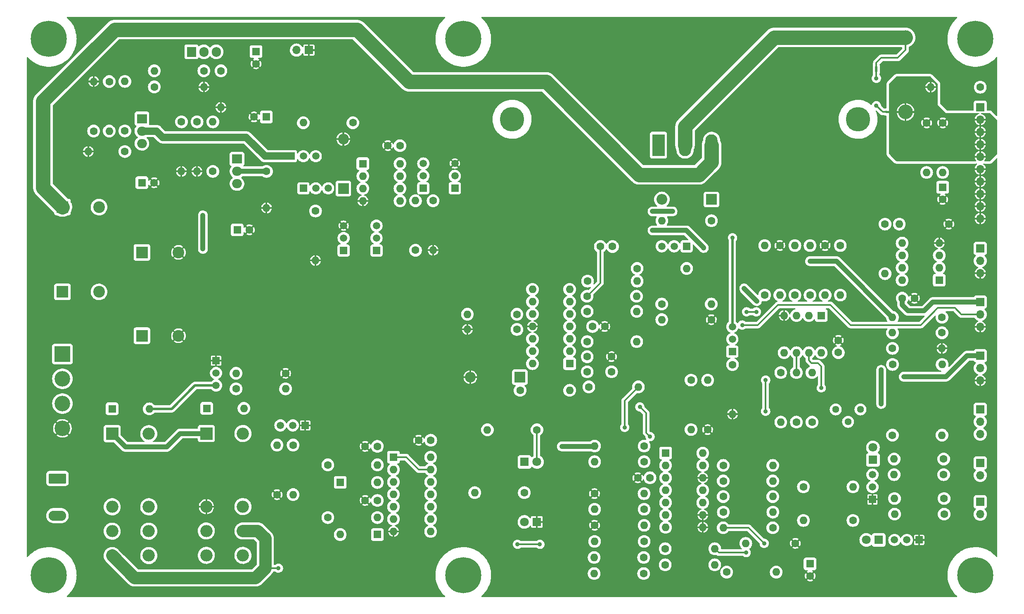
<source format=gtl>
%TF.GenerationSoftware,KiCad,Pcbnew,6.0.2-378541a8eb~116~ubuntu20.04.1*%
%TF.CreationDate,2022-03-08T15:28:55-05:00*%
%TF.ProjectId,Linear_Lab_Bench_PSU,4c696e65-6172-45f4-9c61-625f42656e63,rev?*%
%TF.SameCoordinates,Original*%
%TF.FileFunction,Copper,L1,Top*%
%TF.FilePolarity,Positive*%
%FSLAX46Y46*%
G04 Gerber Fmt 4.6, Leading zero omitted, Abs format (unit mm)*
G04 Created by KiCad (PCBNEW 6.0.2-378541a8eb~116~ubuntu20.04.1) date 2022-03-08 15:28:55*
%MOMM*%
%LPD*%
G01*
G04 APERTURE LIST*
G04 Aperture macros list*
%AMRoundRect*
0 Rectangle with rounded corners*
0 $1 Rounding radius*
0 $2 $3 $4 $5 $6 $7 $8 $9 X,Y pos of 4 corners*
0 Add a 4 corners polygon primitive as box body*
4,1,4,$2,$3,$4,$5,$6,$7,$8,$9,$2,$3,0*
0 Add four circle primitives for the rounded corners*
1,1,$1+$1,$2,$3*
1,1,$1+$1,$4,$5*
1,1,$1+$1,$6,$7*
1,1,$1+$1,$8,$9*
0 Add four rect primitives between the rounded corners*
20,1,$1+$1,$2,$3,$4,$5,0*
20,1,$1+$1,$4,$5,$6,$7,0*
20,1,$1+$1,$6,$7,$8,$9,0*
20,1,$1+$1,$8,$9,$2,$3,0*%
G04 Aperture macros list end*
%TA.AperFunction,ComponentPad*%
%ADD10R,1.800000X1.800000*%
%TD*%
%TA.AperFunction,ComponentPad*%
%ADD11C,1.800000*%
%TD*%
%TA.AperFunction,ComponentPad*%
%ADD12C,1.600000*%
%TD*%
%TA.AperFunction,ComponentPad*%
%ADD13O,1.600000X1.600000*%
%TD*%
%TA.AperFunction,ComponentPad*%
%ADD14R,1.700000X1.700000*%
%TD*%
%TA.AperFunction,ComponentPad*%
%ADD15O,1.700000X1.700000*%
%TD*%
%TA.AperFunction,ComponentPad*%
%ADD16R,1.600000X1.600000*%
%TD*%
%TA.AperFunction,ComponentPad*%
%ADD17R,1.500000X1.500000*%
%TD*%
%TA.AperFunction,ComponentPad*%
%ADD18C,1.500000*%
%TD*%
%TA.AperFunction,ComponentPad*%
%ADD19R,2.400000X2.400000*%
%TD*%
%TA.AperFunction,ComponentPad*%
%ADD20C,2.400000*%
%TD*%
%TA.AperFunction,ComponentPad*%
%ADD21C,7.400000*%
%TD*%
%TA.AperFunction,ComponentPad*%
%ADD22R,2.500000X4.500000*%
%TD*%
%TA.AperFunction,ComponentPad*%
%ADD23O,2.500000X4.500000*%
%TD*%
%TA.AperFunction,ComponentPad*%
%ADD24R,3.200000X3.200000*%
%TD*%
%TA.AperFunction,ComponentPad*%
%ADD25C,3.200000*%
%TD*%
%TA.AperFunction,ComponentPad*%
%ADD26C,3.000000*%
%TD*%
%TA.AperFunction,ComponentPad*%
%ADD27O,3.000000X3.000000*%
%TD*%
%TA.AperFunction,ComponentPad*%
%ADD28R,2.000000X1.905000*%
%TD*%
%TA.AperFunction,ComponentPad*%
%ADD29O,2.000000X1.905000*%
%TD*%
%TA.AperFunction,ComponentPad*%
%ADD30R,2.200000X2.200000*%
%TD*%
%TA.AperFunction,ComponentPad*%
%ADD31O,2.200000X2.200000*%
%TD*%
%TA.AperFunction,ComponentPad*%
%ADD32RoundRect,0.250001X-1.549999X0.799999X-1.549999X-0.799999X1.549999X-0.799999X1.549999X0.799999X0*%
%TD*%
%TA.AperFunction,ComponentPad*%
%ADD33O,3.600000X2.100000*%
%TD*%
%TA.AperFunction,ComponentPad*%
%ADD34R,2.500000X2.500000*%
%TD*%
%TA.AperFunction,ComponentPad*%
%ADD35O,2.500000X2.500000*%
%TD*%
%TA.AperFunction,ComponentPad*%
%ADD36C,1.440000*%
%TD*%
%TA.AperFunction,SMDPad,CuDef*%
%ADD37C,0.500000*%
%TD*%
%TA.AperFunction,ComponentPad*%
%ADD38R,1.905000X2.000000*%
%TD*%
%TA.AperFunction,ComponentPad*%
%ADD39O,1.905000X2.000000*%
%TD*%
%TA.AperFunction,ComponentPad*%
%ADD40C,5.000000*%
%TD*%
%TA.AperFunction,ViaPad*%
%ADD41C,0.900000*%
%TD*%
%TA.AperFunction,ViaPad*%
%ADD42C,2.000000*%
%TD*%
%TA.AperFunction,Conductor*%
%ADD43C,1.000000*%
%TD*%
%TA.AperFunction,Conductor*%
%ADD44C,1.500000*%
%TD*%
%TA.AperFunction,Conductor*%
%ADD45C,3.000000*%
%TD*%
%TA.AperFunction,Conductor*%
%ADD46C,2.500000*%
%TD*%
%TA.AperFunction,Conductor*%
%ADD47C,0.350000*%
%TD*%
%TA.AperFunction,Conductor*%
%ADD48C,0.500000*%
%TD*%
G04 APERTURE END LIST*
%TO.C,NT1*%
G36*
X234950000Y-51700000D02*
G01*
X234450000Y-51700000D01*
X234450000Y-50700000D01*
X234950000Y-50700000D01*
X234950000Y-51700000D01*
G37*
%TO.C,NT2*%
G36*
X237700000Y-60250000D02*
G01*
X236700000Y-60250000D01*
X236700000Y-59750000D01*
X237700000Y-59750000D01*
X237700000Y-60250000D01*
G37*
%TD*%
D10*
%TO.P,D9,1,K*%
%TO.N,Net-(D9-Pad1)*%
X162560000Y-131800000D03*
D11*
%TO.P,D9,2,A*%
%TO.N,Net-(D9-Pad2)*%
X165100000Y-131800000D03*
%TD*%
D12*
%TO.P,R63,1*%
%TO.N,Net-(R60-Pad1)*%
X191400000Y-149600000D03*
D13*
%TO.P,R63,2*%
%TO.N,CONST_V_MODE*%
X201560000Y-149600000D03*
%TD*%
D14*
%TO.P,J3,1,Pin_1*%
%TO.N,REF_12V*%
X256000000Y-88000000D03*
D15*
%TO.P,J3,2,Pin_2*%
%TO.N,Net-(J3-Pad2)*%
X256000000Y-90540000D03*
%TO.P,J3,3,Pin_3*%
%TO.N,GND*%
X256000000Y-93080000D03*
%TD*%
D16*
%TO.P,C25,1*%
%TO.N,+12V*%
X109600000Y-61000000D03*
D12*
%TO.P,C25,2*%
%TO.N,GND*%
X107100000Y-61000000D03*
%TD*%
%TO.P,R12,1*%
%TO.N,Net-(R11-Pad2)*%
X77400000Y-53740000D03*
D13*
%TO.P,R12,2*%
%TO.N,Net-(R12-Pad2)*%
X77400000Y-63900000D03*
%TD*%
D17*
%TO.P,Q11,1,E*%
%TO.N,Net-(Q11-Pad1)*%
X195780000Y-87550000D03*
D18*
%TO.P,Q11,2,B*%
%TO.N,+15V*%
X193240000Y-87550000D03*
%TO.P,Q11,3,C*%
%TO.N,Net-(C16-Pad2)*%
X190700000Y-87550000D03*
%TD*%
D14*
%TO.P,J2,1,Pin_1*%
%TO.N,/Linear Power Stage/VOUT_SNS*%
X256000000Y-59000000D03*
D15*
%TO.P,J2,2,Pin_2*%
%TO.N,Net-(J2-Pad2)*%
X256000000Y-61540000D03*
%TO.P,J2,3,Pin_3*%
X256000000Y-64080000D03*
%TO.P,J2,4,Pin_4*%
X256000000Y-66620000D03*
%TO.P,J2,5,Pin_5*%
X256000000Y-69160000D03*
%TO.P,J2,6,Pin_6*%
%TO.N,GND*%
X256000000Y-71700000D03*
%TO.P,J2,7,Pin_7*%
X256000000Y-74240000D03*
%TO.P,J2,8,Pin_8*%
X256000000Y-76780000D03*
%TO.P,J2,9,Pin_9*%
X256000000Y-79320000D03*
%TO.P,J2,10,Pin_10*%
X256000000Y-81860000D03*
%TD*%
D12*
%TO.P,R40,1*%
%TO.N,GND*%
X200100000Y-125180000D03*
D13*
%TO.P,R40,2*%
%TO.N,Net-(R39-Pad1)*%
X200100000Y-115020000D03*
%TD*%
D12*
%TO.P,C24,1*%
%TO.N,+12V*%
X109645000Y-72180000D03*
D13*
%TO.P,C24,2*%
%TO.N,GND*%
X109645000Y-79680000D03*
%TD*%
D12*
%TO.P,R14,1*%
%TO.N,+5V*%
X96800000Y-51547349D03*
D13*
%TO.P,R14,2*%
%TO.N,Net-(R14-Pad2)*%
X86640000Y-51547349D03*
%TD*%
D19*
%TO.P,C5,1*%
%TO.N,VAA*%
X84100000Y-105900000D03*
D20*
%TO.P,C5,2*%
%TO.N,GND*%
X91600000Y-105900000D03*
%TD*%
D12*
%TO.P,C22,1*%
%TO.N,+15V*%
X188280000Y-135040000D03*
%TO.P,C22,2*%
%TO.N,GND*%
X185780000Y-135040000D03*
%TD*%
D17*
%TO.P,Q7,1,E*%
%TO.N,GND*%
X117580000Y-124300000D03*
D18*
%TO.P,Q7,2,B*%
%TO.N,Net-(Q7-Pad2)*%
X115040000Y-124300000D03*
%TO.P,Q7,3,C*%
%TO.N,Net-(D4-Pad2)*%
X112500000Y-124300000D03*
%TD*%
D12*
%TO.P,R6,1*%
%TO.N,Net-(R5-Pad2)*%
X143800000Y-78200000D03*
D13*
%TO.P,R6,2*%
%TO.N,GND*%
X143800000Y-88360000D03*
%TD*%
D12*
%TO.P,R25,1*%
%TO.N,/Linear Power Stage/FB*%
X175400000Y-100900000D03*
D13*
%TO.P,R25,2*%
%TO.N,/Linear Power Stage/VOUT_FB*%
X185560000Y-100900000D03*
%TD*%
D17*
%TO.P,Q4,1,E*%
%TO.N,GND*%
X99300000Y-111020000D03*
D18*
%TO.P,Q4,2,B*%
%TO.N,Net-(Q4-Pad2)*%
X99300000Y-113560000D03*
%TO.P,Q4,3,C*%
%TO.N,Net-(D2-Pad2)*%
X99300000Y-116100000D03*
%TD*%
D12*
%TO.P,C13,1*%
%TO.N,Net-(C13-Pad1)*%
X175400000Y-110200000D03*
%TO.P,C13,2*%
%TO.N,GND*%
X180400000Y-110200000D03*
%TD*%
%TO.P,R74,1*%
%TO.N,Net-(D11-Pad2)*%
X229900000Y-143800000D03*
D13*
%TO.P,R74,2*%
%TO.N,+15V*%
X219740000Y-143800000D03*
%TD*%
D12*
%TO.P,R52,1*%
%TO.N,Net-(R49-Pad1)*%
X248160000Y-105300000D03*
D13*
%TO.P,R52,2*%
%TO.N,Net-(R46-Pad1)*%
X238000000Y-105300000D03*
%TD*%
D21*
%TO.P,H6,1*%
%TO.N,N/C*%
X65000000Y-155000000D03*
%TD*%
D12*
%TO.P,R7,1*%
%TO.N,Net-(Q7-Pad2)*%
X115100000Y-128340000D03*
D13*
%TO.P,R7,2*%
%TO.N,CAP_SWITCH*%
X115100000Y-138500000D03*
%TD*%
D12*
%TO.P,R39,1*%
%TO.N,Net-(R39-Pad1)*%
X196700000Y-115000000D03*
D13*
%TO.P,R39,2*%
%TO.N,+15V*%
X196700000Y-125160000D03*
%TD*%
D12*
%TO.P,R2,1*%
%TO.N,Net-(Q4-Pad2)*%
X103400000Y-116800000D03*
D13*
%TO.P,R2,2*%
%TO.N,FBR_SWITCH*%
X113560000Y-116800000D03*
%TD*%
D22*
%TO.P,Q12,1,G*%
%TO.N,Net-(C16-Pad2)*%
X190020000Y-66800000D03*
D23*
%TO.P,Q12,2,D*%
%TO.N,Net-(NT1-Pad2)*%
X195470000Y-66800000D03*
%TO.P,Q12,3,S*%
%TO.N,VCC*%
X200920000Y-66800000D03*
%TD*%
D12*
%TO.P,R8,1*%
%TO.N,GND*%
X111800000Y-138500000D03*
D13*
%TO.P,R8,2*%
%TO.N,Net-(Q7-Pad2)*%
X111800000Y-128340000D03*
%TD*%
D14*
%TO.P,J8,1,Pin_1*%
%TO.N,Net-(J8-Pad1)*%
X256000000Y-140000000D03*
D15*
%TO.P,J8,2,Pin_2*%
%TO.N,Net-(J8-Pad2)*%
X256000000Y-142540000D03*
%TD*%
D12*
%TO.P,R4,1*%
%TO.N,+15V*%
X127360000Y-62200000D03*
D13*
%TO.P,R4,2*%
%TO.N,Net-(Q2-Pad2)*%
X117200000Y-62200000D03*
%TD*%
D24*
%TO.P,D3,1,+*%
%TO.N,VCC*%
X67800000Y-109660000D03*
D25*
%TO.P,D3,2*%
%TO.N,Net-(D3-Pad2)*%
X67800000Y-114740000D03*
%TO.P,D3,3*%
%TO.N,Net-(D3-Pad3)*%
X67800000Y-119820000D03*
%TO.P,D3,4,-*%
%TO.N,GND*%
X67800000Y-124900000D03*
%TD*%
D12*
%TO.P,R30,1*%
%TO.N,/Linear Power Stage/VOUT_FB*%
X190680000Y-99400000D03*
D13*
%TO.P,R30,2*%
%TO.N,/Linear Power Stage/VOUT_SNS*%
X200840000Y-99400000D03*
%TD*%
D26*
%TO.P,R38,1*%
%TO.N,Net-(NT1-Pad2)*%
X240700000Y-44700000D03*
D27*
%TO.P,R38,2*%
%TO.N,Net-(J2-Pad2)*%
X240700000Y-60000000D03*
%TD*%
D16*
%TO.P,D5,1,K*%
%TO.N,Net-(D5-Pad1)*%
X124760000Y-136000000D03*
D13*
%TO.P,D5,2,A*%
%TO.N,Net-(C7-Pad2)*%
X132380000Y-136000000D03*
%TD*%
D12*
%TO.P,R56,1*%
%TO.N,Net-(R56-Pad1)*%
X187080000Y-148100000D03*
D13*
%TO.P,R56,2*%
%TO.N,I_SET*%
X176920000Y-148100000D03*
%TD*%
D21*
%TO.P,H1,1*%
%TO.N,N/C*%
X65000000Y-45000000D03*
%TD*%
D12*
%TO.P,R18,1*%
%TO.N,Net-(R18-Pad1)*%
X221100000Y-97560000D03*
D13*
%TO.P,R18,2*%
%TO.N,/Linear Power Stage/CS_N*%
X221100000Y-87400000D03*
%TD*%
D12*
%TO.P,R69,1*%
%TO.N,Net-(R69-Pad1)*%
X92200000Y-62020000D03*
D13*
%TO.P,R69,2*%
%TO.N,GND*%
X92200000Y-72180000D03*
%TD*%
D12*
%TO.P,R26,1*%
%TO.N,/Linear Power Stage/FB*%
X161640000Y-117100000D03*
D13*
%TO.P,R26,2*%
%TO.N,Net-(C14-Pad2)*%
X171800000Y-117100000D03*
%TD*%
D12*
%TO.P,C15,1*%
%TO.N,+15V*%
X226900000Y-109360000D03*
%TO.P,C15,2*%
%TO.N,GND*%
X226900000Y-106860000D03*
%TD*%
%TO.P,R48,1*%
%TO.N,GND*%
X249560000Y-83000000D03*
D13*
%TO.P,R48,2*%
%TO.N,Net-(R48-Pad2)*%
X239400000Y-83000000D03*
%TD*%
D28*
%TO.P,U10,1,ADJ*%
%TO.N,Net-(R69-Pad1)*%
X103600000Y-69640000D03*
D29*
%TO.P,U10,2,VO*%
%TO.N,+12V*%
X103600000Y-72180000D03*
%TO.P,U10,3,VI*%
%TO.N,VAA*%
X103600000Y-74720000D03*
%TD*%
D12*
%TO.P,R55,1*%
%TO.N,GND*%
X176900000Y-138300000D03*
D13*
%TO.P,R55,2*%
%TO.N,Net-(R54-Pad1)*%
X187060000Y-138300000D03*
%TD*%
D14*
%TO.P,J7,1,Pin_1*%
%TO.N,Net-(J7-Pad1)*%
X256000000Y-132000000D03*
D15*
%TO.P,J7,2,Pin_2*%
%TO.N,Net-(J7-Pad2)*%
X256000000Y-134540000D03*
%TD*%
D14*
%TO.P,J9,1,Pin_1*%
%TO.N,GND*%
X118340000Y-47300000D03*
D15*
%TO.P,J9,2,Pin_2*%
%TO.N,+12V*%
X115800000Y-47300000D03*
%TD*%
D12*
%TO.P,R41,1*%
%TO.N,/Linear Power Stage/VOUT_SNS*%
X256000000Y-54900000D03*
D13*
%TO.P,R41,2*%
%TO.N,Net-(J2-Pad2)*%
X245840000Y-54900000D03*
%TD*%
D12*
%TO.P,R62,1*%
%TO.N,Net-(R62-Pad1)*%
X203300000Y-138900000D03*
D13*
%TO.P,R62,2*%
%TO.N,V_SENSE*%
X213460000Y-138900000D03*
%TD*%
D12*
%TO.P,R59,1*%
%TO.N,Net-(R27-Pad2)*%
X213460000Y-145300000D03*
D13*
%TO.P,R59,2*%
%TO.N,Net-(C17-Pad1)*%
X203300000Y-145300000D03*
%TD*%
D16*
%TO.P,C23,1*%
%TO.N,VAA*%
X103645000Y-84180000D03*
D12*
%TO.P,C23,2*%
%TO.N,GND*%
X106145000Y-84180000D03*
%TD*%
%TO.P,R13,1*%
%TO.N,Net-(R12-Pad2)*%
X74200000Y-63900000D03*
D13*
%TO.P,R13,2*%
%TO.N,GND*%
X74200000Y-53740000D03*
%TD*%
D12*
%TO.P,R42,1*%
%TO.N,Net-(J7-Pad1)*%
X248500000Y-131200000D03*
D13*
%TO.P,R42,2*%
%TO.N,+15V*%
X238340000Y-131200000D03*
%TD*%
D12*
%TO.P,R36,1*%
%TO.N,Net-(R36-Pad1)*%
X175480000Y-94700000D03*
D13*
%TO.P,R36,2*%
%TO.N,Net-(Q11-Pad1)*%
X185640000Y-94700000D03*
%TD*%
D12*
%TO.P,R32,1*%
%TO.N,Net-(C16-Pad1)*%
X175360000Y-97800000D03*
D13*
%TO.P,R32,2*%
%TO.N,V_SET*%
X185520000Y-97800000D03*
%TD*%
D21*
%TO.P,H4,1*%
%TO.N,N/C*%
X255000000Y-155000000D03*
%TD*%
D12*
%TO.P,R20,1*%
%TO.N,GND*%
X224200000Y-87400000D03*
D13*
%TO.P,R20,2*%
%TO.N,Net-(R18-Pad1)*%
X224200000Y-97560000D03*
%TD*%
D30*
%TO.P,D8,1,K*%
%TO.N,VCC*%
X200880000Y-77948334D03*
D31*
%TO.P,D8,2,A*%
%TO.N,Net-(C16-Pad2)*%
X190720000Y-77948334D03*
%TD*%
D16*
%TO.P,D6,1,K*%
%TO.N,Net-(C8-Pad2)*%
X132380000Y-146700000D03*
D13*
%TO.P,D6,2,A*%
%TO.N,Net-(D5-Pad1)*%
X124760000Y-146700000D03*
%TD*%
D12*
%TO.P,R43,1*%
%TO.N,Net-(J7-Pad2)*%
X248500000Y-134400000D03*
D13*
%TO.P,R43,2*%
%TO.N,Net-(D10-Pad1)*%
X238340000Y-134400000D03*
%TD*%
D16*
%TO.P,U2,1*%
%TO.N,Net-(C14-Pad2)*%
X171800000Y-111625000D03*
D13*
%TO.P,U2,2,-*%
%TO.N,Net-(C14-Pad1)*%
X171800000Y-109085000D03*
%TO.P,U2,3,+*%
%TO.N,Net-(C13-Pad1)*%
X171800000Y-106545000D03*
%TO.P,U2,4,V+*%
%TO.N,+15V*%
X171800000Y-104005000D03*
%TO.P,U2,5,+*%
%TO.N,/Linear Power Stage/FB*%
X171800000Y-101465000D03*
%TO.P,U2,6,-*%
%TO.N,Net-(C16-Pad1)*%
X171800000Y-98925000D03*
%TO.P,U2,7*%
%TO.N,Net-(R36-Pad1)*%
X171800000Y-96385000D03*
%TO.P,U2,8*%
%TO.N,V_SENSE*%
X164180000Y-96385000D03*
%TO.P,U2,9,-*%
X164180000Y-98925000D03*
%TO.P,U2,10,+*%
%TO.N,Net-(R33-Pad1)*%
X164180000Y-101465000D03*
%TO.P,U2,11,V-*%
%TO.N,GND*%
X164180000Y-104005000D03*
%TO.P,U2,12,+*%
%TO.N,Net-(R39-Pad1)*%
X164180000Y-106545000D03*
%TO.P,U2,13,-*%
%TO.N,Net-(Q13-Pad1)*%
X164180000Y-109085000D03*
%TO.P,U2,14*%
%TO.N,Net-(Q13-Pad2)*%
X164180000Y-111625000D03*
%TD*%
D12*
%TO.P,R35,1*%
%TO.N,Net-(R33-Pad1)*%
X161000000Y-104600000D03*
D13*
%TO.P,R35,2*%
%TO.N,GND*%
X150840000Y-104600000D03*
%TD*%
D12*
%TO.P,R29,1*%
%TO.N,I_SENSE*%
X221500000Y-123620000D03*
D13*
%TO.P,R29,2*%
%TO.N,Net-(R24-Pad1)*%
X221500000Y-113460000D03*
%TD*%
D12*
%TO.P,R16,1*%
%TO.N,Net-(R16-Pad1)*%
X218000000Y-97560000D03*
D13*
%TO.P,R16,2*%
%TO.N,/Linear Power Stage/CS*%
X218000000Y-87400000D03*
%TD*%
D17*
%TO.P,Q2,1,E*%
%TO.N,+15V*%
X114660000Y-69060000D03*
D18*
%TO.P,Q2,2,B*%
%TO.N,Net-(Q2-Pad2)*%
X117200000Y-69060000D03*
%TO.P,Q2,3,C*%
%TO.N,Net-(Q2-Pad3)*%
X119740000Y-69060000D03*
%TD*%
D12*
%TO.P,R28,1*%
%TO.N,Net-(R28-Pad1)*%
X218300000Y-123620000D03*
D13*
%TO.P,R28,2*%
%TO.N,Net-(R24-Pad1)*%
X218300000Y-113460000D03*
%TD*%
D30*
%TO.P,D1,1,K*%
%TO.N,Net-(D1-Pad1)*%
X125400000Y-75700000D03*
D31*
%TO.P,D1,2,A*%
%TO.N,GND*%
X125400000Y-65540000D03*
%TD*%
D12*
%TO.P,R33,1*%
%TO.N,Net-(R33-Pad1)*%
X161000000Y-101500000D03*
D13*
%TO.P,R33,2*%
%TO.N,/Linear Power Stage/VOUT_FB*%
X150840000Y-101500000D03*
%TD*%
D12*
%TO.P,R3,1*%
%TO.N,GND*%
X113560000Y-113600000D03*
D13*
%TO.P,R3,2*%
%TO.N,Net-(Q4-Pad2)*%
X103400000Y-113600000D03*
%TD*%
D12*
%TO.P,R78,1*%
%TO.N,Net-(J2-Pad2)*%
X245000000Y-62240000D03*
D13*
%TO.P,R78,2*%
%TO.N,Net-(C18-Pad1)*%
X245000000Y-72400000D03*
%TD*%
D21*
%TO.P,H3,1*%
%TO.N,N/C*%
X255000000Y-45000000D03*
%TD*%
D12*
%TO.P,R58,1*%
%TO.N,Net-(C17-Pad1)*%
X203320000Y-142100000D03*
D13*
%TO.P,R58,2*%
%TO.N,VAA*%
X213480000Y-142100000D03*
%TD*%
D12*
%TO.P,R37,1*%
%TO.N,Net-(Q13-Pad1)*%
X205200000Y-111820000D03*
D13*
%TO.P,R37,2*%
%TO.N,GND*%
X205200000Y-121980000D03*
%TD*%
D16*
%TO.P,C6,1*%
%TO.N,VAA*%
X84100000Y-74500000D03*
D12*
%TO.P,C6,2*%
%TO.N,GND*%
X86600000Y-74500000D03*
%TD*%
%TO.P,R9,1*%
%TO.N,Net-(D5-Pad1)*%
X122220000Y-132400000D03*
D13*
%TO.P,R9,2*%
%TO.N,Net-(C7-Pad2)*%
X132380000Y-132400000D03*
%TD*%
D30*
%TO.P,D7,1,K*%
%TO.N,/Linear Power Stage/FB*%
X161600000Y-114400000D03*
D31*
%TO.P,D7,2,A*%
%TO.N,GND*%
X151440000Y-114400000D03*
%TD*%
D12*
%TO.P,R75,1*%
%TO.N,Net-(D12-Pad2)*%
X162500000Y-138100000D03*
D13*
%TO.P,R75,2*%
%TO.N,Net-(D9-Pad1)*%
X152340000Y-138100000D03*
%TD*%
D17*
%TO.P,Q13,1,E*%
%TO.N,Net-(Q13-Pad1)*%
X205160000Y-109140000D03*
D18*
%TO.P,Q13,2,B*%
%TO.N,Net-(Q13-Pad2)*%
X205160000Y-106600000D03*
%TO.P,Q13,3,C*%
%TO.N,Net-(NT1-Pad2)*%
X205160000Y-104060000D03*
%TD*%
D12*
%TO.P,R1,1*%
%TO.N,Net-(Q2-Pad3)*%
X119700000Y-80300000D03*
D13*
%TO.P,R1,2*%
%TO.N,GND*%
X119700000Y-90460000D03*
%TD*%
D16*
%TO.P,U5,1*%
%TO.N,V_SET*%
X247600000Y-94500000D03*
D13*
%TO.P,U5,2,-*%
X247600000Y-91960000D03*
%TO.P,U5,3,+*%
%TO.N,Net-(J3-Pad2)*%
X247600000Y-89420000D03*
%TO.P,U5,4,V-*%
%TO.N,GND*%
X247600000Y-86880000D03*
%TO.P,U5,5,+*%
%TO.N,Net-(R46-Pad1)*%
X239980000Y-86880000D03*
%TO.P,U5,6,-*%
%TO.N,Net-(R48-Pad2)*%
X239980000Y-89420000D03*
%TO.P,U5,7*%
%TO.N,I_SET*%
X239980000Y-91960000D03*
%TO.P,U5,8,V+*%
%TO.N,+15V*%
X239980000Y-94500000D03*
%TD*%
D32*
%TO.P,J1,1,Pin_1*%
%TO.N,Net-(D3-Pad3)*%
X66777500Y-135190000D03*
D33*
%TO.P,J1,2,Pin_2*%
%TO.N,Net-(J1-Pad2)*%
X66777500Y-142810000D03*
%TD*%
D12*
%TO.P,R64,1*%
%TO.N,Net-(R61-Pad1)*%
X186980000Y-151400000D03*
D13*
%TO.P,R64,2*%
%TO.N,CONST_I_MODE*%
X176820000Y-151400000D03*
%TD*%
D12*
%TO.P,R21,1*%
%TO.N,Net-(R16-Pad1)*%
X211800000Y-97560000D03*
D13*
%TO.P,R21,2*%
%TO.N,REF_6V*%
X211800000Y-87400000D03*
%TD*%
D17*
%TO.P,Q5,1,E*%
%TO.N,REF_12V*%
X132200000Y-88400000D03*
D18*
%TO.P,Q5,2,B*%
%TO.N,Net-(Q5-Pad2)*%
X132200000Y-85860000D03*
%TO.P,Q5,3,C*%
%TO.N,+15V*%
X132200000Y-83320000D03*
%TD*%
D17*
%TO.P,Q15,1,E*%
%TO.N,GND*%
X243480000Y-147800000D03*
D18*
%TO.P,Q15,2,B*%
%TO.N,Net-(Q15-Pad2)*%
X240940000Y-147800000D03*
%TO.P,Q15,3,C*%
%TO.N,Net-(D11-Pad1)*%
X238400000Y-147800000D03*
%TD*%
D16*
%TO.P,D2,1,K*%
%TO.N,+5V*%
X77990000Y-120900000D03*
D13*
%TO.P,D2,2,A*%
%TO.N,Net-(D2-Pad2)*%
X85610000Y-120900000D03*
%TD*%
D17*
%TO.P,Q6,1,E*%
%TO.N,REF_12V*%
X125460000Y-88400000D03*
D18*
%TO.P,Q6,2,B*%
%TO.N,Net-(Q5-Pad2)*%
X125460000Y-85860000D03*
%TO.P,Q6,3,C*%
%TO.N,GND*%
X125460000Y-83320000D03*
%TD*%
D34*
%TO.P,RL1,1*%
%TO.N,+5V*%
X78000000Y-126000000D03*
D35*
%TO.P,RL1,2*%
%TO.N,Net-(D3-Pad2)*%
X78000000Y-141000000D03*
%TO.P,RL1,3*%
%TO.N,Net-(J1-Pad2)*%
X78000000Y-146000000D03*
%TO.P,RL1,4*%
%TO.N,VAA*%
X78000000Y-151000000D03*
%TO.P,RL1,5*%
%TO.N,unconnected-(RL1-Pad5)*%
X85500000Y-151000000D03*
%TO.P,RL1,6*%
%TO.N,unconnected-(RL1-Pad6)*%
X85500000Y-146000000D03*
%TO.P,RL1,7*%
%TO.N,unconnected-(RL1-Pad7)*%
X85500000Y-141000000D03*
%TO.P,RL1,8*%
%TO.N,Net-(D2-Pad2)*%
X85500000Y-126000000D03*
%TD*%
D17*
%TO.P,Q9,1,E*%
%TO.N,REF_6V*%
X148260000Y-75640000D03*
D18*
%TO.P,Q9,2,B*%
%TO.N,Net-(Q8-Pad2)*%
X148260000Y-73100000D03*
%TO.P,Q9,3,C*%
%TO.N,GND*%
X148260000Y-70560000D03*
%TD*%
D21*
%TO.P,H5,1*%
%TO.N,N/C*%
X150000000Y-155000000D03*
%TD*%
D16*
%TO.P,C18,1*%
%TO.N,Net-(C18-Pad1)*%
X248300000Y-75440000D03*
D12*
%TO.P,C18,2*%
%TO.N,GND*%
X248300000Y-77940000D03*
%TD*%
%TO.P,R67,1*%
%TO.N,HIGH_V_MODE*%
X203300000Y-132500000D03*
D13*
%TO.P,R67,2*%
%TO.N,+15V*%
X213460000Y-132500000D03*
%TD*%
D17*
%TO.P,Q14,1,E*%
%TO.N,GND*%
X233900000Y-139480000D03*
D18*
%TO.P,Q14,2,B*%
%TO.N,Net-(Q14-Pad2)*%
X233900000Y-136940000D03*
%TO.P,Q14,3,C*%
%TO.N,Net-(D10-Pad1)*%
X233900000Y-134400000D03*
%TD*%
D12*
%TO.P,R24,1*%
%TO.N,Net-(R24-Pad1)*%
X215100000Y-113460000D03*
D13*
%TO.P,R24,2*%
%TO.N,REF_6V*%
X215100000Y-123620000D03*
%TD*%
D12*
%TO.P,C7,1*%
%TO.N,GND*%
X129880000Y-128600000D03*
%TO.P,C7,2*%
%TO.N,Net-(C7-Pad2)*%
X132380000Y-128600000D03*
%TD*%
%TO.P,C21,1*%
%TO.N,+15V*%
X240000000Y-98200000D03*
%TO.P,C21,2*%
%TO.N,GND*%
X242500000Y-98200000D03*
%TD*%
%TO.P,R27,1*%
%TO.N,GND*%
X218080000Y-148500000D03*
D13*
%TO.P,R27,2*%
%TO.N,Net-(R27-Pad2)*%
X207920000Y-148500000D03*
%TD*%
D12*
%TO.P,R22,1*%
%TO.N,Net-(R22-Pad1)*%
X227300000Y-87400000D03*
D13*
%TO.P,R22,2*%
%TO.N,Net-(R18-Pad1)*%
X227300000Y-97560000D03*
%TD*%
D16*
%TO.P,D4,1,K*%
%TO.N,+5V*%
X97390000Y-120800000D03*
D13*
%TO.P,D4,2,A*%
%TO.N,Net-(D4-Pad2)*%
X105010000Y-120800000D03*
%TD*%
D36*
%TO.P,RV1,1,1*%
%TO.N,unconnected-(RV1-Pad1)*%
X226360000Y-121020000D03*
%TO.P,RV1,2,2*%
%TO.N,I_SENSE*%
X228900000Y-123560000D03*
%TO.P,RV1,3,3*%
%TO.N,Net-(R28-Pad1)*%
X231440000Y-121020000D03*
%TD*%
D14*
%TO.P,J4,1,Pin_1*%
%TO.N,+15V*%
X256000000Y-99000000D03*
D15*
%TO.P,J4,2,Pin_2*%
%TO.N,V_SENSE*%
X256000000Y-101540000D03*
%TO.P,J4,3,Pin_3*%
%TO.N,GND*%
X256000000Y-104080000D03*
%TD*%
D12*
%TO.P,C8,1*%
%TO.N,GND*%
X129880000Y-139700000D03*
%TO.P,C8,2*%
%TO.N,Net-(C8-Pad2)*%
X132380000Y-139700000D03*
%TD*%
D16*
%TO.P,U7,1*%
%TO.N,HIGH_V_MODE*%
X135680000Y-130820000D03*
D13*
%TO.P,U7,2*%
%TO.N,Net-(D5-Pad1)*%
X135680000Y-133360000D03*
%TO.P,U7,3*%
%TO.N,Net-(C7-Pad2)*%
X135680000Y-135900000D03*
%TO.P,U7,4*%
%TO.N,CAP_SWITCH*%
X135680000Y-138440000D03*
%TO.P,U7,5*%
%TO.N,Net-(C8-Pad2)*%
X135680000Y-140980000D03*
%TO.P,U7,6*%
%TO.N,FBR_SWITCH*%
X135680000Y-143520000D03*
%TO.P,U7,7,VSS*%
%TO.N,GND*%
X135680000Y-146060000D03*
%TO.P,U7,8*%
%TO.N,Net-(D9-Pad1)*%
X143300000Y-146060000D03*
%TO.P,U7,9*%
%TO.N,HIGH_V_MODE*%
X143300000Y-143520000D03*
%TO.P,U7,10*%
%TO.N,Net-(D9-Pad1)*%
X143300000Y-140980000D03*
%TO.P,U7,11*%
%TO.N,HIGH_V_MODE*%
X143300000Y-138440000D03*
%TO.P,U7,12*%
%TO.N,Net-(D9-Pad1)*%
X143300000Y-135900000D03*
%TO.P,U7,13*%
%TO.N,HIGH_V_MODE*%
X143300000Y-133360000D03*
%TO.P,U7,14,VDD*%
%TO.N,+15V*%
X143300000Y-130820000D03*
%TD*%
D12*
%TO.P,R19,1*%
%TO.N,GND*%
X214900000Y-87380000D03*
D13*
%TO.P,R19,2*%
%TO.N,Net-(R16-Pad1)*%
X214900000Y-97540000D03*
%TD*%
D16*
%TO.P,C10,1*%
%TO.N,VAA*%
X107500000Y-47600000D03*
D12*
%TO.P,C10,2*%
%TO.N,GND*%
X107500000Y-50100000D03*
%TD*%
%TO.P,R17,1*%
%TO.N,Net-(C13-Pad1)*%
X175400000Y-107100000D03*
D13*
%TO.P,R17,2*%
%TO.N,I_SENSE*%
X185560000Y-107100000D03*
%TD*%
D12*
%TO.P,R50,1*%
%TO.N,CONST_V_MODE*%
X219740000Y-136900000D03*
D13*
%TO.P,R50,2*%
%TO.N,Net-(Q14-Pad2)*%
X229900000Y-136900000D03*
%TD*%
D12*
%TO.P,R46,1*%
%TO.N,Net-(R46-Pad1)*%
X238020000Y-111800000D03*
D13*
%TO.P,R46,2*%
%TO.N,Net-(J5-Pad2)*%
X248180000Y-111800000D03*
%TD*%
D12*
%TO.P,R45,1*%
%TO.N,Net-(J8-Pad2)*%
X248600000Y-142500000D03*
D13*
%TO.P,R45,2*%
%TO.N,Net-(D11-Pad1)*%
X238440000Y-142500000D03*
%TD*%
D12*
%TO.P,C9,1*%
%TO.N,+15V*%
X80600000Y-68100000D03*
D13*
%TO.P,C9,2*%
%TO.N,GND*%
X73100000Y-68100000D03*
%TD*%
D12*
%TO.P,R72,1*%
%TO.N,Net-(D9-Pad2)*%
X165100000Y-125200000D03*
D13*
%TO.P,R72,2*%
%TO.N,+15V*%
X154940000Y-125200000D03*
%TD*%
D12*
%TO.P,R68,1*%
%TO.N,CONST_V_MODE*%
X187080000Y-131740000D03*
D13*
%TO.P,R68,2*%
%TO.N,+15V*%
X176920000Y-131740000D03*
%TD*%
D21*
%TO.P,H2,1*%
%TO.N,N/C*%
X150000000Y-45000000D03*
%TD*%
D37*
%TO.P,NT1,1,1*%
%TO.N,/Linear Power Stage/CS*%
X234700000Y-51700000D03*
%TO.P,NT1,2,2*%
%TO.N,Net-(NT1-Pad2)*%
X234700000Y-50700000D03*
%TD*%
D10*
%TO.P,D11,1,K*%
%TO.N,Net-(D11-Pad1)*%
X235175000Y-147800000D03*
D11*
%TO.P,D11,2,A*%
%TO.N,Net-(D11-Pad2)*%
X232635000Y-147800000D03*
%TD*%
D12*
%TO.P,R77,1*%
%TO.N,Net-(J2-Pad2)*%
X248300000Y-62240000D03*
D13*
%TO.P,R77,2*%
%TO.N,Net-(C18-Pad1)*%
X248300000Y-72400000D03*
%TD*%
D12*
%TO.P,R34,1*%
%TO.N,VCC*%
X200880000Y-82300000D03*
D13*
%TO.P,R34,2*%
%TO.N,Net-(C16-Pad2)*%
X190720000Y-82300000D03*
%TD*%
D19*
%TO.P,C2,1*%
%TO.N,VCC*%
X67800000Y-96900000D03*
D20*
%TO.P,C2,2*%
%TO.N,Net-(C2-Pad2)*%
X75300000Y-96900000D03*
%TD*%
D12*
%TO.P,R65,1*%
%TO.N,Net-(R62-Pad1)*%
X203300000Y-135700000D03*
D13*
%TO.P,R65,2*%
%TO.N,HIGH_V_MODE*%
X213460000Y-135700000D03*
%TD*%
D16*
%TO.P,C17,1*%
%TO.N,Net-(C17-Pad1)*%
X221100000Y-152700000D03*
D12*
%TO.P,C17,2*%
%TO.N,GND*%
X221100000Y-155200000D03*
%TD*%
D19*
%TO.P,C3,1*%
%TO.N,VAA*%
X84100000Y-88800000D03*
D20*
%TO.P,C3,2*%
%TO.N,GND*%
X91600000Y-88800000D03*
%TD*%
D17*
%TO.P,Q3,1,E*%
%TO.N,Net-(Q2-Pad2)*%
X117200000Y-75660000D03*
D18*
%TO.P,Q3,2,B*%
%TO.N,Net-(Q2-Pad3)*%
X119740000Y-75660000D03*
%TO.P,Q3,3,C*%
%TO.N,Net-(D1-Pad1)*%
X122280000Y-75660000D03*
%TD*%
D12*
%TO.P,R49,1*%
%TO.N,Net-(R49-Pad1)*%
X248160000Y-102100000D03*
D13*
%TO.P,R49,2*%
%TO.N,REF_6V*%
X238000000Y-102100000D03*
%TD*%
D37*
%TO.P,NT2,1,1*%
%TO.N,/Linear Power Stage/CS_N*%
X236700000Y-60000000D03*
%TO.P,NT2,2,2*%
%TO.N,Net-(J2-Pad2)*%
X237700000Y-60000000D03*
%TD*%
D12*
%TO.P,C11,1*%
%TO.N,+5V*%
X100300000Y-51547349D03*
D13*
%TO.P,C11,2*%
%TO.N,GND*%
X100300000Y-59047349D03*
%TD*%
D12*
%TO.P,R10,1*%
%TO.N,Net-(D5-Pad1)*%
X122220000Y-143200000D03*
D13*
%TO.P,R10,2*%
%TO.N,Net-(C8-Pad2)*%
X132380000Y-143200000D03*
%TD*%
D12*
%TO.P,R15,1*%
%TO.N,Net-(R14-Pad2)*%
X86640000Y-54847349D03*
D13*
%TO.P,R15,2*%
%TO.N,GND*%
X96800000Y-54847349D03*
%TD*%
D16*
%TO.P,U3,1*%
%TO.N,Net-(R22-Pad1)*%
X223400000Y-101760000D03*
D13*
%TO.P,U3,2,-*%
%TO.N,Net-(R18-Pad1)*%
X220860000Y-101760000D03*
%TO.P,U3,3,+*%
%TO.N,Net-(R16-Pad1)*%
X218320000Y-101760000D03*
%TO.P,U3,4,V-*%
%TO.N,GND*%
X215780000Y-101760000D03*
%TO.P,U3,5,+*%
%TO.N,Net-(R22-Pad1)*%
X215780000Y-109380000D03*
%TO.P,U3,6,-*%
%TO.N,Net-(R24-Pad1)*%
X218320000Y-109380000D03*
%TO.P,U3,7*%
%TO.N,I_SENSE*%
X220860000Y-109380000D03*
%TO.P,U3,8,V+*%
%TO.N,+15V*%
X223400000Y-109380000D03*
%TD*%
D12*
%TO.P,R61,1*%
%TO.N,Net-(R61-Pad1)*%
X186980000Y-154700000D03*
D13*
%TO.P,R61,2*%
%TO.N,I_SENSE*%
X176820000Y-154700000D03*
%TD*%
D12*
%TO.P,C19,1*%
%TO.N,+15V*%
X176500000Y-104000000D03*
%TO.P,C19,2*%
%TO.N,GND*%
X179000000Y-104000000D03*
%TD*%
D16*
%TO.P,U1,1*%
%TO.N,Net-(Q5-Pad2)*%
X129400000Y-70600000D03*
D13*
%TO.P,U1,2,-*%
%TO.N,REF_12V*%
X129400000Y-73140000D03*
%TO.P,U1,3,+*%
%TO.N,Net-(D1-Pad1)*%
X129400000Y-75680000D03*
%TO.P,U1,4,V-*%
%TO.N,GND*%
X129400000Y-78220000D03*
%TO.P,U1,5,+*%
%TO.N,Net-(R5-Pad2)*%
X137020000Y-78220000D03*
%TO.P,U1,6,-*%
%TO.N,REF_6V*%
X137020000Y-75680000D03*
%TO.P,U1,7*%
%TO.N,Net-(Q8-Pad2)*%
X137020000Y-73140000D03*
%TO.P,U1,8,V+*%
%TO.N,+15V*%
X137020000Y-70600000D03*
%TD*%
D38*
%TO.P,U9,1,ADJ*%
%TO.N,Net-(R14-Pad2)*%
X94260000Y-47645000D03*
D39*
%TO.P,U9,2,VO*%
%TO.N,+5V*%
X96800000Y-47645000D03*
%TO.P,U9,3,VI*%
%TO.N,VAA*%
X99340000Y-47645000D03*
%TD*%
D12*
%TO.P,R31,1*%
%TO.N,GND*%
X200860000Y-102600000D03*
D13*
%TO.P,R31,2*%
%TO.N,/Linear Power Stage/VOUT_FB*%
X190700000Y-102600000D03*
%TD*%
D19*
%TO.P,C4,1*%
%TO.N,VCC*%
X67800000Y-79500000D03*
D20*
%TO.P,C4,2*%
%TO.N,Net-(C2-Pad2)*%
X75300000Y-79500000D03*
%TD*%
D12*
%TO.P,R76,1*%
%TO.N,Net-(Q11-Pad1)*%
X185640000Y-92100000D03*
D13*
%TO.P,R76,2*%
%TO.N,+15V*%
X195800000Y-92100000D03*
%TD*%
D12*
%TO.P,R54,1*%
%TO.N,Net-(R54-Pad1)*%
X187080000Y-141500000D03*
D13*
%TO.P,R54,2*%
%TO.N,V_SET*%
X176920000Y-141500000D03*
%TD*%
D12*
%TO.P,C16,1*%
%TO.N,Net-(C16-Pad1)*%
X178100000Y-87600000D03*
%TO.P,C16,2*%
%TO.N,Net-(C16-Pad2)*%
X180600000Y-87600000D03*
%TD*%
%TO.P,R47,1*%
%TO.N,Net-(R46-Pad1)*%
X238000000Y-108500000D03*
D13*
%TO.P,R47,2*%
%TO.N,GND*%
X248160000Y-108500000D03*
%TD*%
D10*
%TO.P,D12,1,K*%
%TO.N,GND*%
X165075000Y-144100000D03*
D11*
%TO.P,D12,2,A*%
%TO.N,Net-(D12-Pad2)*%
X162535000Y-144100000D03*
%TD*%
D17*
%TO.P,Q8,1,E*%
%TO.N,REF_6V*%
X141800000Y-75640000D03*
D18*
%TO.P,Q8,2,B*%
%TO.N,Net-(Q8-Pad2)*%
X141800000Y-73100000D03*
%TO.P,Q8,3,C*%
%TO.N,+15V*%
X141800000Y-70560000D03*
%TD*%
D12*
%TO.P,R23,1*%
%TO.N,Net-(C14-Pad1)*%
X175740000Y-116400000D03*
D13*
%TO.P,R23,2*%
%TO.N,I_SET*%
X185900000Y-116400000D03*
%TD*%
D40*
%TO.P,HS1,1*%
%TO.N,N/C*%
X160000000Y-61500000D03*
X230940000Y-61500000D03*
%TD*%
D12*
%TO.P,R51,1*%
%TO.N,CONST_I_MODE*%
X204000000Y-154400000D03*
D13*
%TO.P,R51,2*%
%TO.N,Net-(Q15-Pad2)*%
X214160000Y-154400000D03*
%TD*%
D12*
%TO.P,R66,1*%
%TO.N,CONST_I_MODE*%
X187080000Y-128540000D03*
D13*
%TO.P,R66,2*%
%TO.N,+15V*%
X176920000Y-128540000D03*
%TD*%
D12*
%TO.P,R70,1*%
%TO.N,+12V*%
X98645000Y-72180000D03*
D13*
%TO.P,R70,2*%
%TO.N,Net-(R69-Pad1)*%
X98645000Y-62020000D03*
%TD*%
D12*
%TO.P,R57,1*%
%TO.N,GND*%
X176920000Y-144800000D03*
D13*
%TO.P,R57,2*%
%TO.N,Net-(R56-Pad1)*%
X187080000Y-144800000D03*
%TD*%
D28*
%TO.P,U8,1,ADJ*%
%TO.N,Net-(R11-Pad2)*%
X84100000Y-61360000D03*
D29*
%TO.P,U8,2,VO*%
%TO.N,+15V*%
X84100000Y-63900000D03*
%TO.P,U8,3,VI*%
%TO.N,VAA*%
X84100000Y-66440000D03*
%TD*%
D14*
%TO.P,J6,1,Pin_1*%
%TO.N,+15V*%
X256000000Y-121000000D03*
D15*
%TO.P,J6,2,Pin_2*%
%TO.N,I_SENSE*%
X256000000Y-123540000D03*
%TO.P,J6,3,Pin_3*%
%TO.N,REF_6V*%
X256000000Y-126080000D03*
%TD*%
D12*
%TO.P,R5,1*%
%TO.N,REF_12V*%
X140200000Y-88360000D03*
D13*
%TO.P,R5,2*%
%TO.N,Net-(R5-Pad2)*%
X140200000Y-78200000D03*
%TD*%
D12*
%TO.P,R60,1*%
%TO.N,Net-(R60-Pad1)*%
X191400000Y-152900000D03*
D13*
%TO.P,R60,2*%
%TO.N,V_SENSE*%
X201560000Y-152900000D03*
%TD*%
D12*
%TO.P,R73,1*%
%TO.N,Net-(D10-Pad2)*%
X238000000Y-126300000D03*
D13*
%TO.P,R73,2*%
%TO.N,+15V*%
X248160000Y-126300000D03*
%TD*%
D14*
%TO.P,J5,1,Pin_1*%
%TO.N,REF_12V*%
X256000000Y-110000000D03*
D15*
%TO.P,J5,2,Pin_2*%
%TO.N,Net-(J5-Pad2)*%
X256000000Y-112540000D03*
%TO.P,J5,3,Pin_3*%
%TO.N,GND*%
X256000000Y-115080000D03*
%TD*%
D12*
%TO.P,C1,1*%
%TO.N,+15V*%
X137000000Y-66900000D03*
%TO.P,C1,2*%
%TO.N,GND*%
X134500000Y-66900000D03*
%TD*%
%TO.P,C14,1*%
%TO.N,Net-(C14-Pad1)*%
X175400000Y-113300000D03*
%TO.P,C14,2*%
%TO.N,Net-(C14-Pad2)*%
X180400000Y-113300000D03*
%TD*%
%TO.P,R71,1*%
%TO.N,Net-(R69-Pad1)*%
X95400000Y-62020000D03*
D13*
%TO.P,R71,2*%
%TO.N,GND*%
X95400000Y-72180000D03*
%TD*%
D12*
%TO.P,C12,1*%
%TO.N,+15V*%
X143330000Y-127345000D03*
%TO.P,C12,2*%
%TO.N,GND*%
X140830000Y-127345000D03*
%TD*%
%TO.P,R53,1*%
%TO.N,Net-(R48-Pad2)*%
X236480000Y-83000000D03*
D13*
%TO.P,R53,2*%
%TO.N,I_SET*%
X236480000Y-93160000D03*
%TD*%
D12*
%TO.P,R11,1*%
%TO.N,+15V*%
X80600000Y-63880000D03*
D13*
%TO.P,R11,2*%
%TO.N,Net-(R11-Pad2)*%
X80600000Y-53720000D03*
%TD*%
D34*
%TO.P,RL2,1*%
%TO.N,+5V*%
X97312500Y-125962500D03*
D35*
%TO.P,RL2,2*%
%TO.N,GND*%
X97312500Y-140962500D03*
%TO.P,RL2,3*%
%TO.N,Net-(C2-Pad2)*%
X97312500Y-145962500D03*
%TO.P,RL2,4*%
%TO.N,Net-(RL2-Pad4)*%
X97312500Y-150962500D03*
%TO.P,RL2,5*%
X104812500Y-150962500D03*
%TO.P,RL2,6*%
%TO.N,VAA*%
X104812500Y-145962500D03*
%TO.P,RL2,7*%
%TO.N,VCC*%
X104812500Y-140962500D03*
%TO.P,RL2,8*%
%TO.N,Net-(D4-Pad2)*%
X104812500Y-125962500D03*
%TD*%
D10*
%TO.P,D10,1,K*%
%TO.N,Net-(D10-Pad1)*%
X234000000Y-131375000D03*
D11*
%TO.P,D10,2,A*%
%TO.N,Net-(D10-Pad2)*%
X234000000Y-128835000D03*
%TD*%
D16*
%TO.P,U6,1*%
%TO.N,CONST_I_MODE*%
X191480000Y-129980000D03*
D13*
%TO.P,U6,2*%
%TO.N,CONST_V_MODE*%
X191480000Y-132520000D03*
%TO.P,U6,3,V+*%
%TO.N,+15V*%
X191480000Y-135060000D03*
%TO.P,U6,4,-*%
%TO.N,Net-(R54-Pad1)*%
X191480000Y-137600000D03*
%TO.P,U6,5,+*%
%TO.N,Net-(R60-Pad1)*%
X191480000Y-140140000D03*
%TO.P,U6,6,-*%
%TO.N,Net-(R56-Pad1)*%
X191480000Y-142680000D03*
%TO.P,U6,7,+*%
%TO.N,Net-(R61-Pad1)*%
X191480000Y-145220000D03*
%TO.P,U6,8,-*%
%TO.N,GND*%
X199100000Y-145220000D03*
%TO.P,U6,9,+*%
X199100000Y-142680000D03*
%TO.P,U6,10,-*%
%TO.N,Net-(C17-Pad1)*%
X199100000Y-140140000D03*
%TO.P,U6,11,+*%
%TO.N,Net-(R62-Pad1)*%
X199100000Y-137600000D03*
%TO.P,U6,12,V-*%
%TO.N,GND*%
X199100000Y-135060000D03*
%TO.P,U6,13*%
%TO.N,HIGH_V_MODE*%
X199100000Y-132520000D03*
%TO.P,U6,14*%
%TO.N,unconnected-(U6-Pad14)*%
X199100000Y-129980000D03*
%TD*%
D12*
%TO.P,R44,1*%
%TO.N,Net-(J8-Pad1)*%
X248580000Y-139300000D03*
D13*
%TO.P,R44,2*%
%TO.N,+15V*%
X238420000Y-139300000D03*
%TD*%
D41*
%TO.N,+15V*%
X170200000Y-128600000D03*
%TO.N,GND*%
X164000000Y-114300000D03*
X148850000Y-138700000D03*
X218100000Y-134300000D03*
X203200000Y-105000000D03*
X221500000Y-121000000D03*
X170000000Y-102800000D03*
X187500000Y-96100000D03*
X232000000Y-125800000D03*
X234700000Y-65700000D03*
X230600000Y-113300000D03*
X222500000Y-84700000D03*
X192800000Y-82300000D03*
X190400000Y-147000000D03*
X225900000Y-95000000D03*
X224900000Y-113400000D03*
X136100000Y-83600000D03*
X206400000Y-97300000D03*
X188600000Y-82400000D03*
X163600000Y-118200000D03*
X233800000Y-111800000D03*
X202600000Y-88800000D03*
X209700000Y-134400000D03*
X213300000Y-91200000D03*
X249700000Y-122000000D03*
X203600000Y-97300000D03*
X224900000Y-119100000D03*
D42*
%TO.N,VCC*%
X186100000Y-72900000D03*
D41*
%TO.N,VAA*%
X161100000Y-148700000D03*
X165700000Y-148700000D03*
X112100000Y-153600000D03*
%TO.N,+5V*%
X96600000Y-88100000D03*
X96600000Y-81200000D03*
%TO.N,REF_12V*%
X210200000Y-98800000D03*
X199300000Y-87900000D03*
X207600000Y-96200000D03*
X188800000Y-84300000D03*
X240300000Y-114300000D03*
%TO.N,V_SENSE*%
X186200000Y-120500000D03*
X207200000Y-103700000D03*
X188300000Y-126600000D03*
%TO.N,I_SENSE*%
X223400000Y-116600000D03*
%TO.N,REF_6V*%
X235700000Y-112900000D03*
X221100000Y-90600000D03*
X188800000Y-80400000D03*
X192900000Y-80400000D03*
X235700000Y-119900000D03*
%TO.N,/Linear Power Stage/CS*%
X234700000Y-53100000D03*
%TO.N,Net-(NT1-Pad2)*%
X205200000Y-85800000D03*
%TO.N,/Linear Power Stage/CS_N*%
X234700000Y-58700000D03*
%TO.N,CONST_V_MODE*%
X208000000Y-150400000D03*
%TO.N,I_SET*%
X183100000Y-124700000D03*
%TO.N,V_SET*%
X212000000Y-115000000D03*
X212000000Y-121400000D03*
X208100000Y-101000000D03*
X210100000Y-101000000D03*
%TO.N,Net-(C17-Pad1)*%
X211700000Y-148500000D03*
%TD*%
D43*
%TO.N,+15V*%
X244500000Y-100800000D02*
X241200000Y-100800000D01*
X256000000Y-99000000D02*
X246300000Y-99000000D01*
X176860000Y-128600000D02*
X176920000Y-128540000D01*
X246300000Y-99000000D02*
X244500000Y-100800000D01*
X170200000Y-128600000D02*
X176860000Y-128600000D01*
X240000000Y-99600000D02*
X240000000Y-98200000D01*
X241200000Y-100800000D02*
X240000000Y-99600000D01*
X226880000Y-109380000D02*
X226900000Y-109360000D01*
D44*
X109360000Y-69060000D02*
X105500000Y-65200000D01*
X88400000Y-65200000D02*
X87100000Y-63900000D01*
X114660000Y-69060000D02*
X109360000Y-69060000D01*
X87100000Y-63900000D02*
X84100000Y-63900000D01*
X105500000Y-65200000D02*
X88400000Y-65200000D01*
D45*
%TO.N,VCC*%
X128200000Y-43100000D02*
X138900000Y-53800000D01*
X78500000Y-43100000D02*
X128200000Y-43100000D01*
X198300000Y-72900000D02*
X200920000Y-70280000D01*
X63800000Y-75500000D02*
X63800000Y-57800000D01*
X200920000Y-70280000D02*
X200920000Y-66800000D01*
X167000000Y-53800000D02*
X186100000Y-72900000D01*
X63800000Y-57800000D02*
X78500000Y-43100000D01*
X186100000Y-72900000D02*
X198300000Y-72900000D01*
X138900000Y-53800000D02*
X167000000Y-53800000D01*
X67800000Y-79500000D02*
X63800000Y-75500000D01*
D46*
%TO.N,VAA*%
X107400000Y-155600000D02*
X109400000Y-153600000D01*
X109400000Y-147500000D02*
X107862500Y-145962500D01*
D47*
X112100000Y-153600000D02*
X109400000Y-153600000D01*
D46*
X82600000Y-155600000D02*
X107400000Y-155600000D01*
D47*
X165700000Y-148700000D02*
X161100000Y-148700000D01*
D46*
X78000000Y-151000000D02*
X82600000Y-155600000D01*
X107862500Y-145962500D02*
X104812500Y-145962500D01*
X109400000Y-153600000D02*
X109400000Y-147500000D01*
D43*
%TO.N,+5V*%
X91937500Y-125962500D02*
X89200000Y-128700000D01*
X80700000Y-128700000D02*
X78000000Y-126000000D01*
X89200000Y-128700000D02*
X80700000Y-128700000D01*
X97312500Y-125962500D02*
X91937500Y-125962500D01*
X96600000Y-81200000D02*
X96600000Y-88100000D01*
D48*
%TO.N,Net-(D2-Pad2)*%
X90200000Y-120900000D02*
X95000000Y-116100000D01*
X95000000Y-116100000D02*
X99300000Y-116100000D01*
X85610000Y-120900000D02*
X90200000Y-120900000D01*
D43*
%TO.N,REF_12V*%
X253300000Y-110000000D02*
X256000000Y-110000000D01*
X249000000Y-114300000D02*
X253300000Y-110000000D01*
X199300000Y-87850000D02*
X195750000Y-84300000D01*
X199300000Y-87900000D02*
X199300000Y-87850000D01*
X195750000Y-84300000D02*
X188800000Y-84300000D01*
X210200000Y-98800000D02*
X207600000Y-96200000D01*
X240300000Y-114300000D02*
X249000000Y-114300000D01*
D47*
%TO.N,V_SENSE*%
X247300000Y-100200000D02*
X243800000Y-103700000D01*
X214500000Y-99600000D02*
X210400000Y-103700000D01*
X210400000Y-103700000D02*
X207200000Y-103700000D01*
X186200000Y-120500000D02*
X187500000Y-121800000D01*
X252140000Y-101540000D02*
X250800000Y-100200000D01*
X229400000Y-103700000D02*
X225300000Y-99600000D01*
X187500000Y-121800000D02*
X187500000Y-125800000D01*
X256000000Y-101540000D02*
X252140000Y-101540000D01*
X243800000Y-103700000D02*
X229400000Y-103700000D01*
X225300000Y-99600000D02*
X214500000Y-99600000D01*
X187500000Y-125800000D02*
X188300000Y-126600000D01*
X250800000Y-100200000D02*
X247300000Y-100200000D01*
%TO.N,I_SENSE*%
X221400000Y-111500000D02*
X220860000Y-110960000D01*
X223400000Y-116600000D02*
X223400000Y-112200000D01*
X223400000Y-112200000D02*
X222700000Y-111500000D01*
X220860000Y-110960000D02*
X220860000Y-109380000D01*
X222700000Y-111500000D02*
X221400000Y-111500000D01*
D43*
%TO.N,REF_6V*%
X221100000Y-90600000D02*
X226500000Y-90600000D01*
X235700000Y-112900000D02*
X235700000Y-119900000D01*
X192900000Y-80400000D02*
X188800000Y-80400000D01*
X226500000Y-90600000D02*
X238000000Y-102100000D01*
D47*
%TO.N,/Linear Power Stage/CS*%
X234700000Y-51700000D02*
X234700000Y-53100000D01*
D45*
%TO.N,Net-(NT1-Pad2)*%
X240700000Y-44700000D02*
X213750000Y-44700000D01*
D48*
X205160000Y-85840000D02*
X205200000Y-85800000D01*
D47*
X240700000Y-47300000D02*
X240700000Y-44700000D01*
D45*
X213750000Y-44700000D02*
X195470000Y-62980000D01*
D47*
X239100000Y-48900000D02*
X240700000Y-47300000D01*
D48*
X205160000Y-104060000D02*
X205160000Y-85840000D01*
D47*
X234700000Y-49900000D02*
X235700000Y-48900000D01*
D45*
X195470000Y-62980000D02*
X195470000Y-66800000D01*
D47*
X235700000Y-48900000D02*
X239100000Y-48900000D01*
X234700000Y-50700000D02*
X234700000Y-49900000D01*
%TO.N,/Linear Power Stage/CS_N*%
X234700000Y-58700000D02*
X236000000Y-60000000D01*
X236000000Y-60000000D02*
X236700000Y-60000000D01*
%TO.N,Net-(D9-Pad2)*%
X165100000Y-131800000D02*
X165100000Y-125200000D01*
%TO.N,Net-(C16-Pad1)*%
X175360000Y-97800000D02*
X178100000Y-95060000D01*
X178100000Y-95060000D02*
X178100000Y-87600000D01*
%TO.N,CONST_V_MODE*%
X202400000Y-150400000D02*
X201600000Y-149600000D01*
X201600000Y-149600000D02*
X201560000Y-149600000D01*
X208000000Y-150400000D02*
X202400000Y-150400000D01*
%TO.N,I_SET*%
X183100000Y-119200000D02*
X185900000Y-116400000D01*
X183100000Y-124700000D02*
X183100000Y-119200000D01*
%TO.N,Net-(R24-Pad1)*%
X218300000Y-113460000D02*
X218300000Y-109400000D01*
%TO.N,V_SET*%
X210100000Y-101000000D02*
X208100000Y-101000000D01*
X212000000Y-115000000D02*
X212000000Y-121400000D01*
%TO.N,HIGH_V_MODE*%
X135680000Y-130820000D02*
X138320000Y-130820000D01*
X138320000Y-130820000D02*
X140860000Y-133360000D01*
X140860000Y-133360000D02*
X143300000Y-133360000D01*
%TO.N,Net-(C17-Pad1)*%
X208500000Y-145300000D02*
X203300000Y-145300000D01*
X211700000Y-148500000D02*
X208500000Y-145300000D01*
D43*
%TO.N,+12V*%
X103600000Y-72180000D02*
X109645000Y-72180000D01*
%TD*%
%TA.AperFunction,Conductor*%
%TO.N,GND*%
G36*
X146250723Y-40521295D02*
G01*
X146291228Y-40577045D01*
X146291228Y-40645955D01*
X146255731Y-40697845D01*
X146213819Y-40732088D01*
X146213803Y-40732102D01*
X146212053Y-40733532D01*
X145875202Y-41058257D01*
X145729457Y-41223864D01*
X145570277Y-41404737D01*
X145566092Y-41409492D01*
X145286800Y-41784873D01*
X145039206Y-42181877D01*
X144824975Y-42597833D01*
X144645546Y-43029945D01*
X144502128Y-43475305D01*
X144395684Y-43930920D01*
X144326930Y-44393724D01*
X144296329Y-44860605D01*
X144304087Y-45328424D01*
X144304312Y-45330702D01*
X144304313Y-45330713D01*
X144330028Y-45590636D01*
X144350150Y-45794035D01*
X144350561Y-45796283D01*
X144350561Y-45796286D01*
X144433794Y-46252020D01*
X144434211Y-46254305D01*
X144434803Y-46256507D01*
X144434804Y-46256511D01*
X144555111Y-46703944D01*
X144555115Y-46703956D01*
X144555702Y-46706140D01*
X144556471Y-46708282D01*
X144556472Y-46708285D01*
X144593710Y-46812000D01*
X144713808Y-47146500D01*
X144806032Y-47349337D01*
X144903898Y-47564581D01*
X144907464Y-47572425D01*
X144952123Y-47652497D01*
X145133573Y-47977829D01*
X145135369Y-47981050D01*
X145395990Y-48369626D01*
X145397416Y-48371415D01*
X145397420Y-48371421D01*
X145456337Y-48445357D01*
X145687573Y-48735541D01*
X146008159Y-49076334D01*
X146009852Y-49077861D01*
X146009854Y-49077863D01*
X146353894Y-49388182D01*
X146353903Y-49388190D01*
X146355591Y-49389712D01*
X146727532Y-49673569D01*
X147121481Y-49925995D01*
X147534789Y-50145292D01*
X147964676Y-50329986D01*
X148062052Y-50362662D01*
X148406084Y-50478108D01*
X148406088Y-50478109D01*
X148408251Y-50478835D01*
X148862531Y-50590837D01*
X149324461Y-50665240D01*
X149326728Y-50665416D01*
X149326733Y-50665417D01*
X149715287Y-50695655D01*
X149790934Y-50701542D01*
X150059969Y-50700368D01*
X150256529Y-50699511D01*
X150256530Y-50699511D01*
X150258813Y-50699501D01*
X150261084Y-50699304D01*
X150261091Y-50699304D01*
X150722670Y-50659327D01*
X150722681Y-50659326D01*
X150724951Y-50659129D01*
X151186214Y-50580698D01*
X151188429Y-50580131D01*
X151188440Y-50580129D01*
X151637283Y-50465303D01*
X151637285Y-50465302D01*
X151639499Y-50464736D01*
X151798177Y-50409944D01*
X152079614Y-50312763D01*
X152079621Y-50312760D01*
X152081759Y-50312022D01*
X152217190Y-50252431D01*
X152507921Y-50124506D01*
X152507927Y-50124503D01*
X152510018Y-50123583D01*
X152541427Y-50106565D01*
X152919389Y-49901775D01*
X152919399Y-49901769D01*
X152921396Y-49900687D01*
X153313128Y-49644834D01*
X153445187Y-49542214D01*
X153680776Y-49359143D01*
X153680786Y-49359134D01*
X153682578Y-49357742D01*
X153855851Y-49198688D01*
X154025586Y-49042882D01*
X154025592Y-49042876D01*
X154027261Y-49041344D01*
X154031686Y-49036558D01*
X154294852Y-48751865D01*
X154344861Y-48697766D01*
X154435408Y-48582079D01*
X154631827Y-48331127D01*
X154631833Y-48331119D01*
X154633240Y-48329321D01*
X154890460Y-47938485D01*
X154970621Y-47791765D01*
X155111093Y-47534653D01*
X155114790Y-47527887D01*
X155128845Y-47496246D01*
X155226334Y-47276766D01*
X155304723Y-47100288D01*
X155315497Y-47069438D01*
X155445079Y-46698369D01*
X155458979Y-46658565D01*
X155488638Y-46544294D01*
X155575949Y-46207900D01*
X155575951Y-46207891D01*
X155576523Y-46205687D01*
X155656564Y-45744701D01*
X155698563Y-45278706D01*
X155700544Y-45197664D01*
X155705330Y-45001816D01*
X155705330Y-45001804D01*
X155705374Y-45000000D01*
X155694908Y-44744970D01*
X155686283Y-44534791D01*
X155686282Y-44534782D01*
X155686189Y-44532510D01*
X155628763Y-44068164D01*
X155619221Y-44022286D01*
X155533947Y-43612316D01*
X155533483Y-43610085D01*
X155507861Y-43523310D01*
X155401634Y-43163541D01*
X155401632Y-43163535D01*
X155400988Y-43161354D01*
X155384513Y-43118767D01*
X155276600Y-42839829D01*
X155232171Y-42724987D01*
X155231038Y-42722647D01*
X155029170Y-42305994D01*
X155028166Y-42303921D01*
X154790345Y-41900987D01*
X154520309Y-41518894D01*
X154219872Y-41160212D01*
X154184451Y-41124355D01*
X153892670Y-40828988D01*
X153891056Y-40827354D01*
X153781785Y-40733532D01*
X153738184Y-40696095D01*
X153702332Y-40637245D01*
X153707919Y-40568561D01*
X153752810Y-40516278D01*
X153810819Y-40500000D01*
X251185185Y-40500000D01*
X251250723Y-40521295D01*
X251291228Y-40577045D01*
X251291228Y-40645955D01*
X251255731Y-40697845D01*
X251213819Y-40732088D01*
X251213803Y-40732102D01*
X251212053Y-40733532D01*
X250875202Y-41058257D01*
X250729457Y-41223864D01*
X250570277Y-41404737D01*
X250566092Y-41409492D01*
X250286800Y-41784873D01*
X250039206Y-42181877D01*
X249824975Y-42597833D01*
X249645546Y-43029945D01*
X249502128Y-43475305D01*
X249395684Y-43930920D01*
X249326930Y-44393724D01*
X249296329Y-44860605D01*
X249304087Y-45328424D01*
X249304312Y-45330702D01*
X249304313Y-45330713D01*
X249330028Y-45590636D01*
X249350150Y-45794035D01*
X249350561Y-45796283D01*
X249350561Y-45796286D01*
X249433794Y-46252020D01*
X249434211Y-46254305D01*
X249434803Y-46256507D01*
X249434804Y-46256511D01*
X249555111Y-46703944D01*
X249555115Y-46703956D01*
X249555702Y-46706140D01*
X249556471Y-46708282D01*
X249556472Y-46708285D01*
X249593710Y-46812000D01*
X249713808Y-47146500D01*
X249806032Y-47349337D01*
X249903898Y-47564581D01*
X249907464Y-47572425D01*
X249952123Y-47652497D01*
X250133573Y-47977829D01*
X250135369Y-47981050D01*
X250395990Y-48369626D01*
X250397416Y-48371415D01*
X250397420Y-48371421D01*
X250456337Y-48445357D01*
X250687573Y-48735541D01*
X251008159Y-49076334D01*
X251009852Y-49077861D01*
X251009854Y-49077863D01*
X251353894Y-49388182D01*
X251353903Y-49388190D01*
X251355591Y-49389712D01*
X251727532Y-49673569D01*
X252121481Y-49925995D01*
X252534789Y-50145292D01*
X252964676Y-50329986D01*
X253062052Y-50362662D01*
X253406084Y-50478108D01*
X253406088Y-50478109D01*
X253408251Y-50478835D01*
X253862531Y-50590837D01*
X254324461Y-50665240D01*
X254326728Y-50665416D01*
X254326733Y-50665417D01*
X254715287Y-50695655D01*
X254790934Y-50701542D01*
X255059969Y-50700368D01*
X255256529Y-50699511D01*
X255256530Y-50699511D01*
X255258813Y-50699501D01*
X255261084Y-50699304D01*
X255261091Y-50699304D01*
X255722670Y-50659327D01*
X255722681Y-50659326D01*
X255724951Y-50659129D01*
X256186214Y-50580698D01*
X256188429Y-50580131D01*
X256188440Y-50580129D01*
X256637283Y-50465303D01*
X256637285Y-50465302D01*
X256639499Y-50464736D01*
X256798177Y-50409944D01*
X257079614Y-50312763D01*
X257079621Y-50312760D01*
X257081759Y-50312022D01*
X257217190Y-50252431D01*
X257507921Y-50124506D01*
X257507927Y-50124503D01*
X257510018Y-50123583D01*
X257541427Y-50106565D01*
X257919389Y-49901775D01*
X257919399Y-49901769D01*
X257921396Y-49900687D01*
X258313128Y-49644834D01*
X258445187Y-49542214D01*
X258680776Y-49359143D01*
X258680786Y-49359134D01*
X258682578Y-49357742D01*
X258855851Y-49198688D01*
X259025586Y-49042882D01*
X259025592Y-49042876D01*
X259027261Y-49041344D01*
X259031686Y-49036558D01*
X259306623Y-48739132D01*
X259366747Y-48705460D01*
X259435181Y-48713560D01*
X259485783Y-48760337D01*
X259500000Y-48814818D01*
X259500000Y-60723710D01*
X259478705Y-60789248D01*
X259422955Y-60829753D01*
X259354045Y-60829753D01*
X259309658Y-60802552D01*
X258386211Y-59879105D01*
X258357387Y-59852459D01*
X258344083Y-59841096D01*
X258326987Y-59828010D01*
X258305924Y-59811887D01*
X258305920Y-59811884D01*
X258301578Y-59808561D01*
X258296670Y-59806148D01*
X258296667Y-59806146D01*
X258204082Y-59760625D01*
X258173865Y-59745768D01*
X258108327Y-59724473D01*
X258107955Y-59724358D01*
X258107933Y-59724351D01*
X258098875Y-59721550D01*
X258098869Y-59721549D01*
X258094682Y-59720254D01*
X257984541Y-59704418D01*
X257957760Y-59700567D01*
X257957759Y-59700567D01*
X257953816Y-59700000D01*
X257462000Y-59700000D01*
X257396462Y-59678705D01*
X257355957Y-59622955D01*
X257350500Y-59588500D01*
X257350499Y-58105643D01*
X257350499Y-58102624D01*
X257343851Y-58041420D01*
X257341399Y-58034879D01*
X257341398Y-58034875D01*
X257296314Y-57914613D01*
X257293526Y-57907176D01*
X257207546Y-57792454D01*
X257092824Y-57706474D01*
X257085387Y-57703686D01*
X256965127Y-57658603D01*
X256965125Y-57658602D01*
X256958580Y-57656149D01*
X256897377Y-57649500D01*
X256000298Y-57649500D01*
X255102624Y-57649501D01*
X255099623Y-57649827D01*
X255099622Y-57649827D01*
X255048369Y-57655394D01*
X255048367Y-57655394D01*
X255041420Y-57656149D01*
X255034879Y-57658601D01*
X255034875Y-57658602D01*
X254914613Y-57703686D01*
X254907176Y-57706474D01*
X254792454Y-57792454D01*
X254706474Y-57907176D01*
X254703686Y-57914613D01*
X254662857Y-58023527D01*
X254656149Y-58041420D01*
X254649500Y-58102623D01*
X254649501Y-58872349D01*
X254649501Y-59588500D01*
X254628206Y-59654038D01*
X254572456Y-59694543D01*
X254538001Y-59700000D01*
X249253290Y-59700000D01*
X249187752Y-59678705D01*
X249174448Y-59667342D01*
X247832658Y-58325552D01*
X247801373Y-58264152D01*
X247800000Y-58246710D01*
X247800000Y-54900000D01*
X254694532Y-54900000D01*
X254694956Y-54904846D01*
X254705414Y-55024376D01*
X254714365Y-55126692D01*
X254715623Y-55131388D01*
X254715624Y-55131392D01*
X254761106Y-55301134D01*
X254773261Y-55346496D01*
X254869432Y-55552734D01*
X254872222Y-55556719D01*
X254872224Y-55556722D01*
X254928901Y-55637666D01*
X254999953Y-55739139D01*
X255160861Y-55900047D01*
X255164850Y-55902840D01*
X255343278Y-56027776D01*
X255343281Y-56027778D01*
X255347266Y-56030568D01*
X255553504Y-56126739D01*
X255558206Y-56127999D01*
X255558209Y-56128000D01*
X255768608Y-56184376D01*
X255768612Y-56184377D01*
X255773308Y-56185635D01*
X256000000Y-56205468D01*
X256004846Y-56205044D01*
X256221846Y-56186059D01*
X256226692Y-56185635D01*
X256231388Y-56184377D01*
X256231392Y-56184376D01*
X256441791Y-56128000D01*
X256441794Y-56127999D01*
X256446496Y-56126739D01*
X256652734Y-56030568D01*
X256656719Y-56027778D01*
X256656722Y-56027776D01*
X256835150Y-55902840D01*
X256839139Y-55900047D01*
X257000047Y-55739139D01*
X257071099Y-55637666D01*
X257127776Y-55556722D01*
X257127778Y-55556719D01*
X257130568Y-55552734D01*
X257226739Y-55346496D01*
X257238894Y-55301134D01*
X257284376Y-55131392D01*
X257284377Y-55131388D01*
X257285635Y-55126692D01*
X257294587Y-55024376D01*
X257305044Y-54904846D01*
X257305468Y-54900000D01*
X257291173Y-54736602D01*
X257286059Y-54678154D01*
X257285635Y-54673308D01*
X257282891Y-54663065D01*
X257228000Y-54458209D01*
X257227999Y-54458206D01*
X257226739Y-54453504D01*
X257130568Y-54247266D01*
X257096793Y-54199029D01*
X257002840Y-54064850D01*
X257000047Y-54060861D01*
X256839139Y-53899953D01*
X256716083Y-53813789D01*
X256656722Y-53772224D01*
X256656719Y-53772222D01*
X256652734Y-53769432D01*
X256446496Y-53673261D01*
X256441794Y-53672001D01*
X256441791Y-53672000D01*
X256231392Y-53615624D01*
X256231388Y-53615623D01*
X256226692Y-53614365D01*
X256205787Y-53612536D01*
X256004846Y-53594956D01*
X256000000Y-53594532D01*
X255995154Y-53594956D01*
X255794214Y-53612536D01*
X255773308Y-53614365D01*
X255768612Y-53615623D01*
X255768608Y-53615624D01*
X255558209Y-53672000D01*
X255558206Y-53672001D01*
X255553504Y-53673261D01*
X255347266Y-53769432D01*
X255343281Y-53772222D01*
X255343278Y-53772224D01*
X255283917Y-53813789D01*
X255160861Y-53899953D01*
X254999953Y-54060861D01*
X254997160Y-54064850D01*
X254903208Y-54199029D01*
X254869432Y-54247266D01*
X254773261Y-54453504D01*
X254772001Y-54458206D01*
X254772000Y-54458209D01*
X254717110Y-54663065D01*
X254714365Y-54673308D01*
X254713941Y-54678154D01*
X254708827Y-54736602D01*
X254694532Y-54900000D01*
X247800000Y-54900000D01*
X247800000Y-54246184D01*
X247798458Y-54206946D01*
X247797835Y-54199029D01*
X247797202Y-54190986D01*
X247797201Y-54190973D01*
X247797085Y-54189504D01*
X247796686Y-54186496D01*
X247790758Y-54141887D01*
X247790758Y-54141886D01*
X247790036Y-54136454D01*
X247782183Y-54113408D01*
X247745416Y-54005520D01*
X247744130Y-54001746D01*
X247718275Y-53951002D01*
X247714833Y-53944247D01*
X247714831Y-53944244D01*
X247712845Y-53940346D01*
X247685755Y-53903060D01*
X247623473Y-53817337D01*
X247623472Y-53817335D01*
X247620895Y-53813789D01*
X246186211Y-52379105D01*
X246183423Y-52376527D01*
X246158193Y-52353204D01*
X246158190Y-52353202D01*
X246157387Y-52352459D01*
X246144083Y-52341096D01*
X246108876Y-52314147D01*
X246105924Y-52311887D01*
X246105920Y-52311884D01*
X246101578Y-52308561D01*
X246096670Y-52306148D01*
X246096667Y-52306146D01*
X245998892Y-52258073D01*
X245973865Y-52245768D01*
X245908327Y-52224473D01*
X245907955Y-52224358D01*
X245907933Y-52224351D01*
X245898875Y-52221550D01*
X245898869Y-52221549D01*
X245894682Y-52220254D01*
X245764541Y-52201542D01*
X245757760Y-52200567D01*
X245757759Y-52200567D01*
X245753816Y-52200000D01*
X238846184Y-52200000D01*
X238806946Y-52201542D01*
X238801483Y-52201972D01*
X238790986Y-52202798D01*
X238790973Y-52202799D01*
X238789504Y-52202915D01*
X238788056Y-52203107D01*
X238788041Y-52203109D01*
X238741887Y-52209242D01*
X238741886Y-52209242D01*
X238736454Y-52209964D01*
X238731268Y-52211731D01*
X238731265Y-52211732D01*
X238637933Y-52243538D01*
X238601746Y-52255870D01*
X238562538Y-52275848D01*
X238544247Y-52285167D01*
X238544244Y-52285169D01*
X238540346Y-52287155D01*
X238536806Y-52289727D01*
X238450464Y-52352459D01*
X238413789Y-52379105D01*
X236979105Y-53813789D01*
X236952459Y-53842613D01*
X236951752Y-53843441D01*
X236943704Y-53852864D01*
X236941096Y-53855917D01*
X236928010Y-53873013D01*
X236911887Y-53894076D01*
X236911884Y-53894080D01*
X236908561Y-53898422D01*
X236906148Y-53903330D01*
X236906146Y-53903333D01*
X236874257Y-53968191D01*
X236845768Y-54026135D01*
X236824473Y-54091673D01*
X236820254Y-54105318D01*
X236800000Y-54246184D01*
X236800000Y-59134418D01*
X236778705Y-59199956D01*
X236722955Y-59240461D01*
X236700155Y-59245307D01*
X236664543Y-59249050D01*
X236652206Y-59249659D01*
X236648760Y-59249638D01*
X236631444Y-59249532D01*
X236623806Y-59251715D01*
X236623192Y-59251799D01*
X236605208Y-59255286D01*
X236553424Y-59260729D01*
X236537821Y-59262369D01*
X236531920Y-59264378D01*
X236531915Y-59264379D01*
X236378431Y-59316630D01*
X236378091Y-59315631D01*
X236338416Y-59324500D01*
X236325985Y-59324500D01*
X236260447Y-59303205D01*
X236247143Y-59291842D01*
X235683307Y-58728006D01*
X235651181Y-58660044D01*
X235650822Y-58656376D01*
X235636909Y-58514487D01*
X235606031Y-58412214D01*
X235584610Y-58341262D01*
X235584609Y-58341258D01*
X235583033Y-58336040D01*
X235577457Y-58325552D01*
X235535535Y-58246710D01*
X235495522Y-58171456D01*
X235377710Y-58027005D01*
X235300966Y-57963516D01*
X235238287Y-57911663D01*
X235238286Y-57911662D01*
X235234085Y-57908187D01*
X235189979Y-57884339D01*
X235074909Y-57822120D01*
X235074904Y-57822118D01*
X235070116Y-57819529D01*
X234892049Y-57764409D01*
X234706668Y-57744924D01*
X234701240Y-57745418D01*
X234701239Y-57745418D01*
X234526467Y-57761323D01*
X234526463Y-57761324D01*
X234521032Y-57761818D01*
X234342214Y-57814448D01*
X234177023Y-57900807D01*
X234031752Y-58017608D01*
X233911935Y-58160401D01*
X233822135Y-58323746D01*
X233820488Y-58328937D01*
X233820487Y-58328940D01*
X233778787Y-58460396D01*
X233738672Y-58516428D01*
X233673284Y-58538179D01*
X233607599Y-58517343D01*
X233597321Y-58509020D01*
X233495099Y-58415678D01*
X233495094Y-58415673D01*
X233493090Y-58413844D01*
X233179749Y-58179435D01*
X232912541Y-58017608D01*
X232847365Y-57978136D01*
X232847363Y-57978135D01*
X232845030Y-57976722D01*
X232492126Y-57807638D01*
X232489564Y-57806705D01*
X232489558Y-57806703D01*
X232126965Y-57674731D01*
X232126964Y-57674731D01*
X232124407Y-57673800D01*
X232121776Y-57673124D01*
X232121768Y-57673122D01*
X231914965Y-57620025D01*
X231745382Y-57576483D01*
X231535651Y-57544015D01*
X231361373Y-57517035D01*
X231361364Y-57517034D01*
X231358670Y-57516617D01*
X231355952Y-57516465D01*
X231355942Y-57516464D01*
X231000257Y-57496579D01*
X230967962Y-57494773D01*
X230965242Y-57494887D01*
X230965241Y-57494887D01*
X230579703Y-57511045D01*
X230579700Y-57511045D01*
X230576987Y-57511159D01*
X230535177Y-57517035D01*
X230192179Y-57565240D01*
X230192174Y-57565241D01*
X230189477Y-57565620D01*
X230146307Y-57576064D01*
X229811783Y-57656994D01*
X229811775Y-57656996D01*
X229809131Y-57657636D01*
X229806557Y-57658532D01*
X229806548Y-57658535D01*
X229442151Y-57785431D01*
X229442145Y-57785433D01*
X229439579Y-57786327D01*
X229437111Y-57787467D01*
X229437107Y-57787469D01*
X229362116Y-57822120D01*
X229084349Y-57950467D01*
X229081991Y-57951850D01*
X229081988Y-57951852D01*
X228940482Y-58034873D01*
X228746831Y-58148487D01*
X228430248Y-58378498D01*
X228137621Y-58638305D01*
X227871743Y-58925427D01*
X227870103Y-58927588D01*
X227870101Y-58927590D01*
X227639320Y-59231633D01*
X227635152Y-59237124D01*
X227633727Y-59239440D01*
X227633719Y-59239452D01*
X227431533Y-59568101D01*
X227431527Y-59568111D01*
X227430107Y-59570420D01*
X227428914Y-59572866D01*
X227259754Y-59919694D01*
X227259750Y-59919703D01*
X227258564Y-59922135D01*
X227257618Y-59924678D01*
X227257617Y-59924681D01*
X227172847Y-60152623D01*
X227122162Y-60288910D01*
X227022201Y-60667246D01*
X226972842Y-60972000D01*
X226968453Y-60999102D01*
X226959637Y-61053531D01*
X226935065Y-61444077D01*
X226935160Y-61446798D01*
X226948037Y-61815529D01*
X226948722Y-61835157D01*
X226949080Y-61837837D01*
X226949080Y-61837842D01*
X226983747Y-62097654D01*
X227000477Y-62223038D01*
X227001096Y-62225677D01*
X227001098Y-62225688D01*
X227087865Y-62595624D01*
X227089834Y-62604017D01*
X227090712Y-62606596D01*
X227191703Y-62903253D01*
X227215943Y-62974458D01*
X227377598Y-63330826D01*
X227573258Y-63669717D01*
X227574833Y-63671916D01*
X227574833Y-63671917D01*
X227799466Y-63985683D01*
X227799471Y-63985690D01*
X227801053Y-63987899D01*
X227802852Y-63989954D01*
X227811546Y-63999885D01*
X228058810Y-64282333D01*
X228060797Y-64284199D01*
X228060799Y-64284201D01*
X228122127Y-64341791D01*
X228344069Y-64550208D01*
X228654107Y-64788969D01*
X228985964Y-64996337D01*
X229090298Y-65048129D01*
X229331184Y-65167706D01*
X229336472Y-65170331D01*
X229702287Y-65309290D01*
X229704915Y-65310004D01*
X229704918Y-65310005D01*
X230077286Y-65411176D01*
X230077292Y-65411177D01*
X230079915Y-65411890D01*
X230082588Y-65412342D01*
X230082592Y-65412343D01*
X230463067Y-65476696D01*
X230463076Y-65476697D01*
X230465754Y-65477150D01*
X230468475Y-65477340D01*
X230468481Y-65477341D01*
X230723552Y-65495177D01*
X230856119Y-65504447D01*
X231051702Y-65498983D01*
X231244574Y-65493596D01*
X231244580Y-65493596D01*
X231247285Y-65493520D01*
X231249974Y-65493180D01*
X231249978Y-65493180D01*
X231632827Y-65444815D01*
X231632830Y-65444814D01*
X231635517Y-65444475D01*
X232017111Y-65357779D01*
X232388424Y-65234260D01*
X232503201Y-65183158D01*
X232743421Y-65076205D01*
X232743427Y-65076202D01*
X232745911Y-65075096D01*
X232793382Y-65048129D01*
X233083786Y-64883157D01*
X233083792Y-64883153D01*
X233086160Y-64881808D01*
X233088390Y-64880235D01*
X233403699Y-64657809D01*
X233403705Y-64657805D01*
X233405924Y-64656239D01*
X233575616Y-64509765D01*
X233700092Y-64402321D01*
X233700099Y-64402315D01*
X233702150Y-64400544D01*
X233972011Y-64117162D01*
X234069260Y-63992689D01*
X234211251Y-63810950D01*
X234211256Y-63810943D01*
X234212931Y-63808799D01*
X234233761Y-63775977D01*
X234314591Y-63648608D01*
X234422610Y-63478398D01*
X234423831Y-63475981D01*
X234423836Y-63475972D01*
X234597815Y-63131549D01*
X234599046Y-63129112D01*
X234740557Y-62764277D01*
X234742197Y-62758405D01*
X234802481Y-62542490D01*
X234845790Y-62387374D01*
X234913742Y-62002000D01*
X234931148Y-61775791D01*
X234943628Y-61613591D01*
X234943628Y-61613587D01*
X234943763Y-61611835D01*
X234944299Y-61573504D01*
X234945301Y-61501751D01*
X234945301Y-61501736D01*
X234945325Y-61500000D01*
X234944462Y-61482339D01*
X234930650Y-61199953D01*
X234926209Y-61109149D01*
X234920757Y-61072224D01*
X234869441Y-60724716D01*
X234869441Y-60724715D01*
X234869044Y-60722028D01*
X234803975Y-60461048D01*
X234775035Y-60344976D01*
X234775033Y-60344971D01*
X234774376Y-60342334D01*
X234761392Y-60305869D01*
X234644026Y-59976269D01*
X234644024Y-59976264D01*
X234643107Y-59973689D01*
X234641945Y-59971219D01*
X234641941Y-59971210D01*
X234581571Y-59842918D01*
X234572934Y-59774551D01*
X234606132Y-59714164D01*
X234668484Y-59684823D01*
X234736175Y-59697736D01*
X234761301Y-59716602D01*
X235503055Y-60458356D01*
X235508235Y-60463901D01*
X235540260Y-60500612D01*
X235540265Y-60500616D01*
X235544683Y-60505681D01*
X235550181Y-60509545D01*
X235550183Y-60509547D01*
X235594700Y-60540834D01*
X235599382Y-60544311D01*
X235647503Y-60582042D01*
X235654205Y-60585068D01*
X235672429Y-60595463D01*
X235678448Y-60599693D01*
X235684710Y-60602134D01*
X235684711Y-60602135D01*
X235735419Y-60621905D01*
X235740801Y-60624168D01*
X235790386Y-60646557D01*
X235790389Y-60646558D01*
X235796515Y-60649324D01*
X235803123Y-60650549D01*
X235803127Y-60650550D01*
X235803754Y-60650666D01*
X235823923Y-60656412D01*
X235824507Y-60656640D01*
X235824515Y-60656642D01*
X235830776Y-60659083D01*
X235872810Y-60664617D01*
X235891395Y-60667064D01*
X235897158Y-60667977D01*
X235950663Y-60677893D01*
X235950665Y-60677893D01*
X235957274Y-60679118D01*
X236016817Y-60675685D01*
X236023234Y-60675500D01*
X236343111Y-60675500D01*
X236381976Y-60682493D01*
X236517289Y-60732815D01*
X236602347Y-60744164D01*
X236615417Y-60746973D01*
X236617727Y-60747318D01*
X236625335Y-60749593D01*
X236636723Y-60749662D01*
X236636825Y-60749663D01*
X236650893Y-60750641D01*
X236678006Y-60754259D01*
X236678008Y-60754259D01*
X236684183Y-60755083D01*
X236690386Y-60754518D01*
X236690839Y-60754528D01*
X236755916Y-60777192D01*
X236795242Y-60833780D01*
X236800000Y-60866003D01*
X236800000Y-68553816D01*
X236801542Y-68593054D01*
X236802915Y-68610496D01*
X236803107Y-68611944D01*
X236803109Y-68611959D01*
X236807253Y-68643143D01*
X236809964Y-68663546D01*
X236855870Y-68798254D01*
X236866630Y-68819371D01*
X236878172Y-68842023D01*
X236887155Y-68859654D01*
X236979105Y-68986211D01*
X238413789Y-70420895D01*
X238414605Y-70421649D01*
X238414614Y-70421658D01*
X238435812Y-70441254D01*
X238442613Y-70447541D01*
X238455917Y-70458904D01*
X238472654Y-70471715D01*
X238494076Y-70488113D01*
X238494080Y-70488116D01*
X238498422Y-70491439D01*
X238503330Y-70493852D01*
X238503333Y-70493854D01*
X238536728Y-70510273D01*
X238626135Y-70554232D01*
X238691673Y-70575527D01*
X238692045Y-70575642D01*
X238692067Y-70575649D01*
X238701125Y-70578450D01*
X238701131Y-70578451D01*
X238705318Y-70579746D01*
X238812480Y-70595154D01*
X238842240Y-70599433D01*
X238842241Y-70599433D01*
X238846184Y-70600000D01*
X255042759Y-70600000D01*
X255045488Y-70599731D01*
X255045493Y-70599731D01*
X255091966Y-70595154D01*
X255140300Y-70590394D01*
X255142976Y-70589862D01*
X255142981Y-70589861D01*
X255179899Y-70582518D01*
X255179905Y-70582516D01*
X255182969Y-70581907D01*
X255222334Y-70569349D01*
X255291243Y-70569718D01*
X255346776Y-70610521D01*
X255367719Y-70676172D01*
X255346074Y-70741595D01*
X255321760Y-70765779D01*
X255317312Y-70769011D01*
X255166091Y-70901629D01*
X255159081Y-70909016D01*
X255034564Y-71066965D01*
X255029015Y-71075510D01*
X254935365Y-71253509D01*
X254931473Y-71262904D01*
X254871826Y-71454997D01*
X254869710Y-71464954D01*
X254864679Y-71507460D01*
X254867610Y-71522198D01*
X254869383Y-71523836D01*
X254874689Y-71525000D01*
X257121186Y-71525000D01*
X257135475Y-71520357D01*
X257137353Y-71517773D01*
X257137808Y-71513694D01*
X257136056Y-71494628D01*
X257134200Y-71484608D01*
X257079605Y-71291032D01*
X257075954Y-71281522D01*
X256987002Y-71101145D01*
X256981675Y-71092451D01*
X256861338Y-70931301D01*
X256854522Y-70923731D01*
X256706834Y-70787210D01*
X256698744Y-70781002D01*
X256677064Y-70767323D01*
X256632999Y-70714342D01*
X256628491Y-70645579D01*
X256665263Y-70587299D01*
X256729267Y-70561763D01*
X256771016Y-70566981D01*
X256796924Y-70575399D01*
X256796962Y-70575411D01*
X256797319Y-70575527D01*
X256797690Y-70575642D01*
X256797713Y-70575649D01*
X256806771Y-70578450D01*
X256806777Y-70578451D01*
X256810964Y-70579746D01*
X256918126Y-70595154D01*
X256947886Y-70599433D01*
X256947887Y-70599433D01*
X256951830Y-70600000D01*
X257953816Y-70600000D01*
X257993054Y-70598458D01*
X257998517Y-70598028D01*
X258009014Y-70597202D01*
X258009027Y-70597201D01*
X258010496Y-70597085D01*
X258011944Y-70596893D01*
X258011959Y-70596891D01*
X258058113Y-70590758D01*
X258058114Y-70590758D01*
X258063546Y-70590036D01*
X258068732Y-70588269D01*
X258068735Y-70588268D01*
X258178969Y-70550702D01*
X258198254Y-70544130D01*
X258237462Y-70524152D01*
X258255753Y-70514833D01*
X258255756Y-70514831D01*
X258259654Y-70512845D01*
X258348563Y-70448248D01*
X258382663Y-70423473D01*
X258382665Y-70423472D01*
X258386211Y-70420895D01*
X259309658Y-69497448D01*
X259371058Y-69466163D01*
X259439120Y-69476943D01*
X259487847Y-69525670D01*
X259500000Y-69576290D01*
X259500000Y-151187889D01*
X259478705Y-151253427D01*
X259422955Y-151293932D01*
X259354045Y-151293932D01*
X259303026Y-151259487D01*
X259219872Y-151160212D01*
X259155092Y-151094635D01*
X258948629Y-150885635D01*
X258891056Y-150827354D01*
X258820554Y-150766820D01*
X258537810Y-150524050D01*
X258537808Y-150524048D01*
X258536071Y-150522557D01*
X258532818Y-150520198D01*
X258159157Y-150249215D01*
X258159151Y-150249211D01*
X258157306Y-150247873D01*
X257757307Y-150005147D01*
X257489748Y-149871456D01*
X257340806Y-149797034D01*
X257340800Y-149797031D01*
X257338764Y-149796014D01*
X256904493Y-149621878D01*
X256457414Y-149483911D01*
X256000533Y-149383041D01*
X255998281Y-149382734D01*
X255998278Y-149382734D01*
X255539187Y-149320255D01*
X255539184Y-149320255D01*
X255536923Y-149319947D01*
X255534637Y-149319825D01*
X255534635Y-149319825D01*
X255071995Y-149295174D01*
X255071992Y-149295174D01*
X255069703Y-149295052D01*
X255067412Y-149295118D01*
X254604287Y-149308458D01*
X254604275Y-149308459D01*
X254602013Y-149308524D01*
X254369507Y-149334398D01*
X254139263Y-149360021D01*
X254139259Y-149360022D01*
X254137000Y-149360273D01*
X254134769Y-149360709D01*
X254134767Y-149360709D01*
X254081297Y-149371151D01*
X253677792Y-149449950D01*
X253675594Y-149450570D01*
X253229668Y-149576333D01*
X253229657Y-149576337D01*
X253227475Y-149576952D01*
X253225343Y-149577747D01*
X253225340Y-149577748D01*
X252791229Y-149739624D01*
X252791223Y-149739627D01*
X252789079Y-149740426D01*
X252787008Y-149741398D01*
X252787004Y-149741400D01*
X252597154Y-149830534D01*
X252365551Y-149939271D01*
X251959742Y-150172152D01*
X251574378Y-150437500D01*
X251572621Y-150438935D01*
X251572615Y-150438940D01*
X251367903Y-150606197D01*
X251212053Y-150733532D01*
X250982647Y-150954680D01*
X250884469Y-151049324D01*
X250875202Y-151058257D01*
X250734632Y-151217984D01*
X250569699Y-151405394D01*
X250566092Y-151409492D01*
X250286800Y-151784873D01*
X250285591Y-151786812D01*
X250285588Y-151786816D01*
X250056244Y-152154558D01*
X250039206Y-152181877D01*
X250005529Y-152247266D01*
X249881198Y-152488670D01*
X249824975Y-152597833D01*
X249645546Y-153029945D01*
X249502128Y-153475305D01*
X249470640Y-153610085D01*
X249412857Y-153857416D01*
X249395684Y-153930920D01*
X249395350Y-153933167D01*
X249395350Y-153933168D01*
X249327938Y-154386941D01*
X249326930Y-154393724D01*
X249296329Y-154860605D01*
X249296367Y-154862897D01*
X249296367Y-154862898D01*
X249301562Y-155176188D01*
X249304087Y-155328424D01*
X249304312Y-155330702D01*
X249304313Y-155330713D01*
X249316515Y-155454052D01*
X249350150Y-155794035D01*
X249350561Y-155796283D01*
X249350561Y-155796286D01*
X249425332Y-156205687D01*
X249434211Y-156254305D01*
X249434803Y-156256507D01*
X249434804Y-156256511D01*
X249555111Y-156703944D01*
X249555115Y-156703956D01*
X249555702Y-156706140D01*
X249713808Y-157146500D01*
X249907464Y-157572425D01*
X250135369Y-157981050D01*
X250395990Y-158369626D01*
X250687573Y-158735541D01*
X251008159Y-159076334D01*
X251009852Y-159077861D01*
X251009854Y-159077863D01*
X251262454Y-159305704D01*
X251296858Y-159365413D01*
X251289595Y-159433940D01*
X251243440Y-159485110D01*
X251187774Y-159500000D01*
X153813954Y-159500000D01*
X153748416Y-159478705D01*
X153707911Y-159422955D01*
X153707911Y-159354045D01*
X153738554Y-159306359D01*
X154025586Y-159042882D01*
X154025592Y-159042876D01*
X154027261Y-159041344D01*
X154344861Y-158697766D01*
X154601694Y-158369626D01*
X154631827Y-158331127D01*
X154631833Y-158331119D01*
X154633240Y-158329321D01*
X154890460Y-157938485D01*
X155114790Y-157527887D01*
X155304723Y-157100288D01*
X155308775Y-157088687D01*
X155458226Y-156660721D01*
X155458979Y-156658565D01*
X155553222Y-156295462D01*
X155575949Y-156207900D01*
X155575951Y-156207891D01*
X155576523Y-156205687D01*
X155596065Y-156093140D01*
X220460913Y-156093140D01*
X220460920Y-156093190D01*
X220467141Y-156100191D01*
X220568625Y-156168000D01*
X220577577Y-156172860D01*
X220753927Y-156248626D01*
X220763609Y-156251772D01*
X220950828Y-156294135D01*
X220960909Y-156295462D01*
X221152709Y-156302998D01*
X221162875Y-156302466D01*
X221352827Y-156274924D01*
X221362732Y-156272546D01*
X221544490Y-156210848D01*
X221553785Y-156206709D01*
X221721249Y-156112925D01*
X221729649Y-156107152D01*
X221732460Y-156104814D01*
X221740475Y-156092111D01*
X221740266Y-156088922D01*
X221738007Y-156085494D01*
X221112488Y-155459975D01*
X221099102Y-155453155D01*
X221093435Y-155454052D01*
X220467733Y-156079754D01*
X220460913Y-156093140D01*
X155596065Y-156093140D01*
X155656564Y-155744701D01*
X155661888Y-155685635D01*
X155698399Y-155280525D01*
X155698563Y-155278706D01*
X155698995Y-155261062D01*
X155705330Y-155001816D01*
X155705330Y-155001804D01*
X155705374Y-155000000D01*
X155696047Y-154772723D01*
X155693063Y-154700000D01*
X175514532Y-154700000D01*
X175534365Y-154926692D01*
X175535623Y-154931388D01*
X175535624Y-154931392D01*
X175569206Y-155056722D01*
X175593261Y-155146496D01*
X175595319Y-155150910D01*
X175595320Y-155150912D01*
X175621272Y-155206565D01*
X175689432Y-155352734D01*
X175692222Y-155356719D01*
X175692224Y-155356722D01*
X175724516Y-155402840D01*
X175819953Y-155539139D01*
X175980861Y-155700047D01*
X175984850Y-155702840D01*
X176163278Y-155827776D01*
X176163281Y-155827778D01*
X176167266Y-155830568D01*
X176373504Y-155926739D01*
X176378206Y-155927999D01*
X176378209Y-155928000D01*
X176588608Y-155984376D01*
X176588612Y-155984377D01*
X176593308Y-155985635D01*
X176820000Y-156005468D01*
X176824846Y-156005044D01*
X177041846Y-155986059D01*
X177046692Y-155985635D01*
X177051388Y-155984377D01*
X177051392Y-155984376D01*
X177261791Y-155928000D01*
X177261794Y-155927999D01*
X177266496Y-155926739D01*
X177472734Y-155830568D01*
X177476719Y-155827778D01*
X177476722Y-155827776D01*
X177655150Y-155702840D01*
X177659139Y-155700047D01*
X177820047Y-155539139D01*
X177915484Y-155402840D01*
X177947776Y-155356722D01*
X177947778Y-155356719D01*
X177950568Y-155352734D01*
X178018728Y-155206565D01*
X178044680Y-155150912D01*
X178044681Y-155150910D01*
X178046739Y-155146496D01*
X178070794Y-155056722D01*
X178104376Y-154931392D01*
X178104377Y-154931388D01*
X178105635Y-154926692D01*
X178125468Y-154700000D01*
X185674532Y-154700000D01*
X185694365Y-154926692D01*
X185695623Y-154931388D01*
X185695624Y-154931392D01*
X185729206Y-155056722D01*
X185753261Y-155146496D01*
X185755319Y-155150910D01*
X185755320Y-155150912D01*
X185781272Y-155206565D01*
X185849432Y-155352734D01*
X185852222Y-155356719D01*
X185852224Y-155356722D01*
X185884516Y-155402840D01*
X185979953Y-155539139D01*
X186140861Y-155700047D01*
X186144850Y-155702840D01*
X186323278Y-155827776D01*
X186323281Y-155827778D01*
X186327266Y-155830568D01*
X186533504Y-155926739D01*
X186538206Y-155927999D01*
X186538209Y-155928000D01*
X186748608Y-155984376D01*
X186748612Y-155984377D01*
X186753308Y-155985635D01*
X186980000Y-156005468D01*
X186984846Y-156005044D01*
X187201846Y-155986059D01*
X187206692Y-155985635D01*
X187211388Y-155984377D01*
X187211392Y-155984376D01*
X187421791Y-155928000D01*
X187421794Y-155927999D01*
X187426496Y-155926739D01*
X187632734Y-155830568D01*
X187636719Y-155827778D01*
X187636722Y-155827776D01*
X187815150Y-155702840D01*
X187819139Y-155700047D01*
X187980047Y-155539139D01*
X188075484Y-155402840D01*
X188107776Y-155356722D01*
X188107778Y-155356719D01*
X188110568Y-155352734D01*
X188178728Y-155206565D01*
X188204680Y-155150912D01*
X188204681Y-155150910D01*
X188206739Y-155146496D01*
X188230794Y-155056722D01*
X188264376Y-154931392D01*
X188264377Y-154931388D01*
X188265635Y-154926692D01*
X188285468Y-154700000D01*
X188265635Y-154473308D01*
X188253392Y-154427614D01*
X188245993Y-154400000D01*
X202694532Y-154400000D01*
X202714365Y-154626692D01*
X202715623Y-154631388D01*
X202715624Y-154631392D01*
X202766003Y-154819409D01*
X202773261Y-154846496D01*
X202775319Y-154850910D01*
X202775320Y-154850912D01*
X202810657Y-154926692D01*
X202869432Y-155052734D01*
X202999953Y-155239139D01*
X203160861Y-155400047D01*
X203164850Y-155402840D01*
X203343278Y-155527776D01*
X203343281Y-155527778D01*
X203347266Y-155530568D01*
X203553504Y-155626739D01*
X203558206Y-155627999D01*
X203558209Y-155628000D01*
X203768608Y-155684376D01*
X203768612Y-155684377D01*
X203773308Y-155685635D01*
X204000000Y-155705468D01*
X204004846Y-155705044D01*
X204221846Y-155686059D01*
X204226692Y-155685635D01*
X204231388Y-155684377D01*
X204231392Y-155684376D01*
X204441791Y-155628000D01*
X204441794Y-155627999D01*
X204446496Y-155626739D01*
X204652734Y-155530568D01*
X204656719Y-155527778D01*
X204656722Y-155527776D01*
X204835150Y-155402840D01*
X204839139Y-155400047D01*
X205000047Y-155239139D01*
X205130568Y-155052734D01*
X205189343Y-154926692D01*
X205224680Y-154850912D01*
X205224681Y-154850910D01*
X205226739Y-154846496D01*
X205233997Y-154819409D01*
X205284376Y-154631392D01*
X205284377Y-154631388D01*
X205285635Y-154626692D01*
X205305468Y-154400000D01*
X212854532Y-154400000D01*
X212874365Y-154626692D01*
X212875623Y-154631388D01*
X212875624Y-154631392D01*
X212926003Y-154819409D01*
X212933261Y-154846496D01*
X212935319Y-154850910D01*
X212935320Y-154850912D01*
X212970657Y-154926692D01*
X213029432Y-155052734D01*
X213159953Y-155239139D01*
X213320861Y-155400047D01*
X213324850Y-155402840D01*
X213503278Y-155527776D01*
X213503281Y-155527778D01*
X213507266Y-155530568D01*
X213713504Y-155626739D01*
X213718206Y-155627999D01*
X213718209Y-155628000D01*
X213928608Y-155684376D01*
X213928612Y-155684377D01*
X213933308Y-155685635D01*
X214160000Y-155705468D01*
X214164846Y-155705044D01*
X214381846Y-155686059D01*
X214386692Y-155685635D01*
X214391388Y-155684377D01*
X214391392Y-155684376D01*
X214601791Y-155628000D01*
X214601794Y-155627999D01*
X214606496Y-155626739D01*
X214812734Y-155530568D01*
X214816719Y-155527778D01*
X214816722Y-155527776D01*
X214995150Y-155402840D01*
X214999139Y-155400047D01*
X215160047Y-155239139D01*
X215204125Y-155176188D01*
X219996001Y-155176188D01*
X220008554Y-155367714D01*
X220010146Y-155377769D01*
X220057392Y-155563801D01*
X220060794Y-155573408D01*
X220141150Y-155747714D01*
X220146237Y-155756526D01*
X220198055Y-155829847D01*
X220210091Y-155838834D01*
X220210930Y-155838845D01*
X220217840Y-155834673D01*
X220840025Y-155212488D01*
X220845930Y-155200898D01*
X221353155Y-155200898D01*
X221354052Y-155206565D01*
X221981035Y-155833548D01*
X221994421Y-155840368D01*
X221997579Y-155839868D01*
X222000779Y-155837312D01*
X222007152Y-155829649D01*
X222012925Y-155821249D01*
X222106709Y-155653785D01*
X222110848Y-155644490D01*
X222172546Y-155462732D01*
X222174924Y-155452827D01*
X222202728Y-155261062D01*
X222203285Y-155254540D01*
X222204627Y-155203279D01*
X222204413Y-155196730D01*
X222186681Y-155003769D01*
X222184828Y-154993768D01*
X222132726Y-154809027D01*
X222129075Y-154799517D01*
X222044188Y-154627382D01*
X222038860Y-154618688D01*
X222002376Y-154569829D01*
X221990106Y-154561157D01*
X221988480Y-154561179D01*
X221982738Y-154564749D01*
X221359975Y-155187512D01*
X221353155Y-155200898D01*
X220845930Y-155200898D01*
X220846845Y-155199102D01*
X220845948Y-155193435D01*
X220220088Y-154567575D01*
X220206702Y-154560755D01*
X220204317Y-154561132D01*
X220200117Y-154564579D01*
X220176677Y-154594313D01*
X220171128Y-154602858D01*
X220081757Y-154772723D01*
X220077863Y-154782124D01*
X220020944Y-154965435D01*
X220018827Y-154975396D01*
X219996267Y-155166002D01*
X219996001Y-155176188D01*
X215204125Y-155176188D01*
X215290568Y-155052734D01*
X215349343Y-154926692D01*
X215384680Y-154850912D01*
X215384681Y-154850910D01*
X215386739Y-154846496D01*
X215393997Y-154819409D01*
X215444376Y-154631392D01*
X215444377Y-154631388D01*
X215445635Y-154626692D01*
X215465468Y-154400000D01*
X215446751Y-154186059D01*
X215446059Y-154178154D01*
X215445635Y-154173308D01*
X215432606Y-154124680D01*
X215388000Y-153958209D01*
X215387999Y-153958206D01*
X215386739Y-153953504D01*
X215361812Y-153900047D01*
X215292626Y-153751680D01*
X215290568Y-153747266D01*
X215284878Y-153739139D01*
X215162840Y-153564850D01*
X215160047Y-153560861D01*
X214999139Y-153399953D01*
X214916074Y-153341791D01*
X214816722Y-153272224D01*
X214816719Y-153272222D01*
X214812734Y-153269432D01*
X214606496Y-153173261D01*
X214601794Y-153172001D01*
X214601791Y-153172000D01*
X214391392Y-153115624D01*
X214391388Y-153115623D01*
X214386692Y-153114365D01*
X214160000Y-153094532D01*
X213933308Y-153114365D01*
X213928612Y-153115623D01*
X213928608Y-153115624D01*
X213718209Y-153172000D01*
X213718206Y-153172001D01*
X213713504Y-153173261D01*
X213507266Y-153269432D01*
X213503281Y-153272222D01*
X213503278Y-153272224D01*
X213403926Y-153341791D01*
X213320861Y-153399953D01*
X213159953Y-153560861D01*
X213157160Y-153564850D01*
X213035123Y-153739139D01*
X213029432Y-153747266D01*
X213027374Y-153751680D01*
X212958189Y-153900047D01*
X212933261Y-153953504D01*
X212932001Y-153958206D01*
X212932000Y-153958209D01*
X212887395Y-154124680D01*
X212874365Y-154173308D01*
X212873941Y-154178154D01*
X212873249Y-154186059D01*
X212854532Y-154400000D01*
X205305468Y-154400000D01*
X205286751Y-154186059D01*
X205286059Y-154178154D01*
X205285635Y-154173308D01*
X205272606Y-154124680D01*
X205228000Y-153958209D01*
X205227999Y-153958206D01*
X205226739Y-153953504D01*
X205201812Y-153900047D01*
X205132626Y-153751680D01*
X205130568Y-153747266D01*
X205124878Y-153739139D01*
X205002840Y-153564850D01*
X205000047Y-153560861D01*
X204839139Y-153399953D01*
X204756074Y-153341791D01*
X204656722Y-153272224D01*
X204656719Y-153272222D01*
X204652734Y-153269432D01*
X204446496Y-153173261D01*
X204441794Y-153172001D01*
X204441791Y-153172000D01*
X204231392Y-153115624D01*
X204231388Y-153115623D01*
X204226692Y-153114365D01*
X204000000Y-153094532D01*
X203773308Y-153114365D01*
X203768612Y-153115623D01*
X203768608Y-153115624D01*
X203558209Y-153172000D01*
X203558206Y-153172001D01*
X203553504Y-153173261D01*
X203347266Y-153269432D01*
X203343281Y-153272222D01*
X203343278Y-153272224D01*
X203243926Y-153341791D01*
X203160861Y-153399953D01*
X202999953Y-153560861D01*
X202997160Y-153564850D01*
X202875123Y-153739139D01*
X202869432Y-153747266D01*
X202867374Y-153751680D01*
X202798189Y-153900047D01*
X202773261Y-153953504D01*
X202772001Y-153958206D01*
X202772000Y-153958209D01*
X202727395Y-154124680D01*
X202714365Y-154173308D01*
X202713941Y-154178154D01*
X202713249Y-154186059D01*
X202694532Y-154400000D01*
X188245993Y-154400000D01*
X188208000Y-154258209D01*
X188207999Y-154258206D01*
X188206739Y-154253504D01*
X188186041Y-154209116D01*
X188112626Y-154051680D01*
X188110568Y-154047266D01*
X188092734Y-154021795D01*
X187982840Y-153864850D01*
X187980047Y-153860861D01*
X187819139Y-153699953D01*
X187697991Y-153615125D01*
X187636722Y-153572224D01*
X187636719Y-153572222D01*
X187632734Y-153569432D01*
X187426496Y-153473261D01*
X187421794Y-153472001D01*
X187421791Y-153472000D01*
X187211392Y-153415624D01*
X187211388Y-153415623D01*
X187206692Y-153414365D01*
X186980000Y-153394532D01*
X186753308Y-153414365D01*
X186748612Y-153415623D01*
X186748608Y-153415624D01*
X186538209Y-153472000D01*
X186538206Y-153472001D01*
X186533504Y-153473261D01*
X186327266Y-153569432D01*
X186323281Y-153572222D01*
X186323278Y-153572224D01*
X186262009Y-153615125D01*
X186140861Y-153699953D01*
X185979953Y-153860861D01*
X185977160Y-153864850D01*
X185867267Y-154021795D01*
X185849432Y-154047266D01*
X185847374Y-154051680D01*
X185773960Y-154209116D01*
X185753261Y-154253504D01*
X185752001Y-154258206D01*
X185752000Y-154258209D01*
X185706609Y-154427614D01*
X185694365Y-154473308D01*
X185674532Y-154700000D01*
X178125468Y-154700000D01*
X178105635Y-154473308D01*
X178093392Y-154427614D01*
X178048000Y-154258209D01*
X178047999Y-154258206D01*
X178046739Y-154253504D01*
X178026041Y-154209116D01*
X177952626Y-154051680D01*
X177950568Y-154047266D01*
X177932734Y-154021795D01*
X177822840Y-153864850D01*
X177820047Y-153860861D01*
X177659139Y-153699953D01*
X177537991Y-153615125D01*
X177476722Y-153572224D01*
X177476719Y-153572222D01*
X177472734Y-153569432D01*
X177266496Y-153473261D01*
X177261794Y-153472001D01*
X177261791Y-153472000D01*
X177051392Y-153415624D01*
X177051388Y-153415623D01*
X177046692Y-153414365D01*
X176820000Y-153394532D01*
X176593308Y-153414365D01*
X176588612Y-153415623D01*
X176588608Y-153415624D01*
X176378209Y-153472000D01*
X176378206Y-153472001D01*
X176373504Y-153473261D01*
X176167266Y-153569432D01*
X176163281Y-153572222D01*
X176163278Y-153572224D01*
X176102009Y-153615125D01*
X175980861Y-153699953D01*
X175819953Y-153860861D01*
X175817160Y-153864850D01*
X175707267Y-154021795D01*
X175689432Y-154047266D01*
X175687374Y-154051680D01*
X175613960Y-154209116D01*
X175593261Y-154253504D01*
X175592001Y-154258206D01*
X175592000Y-154258209D01*
X175546609Y-154427614D01*
X175534365Y-154473308D01*
X175514532Y-154700000D01*
X155693063Y-154700000D01*
X155686283Y-154534791D01*
X155686282Y-154534782D01*
X155686189Y-154532510D01*
X155657038Y-154296795D01*
X155629045Y-154070441D01*
X155629043Y-154070431D01*
X155628763Y-154068164D01*
X155605893Y-153958209D01*
X155533947Y-153612316D01*
X155533483Y-153610085D01*
X155515246Y-153548320D01*
X155401634Y-153163541D01*
X155401632Y-153163535D01*
X155400988Y-153161354D01*
X155383297Y-153115624D01*
X155299878Y-152900000D01*
X190094532Y-152900000D01*
X190094956Y-152904846D01*
X190113287Y-153114365D01*
X190114365Y-153126692D01*
X190115623Y-153131388D01*
X190115624Y-153131392D01*
X190152060Y-153267374D01*
X190173261Y-153346496D01*
X190175319Y-153350910D01*
X190175320Y-153350912D01*
X190199795Y-153403398D01*
X190269432Y-153552734D01*
X190272222Y-153556719D01*
X190272224Y-153556722D01*
X190323366Y-153629761D01*
X190399953Y-153739139D01*
X190560861Y-153900047D01*
X190564850Y-153902840D01*
X190743278Y-154027776D01*
X190743281Y-154027778D01*
X190747266Y-154030568D01*
X190953504Y-154126739D01*
X190958206Y-154127999D01*
X190958209Y-154128000D01*
X191168608Y-154184376D01*
X191168612Y-154184377D01*
X191173308Y-154185635D01*
X191400000Y-154205468D01*
X191404846Y-154205044D01*
X191621846Y-154186059D01*
X191626692Y-154185635D01*
X191631388Y-154184377D01*
X191631392Y-154184376D01*
X191841791Y-154128000D01*
X191841794Y-154127999D01*
X191846496Y-154126739D01*
X192052734Y-154030568D01*
X192056719Y-154027778D01*
X192056722Y-154027776D01*
X192235150Y-153902840D01*
X192239139Y-153900047D01*
X192400047Y-153739139D01*
X192476634Y-153629761D01*
X192527776Y-153556722D01*
X192527778Y-153556719D01*
X192530568Y-153552734D01*
X192600205Y-153403398D01*
X192624680Y-153350912D01*
X192624681Y-153350910D01*
X192626739Y-153346496D01*
X192647940Y-153267374D01*
X192684376Y-153131392D01*
X192684377Y-153131388D01*
X192685635Y-153126692D01*
X192686714Y-153114365D01*
X192705044Y-152904846D01*
X192705468Y-152900000D01*
X200254532Y-152900000D01*
X200254956Y-152904846D01*
X200273287Y-153114365D01*
X200274365Y-153126692D01*
X200275623Y-153131388D01*
X200275624Y-153131392D01*
X200312060Y-153267374D01*
X200333261Y-153346496D01*
X200335319Y-153350910D01*
X200335320Y-153350912D01*
X200359795Y-153403398D01*
X200429432Y-153552734D01*
X200432222Y-153556719D01*
X200432224Y-153556722D01*
X200483366Y-153629761D01*
X200559953Y-153739139D01*
X200720861Y-153900047D01*
X200724850Y-153902840D01*
X200903278Y-154027776D01*
X200903281Y-154027778D01*
X200907266Y-154030568D01*
X201113504Y-154126739D01*
X201118206Y-154127999D01*
X201118209Y-154128000D01*
X201328608Y-154184376D01*
X201328612Y-154184377D01*
X201333308Y-154185635D01*
X201560000Y-154205468D01*
X201564846Y-154205044D01*
X201781846Y-154186059D01*
X201786692Y-154185635D01*
X201791388Y-154184377D01*
X201791392Y-154184376D01*
X202001791Y-154128000D01*
X202001794Y-154127999D01*
X202006496Y-154126739D01*
X202212734Y-154030568D01*
X202216719Y-154027778D01*
X202216722Y-154027776D01*
X202395150Y-153902840D01*
X202399139Y-153900047D01*
X202560047Y-153739139D01*
X202636634Y-153629761D01*
X202687776Y-153556722D01*
X202687778Y-153556719D01*
X202690568Y-153552734D01*
X202760205Y-153403398D01*
X202784680Y-153350912D01*
X202784681Y-153350910D01*
X202786739Y-153346496D01*
X202807940Y-153267374D01*
X202844376Y-153131392D01*
X202844377Y-153131388D01*
X202845635Y-153126692D01*
X202846714Y-153114365D01*
X202865044Y-152904846D01*
X202865468Y-152900000D01*
X202850154Y-152724960D01*
X202846059Y-152678154D01*
X202845635Y-152673308D01*
X202843683Y-152666021D01*
X202788000Y-152458209D01*
X202787999Y-152458206D01*
X202786739Y-152453504D01*
X202784512Y-152448727D01*
X202692626Y-152251680D01*
X202690568Y-152247266D01*
X202684878Y-152239139D01*
X202562840Y-152064850D01*
X202560047Y-152060861D01*
X202399139Y-151899953D01*
X202331544Y-151852623D01*
X219799500Y-151852623D01*
X219799501Y-153547376D01*
X219799827Y-153550375D01*
X219799827Y-153550378D01*
X219800592Y-153557416D01*
X219806149Y-153608580D01*
X219808601Y-153615121D01*
X219808602Y-153615125D01*
X219841694Y-153703398D01*
X219856474Y-153742824D01*
X219942454Y-153857546D01*
X220057176Y-153943526D01*
X220064613Y-153946314D01*
X220184873Y-153991397D01*
X220184875Y-153991398D01*
X220191420Y-153993851D01*
X220252623Y-154000500D01*
X220559127Y-154000500D01*
X220624665Y-154021795D01*
X220665170Y-154077545D01*
X220665170Y-154146455D01*
X220624665Y-154202205D01*
X220616136Y-154207824D01*
X220467780Y-154296087D01*
X220458481Y-154306690D01*
X220463772Y-154316285D01*
X221087512Y-154940025D01*
X221100898Y-154946845D01*
X221106565Y-154945948D01*
X221733307Y-154319206D01*
X221739929Y-154306209D01*
X221733068Y-154298688D01*
X221605853Y-154218422D01*
X221592228Y-154211480D01*
X221593433Y-154209116D01*
X221548193Y-154171461D01*
X221531256Y-154104664D01*
X221556815Y-154040669D01*
X221615109Y-154003919D01*
X221642513Y-154000499D01*
X221947376Y-154000499D01*
X221950377Y-154000173D01*
X221950378Y-154000173D01*
X222001631Y-153994606D01*
X222001633Y-153994606D01*
X222008580Y-153993851D01*
X222015121Y-153991399D01*
X222015125Y-153991398D01*
X222135387Y-153946314D01*
X222142824Y-153943526D01*
X222257546Y-153857546D01*
X222343526Y-153742824D01*
X222359597Y-153699953D01*
X222391397Y-153615127D01*
X222391398Y-153615125D01*
X222393851Y-153608580D01*
X222400500Y-153547377D01*
X222400499Y-151852624D01*
X222393851Y-151791420D01*
X222375555Y-151742613D01*
X222346314Y-151664613D01*
X222343526Y-151657176D01*
X222257546Y-151542454D01*
X222142824Y-151456474D01*
X222135387Y-151453686D01*
X222015127Y-151408603D01*
X222015125Y-151408602D01*
X222008580Y-151406149D01*
X221947377Y-151399500D01*
X221100281Y-151399500D01*
X220252624Y-151399501D01*
X220249623Y-151399827D01*
X220249622Y-151399827D01*
X220198369Y-151405394D01*
X220198367Y-151405394D01*
X220191420Y-151406149D01*
X220184879Y-151408601D01*
X220184875Y-151408602D01*
X220064613Y-151453686D01*
X220057176Y-151456474D01*
X219942454Y-151542454D01*
X219856474Y-151657176D01*
X219853686Y-151664613D01*
X219824446Y-151742613D01*
X219806149Y-151791420D01*
X219799500Y-151852623D01*
X202331544Y-151852623D01*
X202315076Y-151841092D01*
X202216722Y-151772224D01*
X202216719Y-151772222D01*
X202212734Y-151769432D01*
X202021229Y-151680131D01*
X202010912Y-151675320D01*
X202010910Y-151675319D01*
X202006496Y-151673261D01*
X202001794Y-151672001D01*
X202001791Y-151672000D01*
X201791392Y-151615624D01*
X201791388Y-151615623D01*
X201786692Y-151614365D01*
X201560000Y-151594532D01*
X201333308Y-151614365D01*
X201328612Y-151615623D01*
X201328608Y-151615624D01*
X201118209Y-151672000D01*
X201118206Y-151672001D01*
X201113504Y-151673261D01*
X201109090Y-151675319D01*
X201109088Y-151675320D01*
X201098771Y-151680131D01*
X200907266Y-151769432D01*
X200903281Y-151772222D01*
X200903278Y-151772224D01*
X200804924Y-151841092D01*
X200720861Y-151899953D01*
X200559953Y-152060861D01*
X200557160Y-152064850D01*
X200435123Y-152239139D01*
X200429432Y-152247266D01*
X200427374Y-152251680D01*
X200335489Y-152448727D01*
X200333261Y-152453504D01*
X200332001Y-152458206D01*
X200332000Y-152458209D01*
X200276318Y-152666021D01*
X200274365Y-152673308D01*
X200273941Y-152678154D01*
X200269846Y-152724960D01*
X200254532Y-152900000D01*
X192705468Y-152900000D01*
X192690154Y-152724960D01*
X192686059Y-152678154D01*
X192685635Y-152673308D01*
X192683683Y-152666021D01*
X192628000Y-152458209D01*
X192627999Y-152458206D01*
X192626739Y-152453504D01*
X192624512Y-152448727D01*
X192532626Y-152251680D01*
X192530568Y-152247266D01*
X192524878Y-152239139D01*
X192402840Y-152064850D01*
X192400047Y-152060861D01*
X192239139Y-151899953D01*
X192155076Y-151841092D01*
X192056722Y-151772224D01*
X192056719Y-151772222D01*
X192052734Y-151769432D01*
X191861229Y-151680131D01*
X191850912Y-151675320D01*
X191850910Y-151675319D01*
X191846496Y-151673261D01*
X191841794Y-151672001D01*
X191841791Y-151672000D01*
X191631392Y-151615624D01*
X191631388Y-151615623D01*
X191626692Y-151614365D01*
X191400000Y-151594532D01*
X191173308Y-151614365D01*
X191168612Y-151615623D01*
X191168608Y-151615624D01*
X190958209Y-151672000D01*
X190958206Y-151672001D01*
X190953504Y-151673261D01*
X190949090Y-151675319D01*
X190949088Y-151675320D01*
X190938771Y-151680131D01*
X190747266Y-151769432D01*
X190743281Y-151772222D01*
X190743278Y-151772224D01*
X190644924Y-151841092D01*
X190560861Y-151899953D01*
X190399953Y-152060861D01*
X190397160Y-152064850D01*
X190275123Y-152239139D01*
X190269432Y-152247266D01*
X190267374Y-152251680D01*
X190175489Y-152448727D01*
X190173261Y-152453504D01*
X190172001Y-152458206D01*
X190172000Y-152458209D01*
X190116318Y-152666021D01*
X190114365Y-152673308D01*
X190113941Y-152678154D01*
X190109846Y-152724960D01*
X190094532Y-152900000D01*
X155299878Y-152900000D01*
X155298003Y-152895154D01*
X155232171Y-152724987D01*
X155228747Y-152717918D01*
X155074739Y-152400047D01*
X155028166Y-152303921D01*
X155025716Y-152299769D01*
X154791509Y-151902959D01*
X154791508Y-151902958D01*
X154790345Y-151900987D01*
X154520309Y-151518894D01*
X154420722Y-151400000D01*
X175514532Y-151400000D01*
X175514956Y-151404846D01*
X175533287Y-151614365D01*
X175534365Y-151626692D01*
X175535623Y-151631388D01*
X175535624Y-151631392D01*
X175579818Y-151796326D01*
X175593261Y-151846496D01*
X175595319Y-151850910D01*
X175595320Y-151850912D01*
X175618671Y-151900987D01*
X175689432Y-152052734D01*
X175692222Y-152056719D01*
X175692224Y-152056722D01*
X175730118Y-152110840D01*
X175819953Y-152239139D01*
X175980861Y-152400047D01*
X176012685Y-152422330D01*
X176163278Y-152527776D01*
X176163281Y-152527778D01*
X176167266Y-152530568D01*
X176219416Y-152554886D01*
X176360423Y-152620639D01*
X176373504Y-152626739D01*
X176378206Y-152627999D01*
X176378209Y-152628000D01*
X176588608Y-152684376D01*
X176588612Y-152684377D01*
X176593308Y-152685635D01*
X176820000Y-152705468D01*
X176824846Y-152705044D01*
X177041846Y-152686059D01*
X177046692Y-152685635D01*
X177051388Y-152684377D01*
X177051392Y-152684376D01*
X177261791Y-152628000D01*
X177261794Y-152627999D01*
X177266496Y-152626739D01*
X177279578Y-152620639D01*
X177420584Y-152554886D01*
X177472734Y-152530568D01*
X177476719Y-152527778D01*
X177476722Y-152527776D01*
X177627315Y-152422330D01*
X177659139Y-152400047D01*
X177820047Y-152239139D01*
X177909882Y-152110840D01*
X177947776Y-152056722D01*
X177947778Y-152056719D01*
X177950568Y-152052734D01*
X178021329Y-151900987D01*
X178044680Y-151850912D01*
X178044681Y-151850910D01*
X178046739Y-151846496D01*
X178060182Y-151796326D01*
X178104376Y-151631392D01*
X178104377Y-151631388D01*
X178105635Y-151626692D01*
X178106714Y-151614365D01*
X178125044Y-151404846D01*
X178125468Y-151400000D01*
X185674532Y-151400000D01*
X185674956Y-151404846D01*
X185693287Y-151614365D01*
X185694365Y-151626692D01*
X185695623Y-151631388D01*
X185695624Y-151631392D01*
X185739818Y-151796326D01*
X185753261Y-151846496D01*
X185755319Y-151850910D01*
X185755320Y-151850912D01*
X185778671Y-151900987D01*
X185849432Y-152052734D01*
X185852222Y-152056719D01*
X185852224Y-152056722D01*
X185890118Y-152110840D01*
X185979953Y-152239139D01*
X186140861Y-152400047D01*
X186172685Y-152422330D01*
X186323278Y-152527776D01*
X186323281Y-152527778D01*
X186327266Y-152530568D01*
X186379416Y-152554886D01*
X186520423Y-152620639D01*
X186533504Y-152626739D01*
X186538206Y-152627999D01*
X186538209Y-152628000D01*
X186748608Y-152684376D01*
X186748612Y-152684377D01*
X186753308Y-152685635D01*
X186980000Y-152705468D01*
X186984846Y-152705044D01*
X187201846Y-152686059D01*
X187206692Y-152685635D01*
X187211388Y-152684377D01*
X187211392Y-152684376D01*
X187421791Y-152628000D01*
X187421794Y-152627999D01*
X187426496Y-152626739D01*
X187439578Y-152620639D01*
X187580584Y-152554886D01*
X187632734Y-152530568D01*
X187636719Y-152527778D01*
X187636722Y-152527776D01*
X187787315Y-152422330D01*
X187819139Y-152400047D01*
X187980047Y-152239139D01*
X188069882Y-152110840D01*
X188107776Y-152056722D01*
X188107778Y-152056719D01*
X188110568Y-152052734D01*
X188181329Y-151900987D01*
X188204680Y-151850912D01*
X188204681Y-151850910D01*
X188206739Y-151846496D01*
X188220182Y-151796326D01*
X188264376Y-151631392D01*
X188264377Y-151631388D01*
X188265635Y-151626692D01*
X188266714Y-151614365D01*
X188285044Y-151404846D01*
X188285468Y-151400000D01*
X188265635Y-151173308D01*
X188243068Y-151089084D01*
X188208000Y-150958209D01*
X188207999Y-150958206D01*
X188206739Y-150953504D01*
X188189507Y-150916549D01*
X188112626Y-150751680D01*
X188110568Y-150747266D01*
X188105855Y-150740534D01*
X187982840Y-150564850D01*
X187980047Y-150560861D01*
X187819139Y-150399953D01*
X187756310Y-150355960D01*
X187636722Y-150272224D01*
X187636719Y-150272222D01*
X187632734Y-150269432D01*
X187503711Y-150209267D01*
X187430912Y-150175320D01*
X187430910Y-150175319D01*
X187426496Y-150173261D01*
X187421794Y-150172001D01*
X187421791Y-150172000D01*
X187211392Y-150115624D01*
X187211388Y-150115623D01*
X187206692Y-150114365D01*
X186980000Y-150094532D01*
X186753308Y-150114365D01*
X186748612Y-150115623D01*
X186748608Y-150115624D01*
X186538209Y-150172000D01*
X186538206Y-150172001D01*
X186533504Y-150173261D01*
X186529090Y-150175319D01*
X186529088Y-150175320D01*
X186456289Y-150209267D01*
X186327266Y-150269432D01*
X186323281Y-150272222D01*
X186323278Y-150272224D01*
X186203690Y-150355960D01*
X186140861Y-150399953D01*
X185979953Y-150560861D01*
X185977160Y-150564850D01*
X185854146Y-150740534D01*
X185849432Y-150747266D01*
X185847374Y-150751680D01*
X185770494Y-150916549D01*
X185753261Y-150953504D01*
X185752001Y-150958206D01*
X185752000Y-150958209D01*
X185716933Y-151089084D01*
X185694365Y-151173308D01*
X185674532Y-151400000D01*
X178125468Y-151400000D01*
X178105635Y-151173308D01*
X178083068Y-151089084D01*
X178048000Y-150958209D01*
X178047999Y-150958206D01*
X178046739Y-150953504D01*
X178029507Y-150916549D01*
X177952626Y-150751680D01*
X177950568Y-150747266D01*
X177945855Y-150740534D01*
X177822840Y-150564850D01*
X177820047Y-150560861D01*
X177659139Y-150399953D01*
X177596310Y-150355960D01*
X177476722Y-150272224D01*
X177476719Y-150272222D01*
X177472734Y-150269432D01*
X177343711Y-150209267D01*
X177270912Y-150175320D01*
X177270910Y-150175319D01*
X177266496Y-150173261D01*
X177261794Y-150172001D01*
X177261791Y-150172000D01*
X177051392Y-150115624D01*
X177051388Y-150115623D01*
X177046692Y-150114365D01*
X176820000Y-150094532D01*
X176593308Y-150114365D01*
X176588612Y-150115623D01*
X176588608Y-150115624D01*
X176378209Y-150172000D01*
X176378206Y-150172001D01*
X176373504Y-150173261D01*
X176369090Y-150175319D01*
X176369088Y-150175320D01*
X176296289Y-150209267D01*
X176167266Y-150269432D01*
X176163281Y-150272222D01*
X176163278Y-150272224D01*
X176043690Y-150355960D01*
X175980861Y-150399953D01*
X175819953Y-150560861D01*
X175817160Y-150564850D01*
X175694146Y-150740534D01*
X175689432Y-150747266D01*
X175687374Y-150751680D01*
X175610494Y-150916549D01*
X175593261Y-150953504D01*
X175592001Y-150958206D01*
X175592000Y-150958209D01*
X175556933Y-151089084D01*
X175534365Y-151173308D01*
X175514532Y-151400000D01*
X154420722Y-151400000D01*
X154219872Y-151160212D01*
X154155092Y-151094635D01*
X153948629Y-150885635D01*
X153891056Y-150827354D01*
X153820554Y-150766820D01*
X153537810Y-150524050D01*
X153537808Y-150524048D01*
X153536071Y-150522557D01*
X153532818Y-150520198D01*
X153159157Y-150249215D01*
X153159151Y-150249211D01*
X153157306Y-150247873D01*
X152757307Y-150005147D01*
X152489748Y-149871456D01*
X152340806Y-149797034D01*
X152340800Y-149797031D01*
X152338764Y-149796014D01*
X151904493Y-149621878D01*
X151457414Y-149483911D01*
X151000533Y-149383041D01*
X150998281Y-149382734D01*
X150998278Y-149382734D01*
X150539187Y-149320255D01*
X150539184Y-149320255D01*
X150536923Y-149319947D01*
X150534637Y-149319825D01*
X150534635Y-149319825D01*
X150071995Y-149295174D01*
X150071992Y-149295174D01*
X150069703Y-149295052D01*
X150067412Y-149295118D01*
X149604287Y-149308458D01*
X149604275Y-149308459D01*
X149602013Y-149308524D01*
X149369507Y-149334398D01*
X149139263Y-149360021D01*
X149139259Y-149360022D01*
X149137000Y-149360273D01*
X149134769Y-149360709D01*
X149134767Y-149360709D01*
X149081297Y-149371151D01*
X148677792Y-149449950D01*
X148675594Y-149450570D01*
X148229668Y-149576333D01*
X148229657Y-149576337D01*
X148227475Y-149576952D01*
X148225343Y-149577747D01*
X148225340Y-149577748D01*
X147791229Y-149739624D01*
X147791223Y-149739627D01*
X147789079Y-149740426D01*
X147787008Y-149741398D01*
X147787004Y-149741400D01*
X147597154Y-149830534D01*
X147365551Y-149939271D01*
X146959742Y-150172152D01*
X146574378Y-150437500D01*
X146572621Y-150438935D01*
X146572615Y-150438940D01*
X146367903Y-150606197D01*
X146212053Y-150733532D01*
X145982647Y-150954680D01*
X145884469Y-151049324D01*
X145875202Y-151058257D01*
X145734632Y-151217984D01*
X145569699Y-151405394D01*
X145566092Y-151409492D01*
X145286800Y-151784873D01*
X145285591Y-151786812D01*
X145285588Y-151786816D01*
X145056244Y-152154558D01*
X145039206Y-152181877D01*
X145005529Y-152247266D01*
X144881198Y-152488670D01*
X144824975Y-152597833D01*
X144645546Y-153029945D01*
X144502128Y-153475305D01*
X144470640Y-153610085D01*
X144412857Y-153857416D01*
X144395684Y-153930920D01*
X144395350Y-153933167D01*
X144395350Y-153933168D01*
X144327938Y-154386941D01*
X144326930Y-154393724D01*
X144296329Y-154860605D01*
X144296367Y-154862897D01*
X144296367Y-154862898D01*
X144301562Y-155176188D01*
X144304087Y-155328424D01*
X144304312Y-155330702D01*
X144304313Y-155330713D01*
X144316515Y-155454052D01*
X144350150Y-155794035D01*
X144350561Y-155796283D01*
X144350561Y-155796286D01*
X144425332Y-156205687D01*
X144434211Y-156254305D01*
X144434803Y-156256507D01*
X144434804Y-156256511D01*
X144555111Y-156703944D01*
X144555115Y-156703956D01*
X144555702Y-156706140D01*
X144713808Y-157146500D01*
X144907464Y-157572425D01*
X145135369Y-157981050D01*
X145395990Y-158369626D01*
X145687573Y-158735541D01*
X146008159Y-159076334D01*
X146009852Y-159077861D01*
X146009854Y-159077863D01*
X146262454Y-159305704D01*
X146296858Y-159365413D01*
X146289595Y-159433940D01*
X146243440Y-159485110D01*
X146187774Y-159500000D01*
X68813954Y-159500000D01*
X68748416Y-159478705D01*
X68707911Y-159422955D01*
X68707911Y-159354045D01*
X68738554Y-159306359D01*
X69025586Y-159042882D01*
X69025592Y-159042876D01*
X69027261Y-159041344D01*
X69344861Y-158697766D01*
X69601694Y-158369626D01*
X69631827Y-158331127D01*
X69631833Y-158331119D01*
X69633240Y-158329321D01*
X69890460Y-157938485D01*
X70114790Y-157527887D01*
X70304723Y-157100288D01*
X70308775Y-157088687D01*
X70458226Y-156660721D01*
X70458979Y-156658565D01*
X70553222Y-156295462D01*
X70575949Y-156207900D01*
X70575951Y-156207891D01*
X70576523Y-156205687D01*
X70656564Y-155744701D01*
X70661888Y-155685635D01*
X70698399Y-155280525D01*
X70698563Y-155278706D01*
X70698995Y-155261062D01*
X70705330Y-155001816D01*
X70705330Y-155001804D01*
X70705374Y-155000000D01*
X70696047Y-154772723D01*
X70686283Y-154534791D01*
X70686282Y-154534782D01*
X70686189Y-154532510D01*
X70657038Y-154296795D01*
X70629045Y-154070441D01*
X70629043Y-154070431D01*
X70628763Y-154068164D01*
X70605893Y-153958209D01*
X70533947Y-153612316D01*
X70533483Y-153610085D01*
X70515246Y-153548320D01*
X70401634Y-153163541D01*
X70401632Y-153163535D01*
X70400988Y-153161354D01*
X70383297Y-153115624D01*
X70298003Y-152895154D01*
X70232171Y-152724987D01*
X70228747Y-152717918D01*
X70074739Y-152400047D01*
X70028166Y-152303921D01*
X70025716Y-152299769D01*
X69791509Y-151902959D01*
X69791508Y-151902958D01*
X69790345Y-151900987D01*
X69520309Y-151518894D01*
X69219872Y-151160212D01*
X69155092Y-151094635D01*
X69091870Y-151030636D01*
X76244859Y-151030636D01*
X76249201Y-151077893D01*
X76253045Y-151119723D01*
X76253385Y-151124571D01*
X76257677Y-151213930D01*
X76264019Y-151245813D01*
X76265691Y-151257348D01*
X76268666Y-151289726D01*
X76284612Y-151354890D01*
X76289930Y-151376625D01*
X76290983Y-151381375D01*
X76306869Y-151461238D01*
X76308435Y-151469112D01*
X76309832Y-151473002D01*
X76309833Y-151473007D01*
X76319419Y-151499707D01*
X76322781Y-151510878D01*
X76330507Y-151542451D01*
X76355755Y-151604165D01*
X76364385Y-151625260D01*
X76366127Y-151629798D01*
X76396355Y-151713989D01*
X76411742Y-151742626D01*
X76416715Y-151753170D01*
X76429025Y-151783259D01*
X76431143Y-151786819D01*
X76474761Y-151860134D01*
X76477157Y-151864369D01*
X76517541Y-151939526D01*
X76519504Y-151943180D01*
X76521979Y-151946495D01*
X76521982Y-151946499D01*
X76538955Y-151969227D01*
X76545434Y-151978923D01*
X76562055Y-152006861D01*
X76564677Y-152010070D01*
X76564679Y-152010073D01*
X76618657Y-152076139D01*
X76621644Y-152079962D01*
X76649345Y-152117058D01*
X76672705Y-152148340D01*
X76675177Y-152151651D01*
X76678106Y-152154555D01*
X76678109Y-152154558D01*
X76777984Y-152253565D01*
X81323841Y-156799422D01*
X81328184Y-156804018D01*
X81380591Y-156862735D01*
X81383775Y-156865383D01*
X81468136Y-156935545D01*
X81469622Y-156936803D01*
X81555843Y-157011096D01*
X81562645Y-157015388D01*
X81574436Y-157023954D01*
X81580629Y-157029105D01*
X81678027Y-157088208D01*
X81679585Y-157089172D01*
X81693773Y-157098124D01*
X81772392Y-157147729D01*
X81772397Y-157147732D01*
X81775886Y-157149933D01*
X81783245Y-157153171D01*
X81796175Y-157159902D01*
X81799522Y-157161933D01*
X81799527Y-157161935D01*
X81803061Y-157164080D01*
X81851531Y-157184405D01*
X81908063Y-157208111D01*
X81909843Y-157208875D01*
X82014033Y-157254720D01*
X82018029Y-157255810D01*
X82018039Y-157255813D01*
X82021797Y-157256838D01*
X82035577Y-157261582D01*
X82043001Y-157264695D01*
X82092252Y-157277203D01*
X82153316Y-157292711D01*
X82155198Y-157293206D01*
X82265052Y-157323156D01*
X82273045Y-157324102D01*
X82287381Y-157326759D01*
X82295177Y-157328739D01*
X82299280Y-157329152D01*
X82299285Y-157329153D01*
X82408437Y-157340144D01*
X82410371Y-157340356D01*
X82481696Y-157348798D01*
X82523429Y-157353737D01*
X82527561Y-157353611D01*
X82527567Y-157353611D01*
X82627669Y-157350552D01*
X82631074Y-157350500D01*
X107345734Y-157350500D01*
X107352055Y-157350679D01*
X107426507Y-157354907D01*
X107426513Y-157354907D01*
X107430636Y-157355141D01*
X107544045Y-157344720D01*
X107545981Y-157344559D01*
X107655337Y-157336433D01*
X107655339Y-157336433D01*
X107659466Y-157336126D01*
X107663504Y-157335212D01*
X107663506Y-157335212D01*
X107667313Y-157334351D01*
X107681712Y-157332070D01*
X107689726Y-157331334D01*
X107693744Y-157330351D01*
X107693749Y-157330350D01*
X107800327Y-157304271D01*
X107802220Y-157303825D01*
X107909199Y-157279618D01*
X107909204Y-157279616D01*
X107913232Y-157278705D01*
X107917085Y-157277207D01*
X107917097Y-157277203D01*
X107920725Y-157275792D01*
X107934622Y-157271410D01*
X107938422Y-157270480D01*
X107938436Y-157270476D01*
X107942451Y-157269493D01*
X107946278Y-157267927D01*
X107946282Y-157267926D01*
X108047839Y-157226378D01*
X108049623Y-157225666D01*
X108155723Y-157184405D01*
X108162707Y-157180413D01*
X108175809Y-157174023D01*
X108179424Y-157172544D01*
X108179426Y-157172543D01*
X108183259Y-157170975D01*
X108186814Y-157168860D01*
X108186820Y-157168857D01*
X108281120Y-157112754D01*
X108282801Y-157111774D01*
X108378015Y-157057355D01*
X108378017Y-157057354D01*
X108381612Y-157055299D01*
X108387929Y-157050319D01*
X108399953Y-157042055D01*
X108403307Y-157040060D01*
X108403312Y-157040057D01*
X108406861Y-157037945D01*
X108494986Y-156965945D01*
X108496495Y-156964733D01*
X108582686Y-156896785D01*
X108585936Y-156894223D01*
X108657407Y-156818247D01*
X108659778Y-156815803D01*
X110599413Y-154876167D01*
X110604009Y-154871824D01*
X110659645Y-154822167D01*
X110662735Y-154819409D01*
X110735598Y-154731801D01*
X110736816Y-154730363D01*
X110808398Y-154647288D01*
X110811097Y-154644156D01*
X110815383Y-154637363D01*
X110823956Y-154625563D01*
X110826457Y-154622556D01*
X110826463Y-154622548D01*
X110829105Y-154619371D01*
X110864417Y-154561179D01*
X110888176Y-154522027D01*
X110889199Y-154520374D01*
X110947725Y-154427614D01*
X110947727Y-154427611D01*
X110949933Y-154424114D01*
X110953172Y-154416753D01*
X110959902Y-154403825D01*
X110961933Y-154400478D01*
X110961935Y-154400473D01*
X110964080Y-154396939D01*
X110986329Y-154343881D01*
X111031311Y-154291677D01*
X111089154Y-154275500D01*
X111386073Y-154275500D01*
X111451611Y-154296795D01*
X111458338Y-154302089D01*
X111478451Y-154319206D01*
X111554912Y-154384279D01*
X111717627Y-154475217D01*
X111769055Y-154491927D01*
X111889723Y-154531135D01*
X111889727Y-154531136D01*
X111894907Y-154532819D01*
X112079998Y-154554890D01*
X112156973Y-154548967D01*
X112260409Y-154541008D01*
X112260412Y-154541008D01*
X112265851Y-154540589D01*
X112445387Y-154490462D01*
X112611768Y-154406417D01*
X112619982Y-154400000D01*
X112691810Y-154343881D01*
X112758655Y-154291656D01*
X112762214Y-154287533D01*
X112762217Y-154287530D01*
X112876889Y-154154680D01*
X112880454Y-154150550D01*
X112936620Y-154051680D01*
X112969832Y-153993217D01*
X112969833Y-153993214D01*
X112972526Y-153988474D01*
X113003088Y-153896602D01*
X113029645Y-153816769D01*
X113029645Y-153816767D01*
X113031364Y-153811601D01*
X113039996Y-153743278D01*
X113054336Y-153629761D01*
X113054727Y-153626668D01*
X113054928Y-153612316D01*
X113055056Y-153603110D01*
X113055056Y-153603103D01*
X113055099Y-153600000D01*
X113052376Y-153572224D01*
X113037441Y-153419912D01*
X113037441Y-153419911D01*
X113036909Y-153414487D01*
X113017715Y-153350912D01*
X112984610Y-153241262D01*
X112984609Y-153241258D01*
X112983033Y-153236040D01*
X112895522Y-153071456D01*
X112859941Y-153027829D01*
X112781159Y-152931234D01*
X112777710Y-152927005D01*
X112738144Y-152894273D01*
X112638287Y-152811663D01*
X112638286Y-152811662D01*
X112634085Y-152808187D01*
X112534196Y-152754177D01*
X112474909Y-152722120D01*
X112474904Y-152722118D01*
X112470116Y-152719529D01*
X112424692Y-152705468D01*
X112356553Y-152684376D01*
X112292049Y-152664409D01*
X112106668Y-152644924D01*
X112101240Y-152645418D01*
X112101239Y-152645418D01*
X111926467Y-152661323D01*
X111926463Y-152661324D01*
X111921032Y-152661818D01*
X111742214Y-152714448D01*
X111577023Y-152800807D01*
X111572771Y-152804225D01*
X111572772Y-152804225D01*
X111453781Y-152899896D01*
X111383915Y-152924500D01*
X111262000Y-152924500D01*
X111196462Y-152903205D01*
X111155957Y-152847455D01*
X111150500Y-152813000D01*
X111150500Y-148686665D01*
X160144994Y-148686665D01*
X160145450Y-148692096D01*
X160145450Y-148692098D01*
X160159869Y-148863801D01*
X160160592Y-148872414D01*
X160164804Y-148887102D01*
X160207559Y-149036207D01*
X160211971Y-149051595D01*
X160297176Y-149217385D01*
X160412959Y-149363468D01*
X160417109Y-149367000D01*
X160417112Y-149367003D01*
X160550751Y-149480738D01*
X160554912Y-149484279D01*
X160717627Y-149575217D01*
X160781390Y-149595935D01*
X160889723Y-149631135D01*
X160889727Y-149631136D01*
X160894907Y-149632819D01*
X161079998Y-149654890D01*
X161176622Y-149647455D01*
X161260409Y-149641008D01*
X161260412Y-149641008D01*
X161265851Y-149640589D01*
X161445387Y-149590462D01*
X161611768Y-149506417D01*
X161616347Y-149502840D01*
X161749080Y-149399137D01*
X161817726Y-149375500D01*
X164986073Y-149375500D01*
X165051611Y-149396795D01*
X165058338Y-149402089D01*
X165150751Y-149480738D01*
X165154912Y-149484279D01*
X165317627Y-149575217D01*
X165381390Y-149595935D01*
X165489723Y-149631135D01*
X165489727Y-149631136D01*
X165494907Y-149632819D01*
X165679998Y-149654890D01*
X165776622Y-149647455D01*
X165860409Y-149641008D01*
X165860412Y-149641008D01*
X165865851Y-149640589D01*
X166011225Y-149600000D01*
X190094532Y-149600000D01*
X190094956Y-149604846D01*
X190107330Y-149746276D01*
X190114365Y-149826692D01*
X190115623Y-149831388D01*
X190115624Y-149831392D01*
X190172000Y-150041791D01*
X190173261Y-150046496D01*
X190269432Y-150252734D01*
X190272222Y-150256719D01*
X190272224Y-150256722D01*
X190281124Y-150269432D01*
X190399953Y-150439139D01*
X190560861Y-150600047D01*
X190564850Y-150602840D01*
X190743278Y-150727776D01*
X190743281Y-150727778D01*
X190747266Y-150730568D01*
X190953504Y-150826739D01*
X190958206Y-150827999D01*
X190958209Y-150828000D01*
X191168608Y-150884376D01*
X191168612Y-150884377D01*
X191173308Y-150885635D01*
X191400000Y-150905468D01*
X191404846Y-150905044D01*
X191621846Y-150886059D01*
X191626692Y-150885635D01*
X191631388Y-150884377D01*
X191631392Y-150884376D01*
X191841791Y-150828000D01*
X191841794Y-150827999D01*
X191846496Y-150826739D01*
X192052734Y-150730568D01*
X192056719Y-150727778D01*
X192056722Y-150727776D01*
X192235150Y-150602840D01*
X192239139Y-150600047D01*
X192400047Y-150439139D01*
X192518876Y-150269432D01*
X192527776Y-150256722D01*
X192527778Y-150256719D01*
X192530568Y-150252734D01*
X192626739Y-150046496D01*
X192628000Y-150041791D01*
X192684376Y-149831392D01*
X192684377Y-149831388D01*
X192685635Y-149826692D01*
X192692671Y-149746276D01*
X192705044Y-149604846D01*
X192705468Y-149600000D01*
X200254532Y-149600000D01*
X200254956Y-149604846D01*
X200267330Y-149746276D01*
X200274365Y-149826692D01*
X200275623Y-149831388D01*
X200275624Y-149831392D01*
X200332000Y-150041791D01*
X200333261Y-150046496D01*
X200429432Y-150252734D01*
X200432222Y-150256719D01*
X200432224Y-150256722D01*
X200441124Y-150269432D01*
X200559953Y-150439139D01*
X200720861Y-150600047D01*
X200724850Y-150602840D01*
X200903278Y-150727776D01*
X200903281Y-150727778D01*
X200907266Y-150730568D01*
X201113504Y-150826739D01*
X201118206Y-150827999D01*
X201118209Y-150828000D01*
X201328608Y-150884376D01*
X201328612Y-150884377D01*
X201333308Y-150885635D01*
X201560000Y-150905468D01*
X201564846Y-150905044D01*
X201781846Y-150886059D01*
X201786692Y-150885635D01*
X201791388Y-150884377D01*
X201791392Y-150884376D01*
X201833746Y-150873027D01*
X201902562Y-150876634D01*
X201937213Y-150897868D01*
X201940263Y-150900614D01*
X201944683Y-150905681D01*
X201994700Y-150940834D01*
X201999382Y-150944311D01*
X202047503Y-150982042D01*
X202054205Y-150985068D01*
X202072429Y-150995463D01*
X202078448Y-150999693D01*
X202084710Y-151002134D01*
X202084711Y-151002135D01*
X202135419Y-151021905D01*
X202140801Y-151024168D01*
X202190386Y-151046557D01*
X202190389Y-151046558D01*
X202196515Y-151049324D01*
X202203123Y-151050549D01*
X202203127Y-151050550D01*
X202203754Y-151050666D01*
X202223923Y-151056412D01*
X202224507Y-151056640D01*
X202224515Y-151056642D01*
X202230776Y-151059083D01*
X202275834Y-151065015D01*
X202291395Y-151067064D01*
X202297158Y-151067977D01*
X202350663Y-151077893D01*
X202350665Y-151077893D01*
X202357274Y-151079118D01*
X202416817Y-151075685D01*
X202423234Y-151075500D01*
X207286073Y-151075500D01*
X207351611Y-151096795D01*
X207358338Y-151102089D01*
X207442021Y-151173308D01*
X207454912Y-151184279D01*
X207617627Y-151275217D01*
X207675226Y-151293932D01*
X207789723Y-151331135D01*
X207789727Y-151331136D01*
X207794907Y-151332819D01*
X207979998Y-151354890D01*
X208056973Y-151348967D01*
X208160409Y-151341008D01*
X208160412Y-151341008D01*
X208165851Y-151340589D01*
X208345387Y-151290462D01*
X208511768Y-151206417D01*
X208554146Y-151173308D01*
X208568677Y-151161955D01*
X208658655Y-151091656D01*
X208662214Y-151087533D01*
X208662217Y-151087530D01*
X208776889Y-150954680D01*
X208780454Y-150950550D01*
X208850439Y-150827354D01*
X208869832Y-150793217D01*
X208869833Y-150793214D01*
X208872526Y-150788474D01*
X208878381Y-150770873D01*
X208929645Y-150616769D01*
X208929645Y-150616767D01*
X208931364Y-150611601D01*
X208954727Y-150426668D01*
X208954967Y-150409520D01*
X208955056Y-150403110D01*
X208955056Y-150403103D01*
X208955099Y-150400000D01*
X208942297Y-150269432D01*
X208937441Y-150219912D01*
X208937441Y-150219911D01*
X208936909Y-150214487D01*
X208924127Y-150172152D01*
X208884610Y-150041262D01*
X208884609Y-150041258D01*
X208883033Y-150036040D01*
X208795522Y-149871456D01*
X208677710Y-149727005D01*
X208673509Y-149723529D01*
X208671023Y-149721026D01*
X208639955Y-149659516D01*
X208650975Y-149591492D01*
X208686190Y-149551126D01*
X208746531Y-149508875D01*
X208759139Y-149500047D01*
X208920047Y-149339139D01*
X208981572Y-149251272D01*
X209047776Y-149156722D01*
X209047778Y-149156719D01*
X209050568Y-149152734D01*
X209146739Y-148946496D01*
X209148000Y-148941791D01*
X209204376Y-148731392D01*
X209204377Y-148731388D01*
X209205635Y-148726692D01*
X209225468Y-148500000D01*
X209210502Y-148328940D01*
X209206059Y-148278154D01*
X209205635Y-148273308D01*
X209203526Y-148265435D01*
X209148000Y-148058209D01*
X209147999Y-148058206D01*
X209146739Y-148053504D01*
X209132761Y-148023527D01*
X209077767Y-147905594D01*
X209050568Y-147847266D01*
X209039343Y-147831234D01*
X208922840Y-147664850D01*
X208920047Y-147660861D01*
X208759139Y-147499953D01*
X208692214Y-147453092D01*
X208576722Y-147372224D01*
X208576719Y-147372222D01*
X208572734Y-147369432D01*
X208455473Y-147314752D01*
X208370912Y-147275320D01*
X208370910Y-147275319D01*
X208366496Y-147273261D01*
X208361794Y-147272001D01*
X208361791Y-147272000D01*
X208151392Y-147215624D01*
X208151388Y-147215623D01*
X208146692Y-147214365D01*
X207920000Y-147194532D01*
X207693308Y-147214365D01*
X207688612Y-147215623D01*
X207688608Y-147215624D01*
X207478209Y-147272000D01*
X207478206Y-147272001D01*
X207473504Y-147273261D01*
X207469090Y-147275319D01*
X207469088Y-147275320D01*
X207384527Y-147314752D01*
X207267266Y-147369432D01*
X207263281Y-147372222D01*
X207263278Y-147372224D01*
X207147786Y-147453092D01*
X207080861Y-147499953D01*
X206919953Y-147660861D01*
X206917160Y-147664850D01*
X206800658Y-147831234D01*
X206789432Y-147847266D01*
X206762233Y-147905594D01*
X206707240Y-148023527D01*
X206693261Y-148053504D01*
X206692001Y-148058206D01*
X206692000Y-148058209D01*
X206636475Y-148265435D01*
X206634365Y-148273308D01*
X206633941Y-148278154D01*
X206629498Y-148328940D01*
X206614532Y-148500000D01*
X206634365Y-148726692D01*
X206635623Y-148731388D01*
X206635624Y-148731392D01*
X206692000Y-148941791D01*
X206693261Y-148946496D01*
X206789432Y-149152734D01*
X206792222Y-149156719D01*
X206792224Y-149156722D01*
X206858428Y-149251272D01*
X206919953Y-149339139D01*
X207080861Y-149500047D01*
X207084845Y-149502836D01*
X207084849Y-149502840D01*
X207111734Y-149521664D01*
X207153206Y-149576698D01*
X207154409Y-149645598D01*
X207114884Y-149702047D01*
X207047781Y-149724500D01*
X202976257Y-149724500D01*
X202910719Y-149703205D01*
X202870214Y-149647455D01*
X202865914Y-149609718D01*
X202865044Y-149609718D01*
X202865044Y-149604846D01*
X202865468Y-149600000D01*
X202846748Y-149386034D01*
X202846059Y-149378154D01*
X202845635Y-149373308D01*
X202842999Y-149363468D01*
X202788000Y-149158209D01*
X202787999Y-149158206D01*
X202786739Y-149153504D01*
X202780381Y-149139868D01*
X202721004Y-149012536D01*
X202690568Y-148947266D01*
X202686735Y-148941791D01*
X202562840Y-148764850D01*
X202560047Y-148760861D01*
X202399139Y-148599953D01*
X202316074Y-148541791D01*
X202216722Y-148472224D01*
X202216719Y-148472222D01*
X202212734Y-148469432D01*
X202006496Y-148373261D01*
X202001794Y-148372001D01*
X202001791Y-148372000D01*
X201791392Y-148315624D01*
X201791388Y-148315623D01*
X201786692Y-148314365D01*
X201560000Y-148294532D01*
X201333308Y-148314365D01*
X201328612Y-148315623D01*
X201328608Y-148315624D01*
X201118209Y-148372000D01*
X201118206Y-148372001D01*
X201113504Y-148373261D01*
X200907266Y-148469432D01*
X200903281Y-148472222D01*
X200903278Y-148472224D01*
X200803926Y-148541791D01*
X200720861Y-148599953D01*
X200559953Y-148760861D01*
X200557160Y-148764850D01*
X200433266Y-148941791D01*
X200429432Y-148947266D01*
X200398996Y-149012536D01*
X200339620Y-149139868D01*
X200333261Y-149153504D01*
X200332001Y-149158206D01*
X200332000Y-149158209D01*
X200277002Y-149363468D01*
X200274365Y-149373308D01*
X200273941Y-149378154D01*
X200273252Y-149386034D01*
X200254532Y-149600000D01*
X192705468Y-149600000D01*
X192686748Y-149386034D01*
X192686059Y-149378154D01*
X192685635Y-149373308D01*
X192682999Y-149363468D01*
X192628000Y-149158209D01*
X192627999Y-149158206D01*
X192626739Y-149153504D01*
X192620381Y-149139868D01*
X192561004Y-149012536D01*
X192530568Y-148947266D01*
X192526735Y-148941791D01*
X192402840Y-148764850D01*
X192400047Y-148760861D01*
X192239139Y-148599953D01*
X192156074Y-148541791D01*
X192056722Y-148472224D01*
X192056719Y-148472222D01*
X192052734Y-148469432D01*
X191846496Y-148373261D01*
X191841794Y-148372001D01*
X191841791Y-148372000D01*
X191631392Y-148315624D01*
X191631388Y-148315623D01*
X191626692Y-148314365D01*
X191400000Y-148294532D01*
X191173308Y-148314365D01*
X191168612Y-148315623D01*
X191168608Y-148315624D01*
X190958209Y-148372000D01*
X190958206Y-148372001D01*
X190953504Y-148373261D01*
X190747266Y-148469432D01*
X190743281Y-148472222D01*
X190743278Y-148472224D01*
X190643926Y-148541791D01*
X190560861Y-148599953D01*
X190399953Y-148760861D01*
X190397160Y-148764850D01*
X190273266Y-148941791D01*
X190269432Y-148947266D01*
X190238996Y-149012536D01*
X190179620Y-149139868D01*
X190173261Y-149153504D01*
X190172001Y-149158206D01*
X190172000Y-149158209D01*
X190117002Y-149363468D01*
X190114365Y-149373308D01*
X190113941Y-149378154D01*
X190113252Y-149386034D01*
X190094532Y-149600000D01*
X166011225Y-149600000D01*
X166045387Y-149590462D01*
X166211768Y-149506417D01*
X166216347Y-149502840D01*
X166284042Y-149449950D01*
X166358655Y-149391656D01*
X166362214Y-149387533D01*
X166362217Y-149387530D01*
X166476889Y-149254680D01*
X166480454Y-149250550D01*
X166527915Y-149167003D01*
X166569832Y-149093217D01*
X166569833Y-149093214D01*
X166572526Y-149088474D01*
X166581230Y-149062308D01*
X166629645Y-148916769D01*
X166629645Y-148916767D01*
X166631364Y-148911601D01*
X166633687Y-148893217D01*
X166647482Y-148784018D01*
X166654727Y-148726668D01*
X166654795Y-148721846D01*
X166655056Y-148703110D01*
X166655056Y-148703103D01*
X166655099Y-148700000D01*
X166653792Y-148686665D01*
X166637441Y-148519912D01*
X166637441Y-148519911D01*
X166636909Y-148514487D01*
X166622271Y-148466002D01*
X166584610Y-148341262D01*
X166584609Y-148341258D01*
X166583033Y-148336040D01*
X166495522Y-148171456D01*
X166437244Y-148100000D01*
X175614532Y-148100000D01*
X175614956Y-148104846D01*
X175633287Y-148314365D01*
X175634365Y-148326692D01*
X175635623Y-148331388D01*
X175635624Y-148331392D01*
X175684684Y-148514487D01*
X175693261Y-148546496D01*
X175695319Y-148550910D01*
X175695320Y-148550912D01*
X175719558Y-148602889D01*
X175789432Y-148752734D01*
X175792222Y-148756719D01*
X175792224Y-148756722D01*
X175873928Y-148873408D01*
X175919953Y-148939139D01*
X176080861Y-149100047D01*
X176111141Y-149121249D01*
X176263278Y-149227776D01*
X176263281Y-149227778D01*
X176267266Y-149230568D01*
X176353726Y-149270885D01*
X176461437Y-149321112D01*
X176473504Y-149326739D01*
X176478206Y-149327999D01*
X176478209Y-149328000D01*
X176688608Y-149384376D01*
X176688612Y-149384377D01*
X176693308Y-149385635D01*
X176698154Y-149386059D01*
X176748481Y-149390462D01*
X176920000Y-149405468D01*
X176924846Y-149405044D01*
X176992364Y-149399137D01*
X177091519Y-149390462D01*
X177141846Y-149386059D01*
X177146692Y-149385635D01*
X177151388Y-149384377D01*
X177151392Y-149384376D01*
X177361791Y-149328000D01*
X177361794Y-149327999D01*
X177366496Y-149326739D01*
X177378564Y-149321112D01*
X177486274Y-149270885D01*
X177572734Y-149230568D01*
X177576719Y-149227778D01*
X177576722Y-149227776D01*
X177728859Y-149121249D01*
X177759139Y-149100047D01*
X177920047Y-148939139D01*
X177966072Y-148873408D01*
X178047776Y-148756722D01*
X178047778Y-148756719D01*
X178050568Y-148752734D01*
X178120442Y-148602889D01*
X178144680Y-148550912D01*
X178144681Y-148550910D01*
X178146739Y-148546496D01*
X178155316Y-148514487D01*
X178204376Y-148331392D01*
X178204377Y-148331388D01*
X178205635Y-148326692D01*
X178206714Y-148314365D01*
X178225044Y-148104846D01*
X178225468Y-148100000D01*
X185774532Y-148100000D01*
X185774956Y-148104846D01*
X185793287Y-148314365D01*
X185794365Y-148326692D01*
X185795623Y-148331388D01*
X185795624Y-148331392D01*
X185844684Y-148514487D01*
X185853261Y-148546496D01*
X185855319Y-148550910D01*
X185855320Y-148550912D01*
X185879558Y-148602889D01*
X185949432Y-148752734D01*
X185952222Y-148756719D01*
X185952224Y-148756722D01*
X186033928Y-148873408D01*
X186079953Y-148939139D01*
X186240861Y-149100047D01*
X186271141Y-149121249D01*
X186423278Y-149227776D01*
X186423281Y-149227778D01*
X186427266Y-149230568D01*
X186513726Y-149270885D01*
X186621437Y-149321112D01*
X186633504Y-149326739D01*
X186638206Y-149327999D01*
X186638209Y-149328000D01*
X186848608Y-149384376D01*
X186848612Y-149384377D01*
X186853308Y-149385635D01*
X186858154Y-149386059D01*
X186908481Y-149390462D01*
X187080000Y-149405468D01*
X187084846Y-149405044D01*
X187152364Y-149399137D01*
X187251519Y-149390462D01*
X187301846Y-149386059D01*
X187306692Y-149385635D01*
X187311388Y-149384377D01*
X187311392Y-149384376D01*
X187521791Y-149328000D01*
X187521794Y-149327999D01*
X187526496Y-149326739D01*
X187538564Y-149321112D01*
X187646274Y-149270885D01*
X187732734Y-149230568D01*
X187736719Y-149227778D01*
X187736722Y-149227776D01*
X187888859Y-149121249D01*
X187919139Y-149100047D01*
X188080047Y-148939139D01*
X188126072Y-148873408D01*
X188207776Y-148756722D01*
X188207778Y-148756719D01*
X188210568Y-148752734D01*
X188280442Y-148602889D01*
X188304680Y-148550912D01*
X188304681Y-148550910D01*
X188306739Y-148546496D01*
X188315316Y-148514487D01*
X188364376Y-148331392D01*
X188364377Y-148331388D01*
X188365635Y-148326692D01*
X188366714Y-148314365D01*
X188385044Y-148104846D01*
X188385468Y-148100000D01*
X188371778Y-147943526D01*
X188366059Y-147878154D01*
X188365635Y-147873308D01*
X188362380Y-147861157D01*
X188308000Y-147658209D01*
X188307999Y-147658206D01*
X188306739Y-147653504D01*
X188290746Y-147619206D01*
X188235687Y-147501133D01*
X188210568Y-147447266D01*
X188201770Y-147434700D01*
X188088729Y-147273261D01*
X188080047Y-147260861D01*
X187919139Y-147099953D01*
X187856983Y-147056431D01*
X187736722Y-146972224D01*
X187736719Y-146972222D01*
X187732734Y-146969432D01*
X187526496Y-146873261D01*
X187521794Y-146872001D01*
X187521791Y-146872000D01*
X187311392Y-146815624D01*
X187311388Y-146815623D01*
X187306692Y-146814365D01*
X187080000Y-146794532D01*
X186853308Y-146814365D01*
X186848612Y-146815623D01*
X186848608Y-146815624D01*
X186638209Y-146872000D01*
X186638206Y-146872001D01*
X186633504Y-146873261D01*
X186427266Y-146969432D01*
X186423281Y-146972222D01*
X186423278Y-146972224D01*
X186303017Y-147056431D01*
X186240861Y-147099953D01*
X186079953Y-147260861D01*
X186071271Y-147273261D01*
X185958231Y-147434700D01*
X185949432Y-147447266D01*
X185924313Y-147501133D01*
X185869255Y-147619206D01*
X185853261Y-147653504D01*
X185852001Y-147658206D01*
X185852000Y-147658209D01*
X185797621Y-147861157D01*
X185794365Y-147873308D01*
X185793941Y-147878154D01*
X185788222Y-147943526D01*
X185774532Y-148100000D01*
X178225468Y-148100000D01*
X178211778Y-147943526D01*
X178206059Y-147878154D01*
X178205635Y-147873308D01*
X178202380Y-147861157D01*
X178148000Y-147658209D01*
X178147999Y-147658206D01*
X178146739Y-147653504D01*
X178130746Y-147619206D01*
X178075687Y-147501133D01*
X178050568Y-147447266D01*
X178041770Y-147434700D01*
X177928729Y-147273261D01*
X177920047Y-147260861D01*
X177759139Y-147099953D01*
X177696983Y-147056431D01*
X177576722Y-146972224D01*
X177576719Y-146972222D01*
X177572734Y-146969432D01*
X177366496Y-146873261D01*
X177361794Y-146872001D01*
X177361791Y-146872000D01*
X177151392Y-146815624D01*
X177151388Y-146815623D01*
X177146692Y-146814365D01*
X176920000Y-146794532D01*
X176693308Y-146814365D01*
X176688612Y-146815623D01*
X176688608Y-146815624D01*
X176478209Y-146872000D01*
X176478206Y-146872001D01*
X176473504Y-146873261D01*
X176267266Y-146969432D01*
X176263281Y-146972222D01*
X176263278Y-146972224D01*
X176143017Y-147056431D01*
X176080861Y-147099953D01*
X175919953Y-147260861D01*
X175911271Y-147273261D01*
X175798231Y-147434700D01*
X175789432Y-147447266D01*
X175764313Y-147501133D01*
X175709255Y-147619206D01*
X175693261Y-147653504D01*
X175692001Y-147658206D01*
X175692000Y-147658209D01*
X175637621Y-147861157D01*
X175634365Y-147873308D01*
X175633941Y-147878154D01*
X175628222Y-147943526D01*
X175614532Y-148100000D01*
X166437244Y-148100000D01*
X166377710Y-148027005D01*
X166362215Y-148014186D01*
X166238287Y-147911663D01*
X166238286Y-147911662D01*
X166234085Y-147908187D01*
X166163144Y-147869829D01*
X166074909Y-147822120D01*
X166074904Y-147822118D01*
X166070116Y-147819529D01*
X165892049Y-147764409D01*
X165706668Y-147744924D01*
X165701240Y-147745418D01*
X165701239Y-147745418D01*
X165526467Y-147761323D01*
X165526463Y-147761324D01*
X165521032Y-147761818D01*
X165342214Y-147814448D01*
X165177023Y-147900807D01*
X165172771Y-147904225D01*
X165172772Y-147904225D01*
X165053781Y-147999896D01*
X164983915Y-148024500D01*
X161814825Y-148024500D01*
X161749287Y-148003205D01*
X161743752Y-147998912D01*
X161638287Y-147911663D01*
X161638286Y-147911662D01*
X161634085Y-147908187D01*
X161563144Y-147869829D01*
X161474909Y-147822120D01*
X161474904Y-147822118D01*
X161470116Y-147819529D01*
X161292049Y-147764409D01*
X161106668Y-147744924D01*
X161101240Y-147745418D01*
X161101239Y-147745418D01*
X160926467Y-147761323D01*
X160926463Y-147761324D01*
X160921032Y-147761818D01*
X160742214Y-147814448D01*
X160577023Y-147900807D01*
X160431752Y-148017608D01*
X160311935Y-148160401D01*
X160222135Y-148323746D01*
X160220488Y-148328937D01*
X160220487Y-148328940D01*
X160167421Y-148496224D01*
X160167420Y-148496229D01*
X160165772Y-148501424D01*
X160144994Y-148686665D01*
X111150500Y-148686665D01*
X111150500Y-147554261D01*
X111150679Y-147547939D01*
X111154907Y-147473493D01*
X111154907Y-147473487D01*
X111155141Y-147469364D01*
X111144720Y-147355955D01*
X111144559Y-147354019D01*
X111136433Y-147244663D01*
X111136433Y-147244661D01*
X111136126Y-147240534D01*
X111135212Y-147236494D01*
X111134351Y-147232687D01*
X111132070Y-147218286D01*
X111131972Y-147217217D01*
X111131334Y-147210274D01*
X111125829Y-147187776D01*
X111104273Y-147099684D01*
X111103827Y-147097790D01*
X111079616Y-146990793D01*
X111079615Y-146990790D01*
X111078705Y-146986768D01*
X111077211Y-146982927D01*
X111077209Y-146982920D01*
X111075789Y-146979270D01*
X111071403Y-146965359D01*
X111069492Y-146957549D01*
X111033793Y-146870289D01*
X111026385Y-146852180D01*
X111025664Y-146850373D01*
X110994174Y-146769398D01*
X110984405Y-146744277D01*
X110982352Y-146740684D01*
X110980413Y-146737290D01*
X110974025Y-146724194D01*
X110972542Y-146720569D01*
X110972540Y-146720564D01*
X110970975Y-146716740D01*
X110967466Y-146710841D01*
X110961016Y-146700000D01*
X123454532Y-146700000D01*
X123474365Y-146926692D01*
X123475623Y-146931388D01*
X123475624Y-146931392D01*
X123529523Y-147132546D01*
X123533261Y-147146496D01*
X123535319Y-147150910D01*
X123535320Y-147150912D01*
X123573453Y-147232687D01*
X123629432Y-147352734D01*
X123632222Y-147356719D01*
X123632224Y-147356722D01*
X123686825Y-147434700D01*
X123759953Y-147539139D01*
X123920861Y-147700047D01*
X123932486Y-147708187D01*
X124103278Y-147827776D01*
X124103281Y-147827778D01*
X124107266Y-147830568D01*
X124191461Y-147869829D01*
X124296239Y-147918688D01*
X124313504Y-147926739D01*
X124318206Y-147927999D01*
X124318209Y-147928000D01*
X124528608Y-147984376D01*
X124528612Y-147984377D01*
X124533308Y-147985635D01*
X124760000Y-148005468D01*
X124764846Y-148005044D01*
X124820511Y-148000174D01*
X124986692Y-147985635D01*
X124991388Y-147984377D01*
X124991392Y-147984376D01*
X125201791Y-147928000D01*
X125201794Y-147927999D01*
X125206496Y-147926739D01*
X125223762Y-147918688D01*
X125328539Y-147869829D01*
X125412734Y-147830568D01*
X125416719Y-147827778D01*
X125416722Y-147827776D01*
X125587514Y-147708187D01*
X125599139Y-147700047D01*
X125760047Y-147539139D01*
X125833175Y-147434700D01*
X125887776Y-147356722D01*
X125887778Y-147356719D01*
X125890568Y-147352734D01*
X125946547Y-147232687D01*
X125984680Y-147150912D01*
X125984681Y-147150910D01*
X125986739Y-147146496D01*
X125990477Y-147132546D01*
X126044376Y-146931392D01*
X126044377Y-146931388D01*
X126045635Y-146926692D01*
X126065468Y-146700000D01*
X126051883Y-146544723D01*
X126046059Y-146478154D01*
X126045635Y-146473308D01*
X126041125Y-146456474D01*
X125988000Y-146258209D01*
X125987999Y-146258206D01*
X125986739Y-146253504D01*
X125980539Y-146240207D01*
X125930511Y-146132923D01*
X125890568Y-146047266D01*
X125874754Y-146024680D01*
X125765270Y-145868320D01*
X125760047Y-145860861D01*
X125751809Y-145852623D01*
X131079500Y-145852623D01*
X131079501Y-147547376D01*
X131079827Y-147550375D01*
X131079827Y-147550378D01*
X131085075Y-147598688D01*
X131086149Y-147608580D01*
X131088601Y-147615121D01*
X131088602Y-147615125D01*
X131118968Y-147696126D01*
X131136474Y-147742824D01*
X131222454Y-147857546D01*
X131337176Y-147943526D01*
X131344613Y-147946314D01*
X131464873Y-147991397D01*
X131464875Y-147991398D01*
X131471420Y-147993851D01*
X131532623Y-148000500D01*
X132379719Y-148000500D01*
X133227376Y-148000499D01*
X133230377Y-148000173D01*
X133230378Y-148000173D01*
X133281631Y-147994606D01*
X133281633Y-147994606D01*
X133288580Y-147993851D01*
X133295121Y-147991399D01*
X133295125Y-147991398D01*
X133415387Y-147946314D01*
X133422824Y-147943526D01*
X133537546Y-147857546D01*
X133623526Y-147742824D01*
X133641032Y-147696126D01*
X133671397Y-147615127D01*
X133671398Y-147615125D01*
X133673851Y-147608580D01*
X133680500Y-147547377D01*
X133680499Y-146250308D01*
X134593331Y-146250308D01*
X134637392Y-146423801D01*
X134640794Y-146433408D01*
X134721148Y-146607710D01*
X134726243Y-146616534D01*
X134837017Y-146773276D01*
X134843635Y-146781024D01*
X134981120Y-146914956D01*
X134989031Y-146921362D01*
X135148625Y-147028000D01*
X135157577Y-147032860D01*
X135333927Y-147108626D01*
X135343609Y-147111772D01*
X135487777Y-147144394D01*
X135502300Y-147143059D01*
X135505000Y-147133239D01*
X135505000Y-147128547D01*
X135855000Y-147128547D01*
X135859643Y-147142836D01*
X135860960Y-147143793D01*
X135867696Y-147144367D01*
X135932827Y-147134924D01*
X135942732Y-147132546D01*
X136124490Y-147070848D01*
X136133785Y-147066709D01*
X136301252Y-146972923D01*
X136309648Y-146967153D01*
X136457223Y-146844416D01*
X136464416Y-146837223D01*
X136587153Y-146689648D01*
X136592923Y-146681252D01*
X136686709Y-146513785D01*
X136690848Y-146504490D01*
X136752546Y-146322732D01*
X136754924Y-146312827D01*
X136763674Y-146252479D01*
X136761129Y-146237670D01*
X136759964Y-146236535D01*
X136753380Y-146235000D01*
X135872661Y-146235000D01*
X135858372Y-146239643D01*
X135855000Y-146244284D01*
X135855000Y-147128547D01*
X135505000Y-147128547D01*
X135505000Y-146252661D01*
X135500357Y-146238372D01*
X135495716Y-146235000D01*
X134607104Y-146235000D01*
X134593689Y-146239359D01*
X134593331Y-146250308D01*
X133680499Y-146250308D01*
X133680499Y-145852624D01*
X133678401Y-145833308D01*
X133674606Y-145798369D01*
X133674606Y-145798367D01*
X133673851Y-145791420D01*
X133671399Y-145784879D01*
X133671398Y-145784875D01*
X133626314Y-145664613D01*
X133623526Y-145657176D01*
X133537546Y-145542454D01*
X133422824Y-145456474D01*
X133414371Y-145453305D01*
X133295127Y-145408603D01*
X133295125Y-145408602D01*
X133288580Y-145406149D01*
X133227377Y-145399500D01*
X132380281Y-145399500D01*
X131532624Y-145399501D01*
X131529623Y-145399827D01*
X131529622Y-145399827D01*
X131478369Y-145405394D01*
X131478367Y-145405394D01*
X131471420Y-145406149D01*
X131464879Y-145408601D01*
X131464875Y-145408602D01*
X131345629Y-145453305D01*
X131337176Y-145456474D01*
X131222454Y-145542454D01*
X131136474Y-145657176D01*
X131133686Y-145664613D01*
X131093107Y-145772860D01*
X131086149Y-145791420D01*
X131079500Y-145852623D01*
X125751809Y-145852623D01*
X125599139Y-145699953D01*
X125503124Y-145632723D01*
X125416722Y-145572224D01*
X125416719Y-145572222D01*
X125412734Y-145569432D01*
X125244119Y-145490805D01*
X125210912Y-145475320D01*
X125210910Y-145475319D01*
X125206496Y-145473261D01*
X125201794Y-145472001D01*
X125201791Y-145472000D01*
X124991392Y-145415624D01*
X124991388Y-145415623D01*
X124986692Y-145414365D01*
X124967216Y-145412661D01*
X124820522Y-145399827D01*
X124760000Y-145394532D01*
X124699478Y-145399827D01*
X124552785Y-145412661D01*
X124533308Y-145414365D01*
X124528612Y-145415623D01*
X124528608Y-145415624D01*
X124318209Y-145472000D01*
X124318206Y-145472001D01*
X124313504Y-145473261D01*
X124309090Y-145475319D01*
X124309088Y-145475320D01*
X124275881Y-145490805D01*
X124107266Y-145569432D01*
X124103281Y-145572222D01*
X124103278Y-145572224D01*
X124016876Y-145632723D01*
X123920861Y-145699953D01*
X123759953Y-145860861D01*
X123754730Y-145868320D01*
X123645247Y-146024680D01*
X123629432Y-146047266D01*
X123589489Y-146132923D01*
X123539462Y-146240207D01*
X123533261Y-146253504D01*
X123532001Y-146258206D01*
X123532000Y-146258209D01*
X123478876Y-146456474D01*
X123474365Y-146473308D01*
X123473941Y-146478154D01*
X123468117Y-146544723D01*
X123454532Y-146700000D01*
X110961016Y-146700000D01*
X110912760Y-146618890D01*
X110911780Y-146617209D01*
X110857355Y-146521985D01*
X110857354Y-146521984D01*
X110855299Y-146518388D01*
X110850319Y-146512071D01*
X110842055Y-146500047D01*
X110840059Y-146496691D01*
X110840054Y-146496685D01*
X110837945Y-146493139D01*
X110801065Y-146448000D01*
X110765971Y-146405048D01*
X110764752Y-146403530D01*
X110696785Y-146317313D01*
X110696780Y-146317307D01*
X110694223Y-146314064D01*
X110618231Y-146242578D01*
X110615787Y-146240207D01*
X109138660Y-144763079D01*
X109134317Y-144758483D01*
X109084667Y-144702855D01*
X109081909Y-144699765D01*
X109014089Y-144643360D01*
X108994369Y-144626959D01*
X108992883Y-144625701D01*
X108909791Y-144554104D01*
X108909789Y-144554102D01*
X108906656Y-144551403D01*
X108903162Y-144549198D01*
X108903156Y-144549194D01*
X108899857Y-144547113D01*
X108888063Y-144538545D01*
X108881871Y-144533395D01*
X108810109Y-144489849D01*
X108784536Y-144474331D01*
X108782881Y-144473306D01*
X108690124Y-144414780D01*
X108690117Y-144414776D01*
X108686614Y-144412566D01*
X108679239Y-144409321D01*
X108666314Y-144402592D01*
X108659439Y-144398420D01*
X108554450Y-144354394D01*
X108552670Y-144353630D01*
X108545173Y-144350331D01*
X108448467Y-144307780D01*
X108444471Y-144306690D01*
X108444461Y-144306687D01*
X108440703Y-144305662D01*
X108426923Y-144300918D01*
X108424841Y-144300045D01*
X108419499Y-144297805D01*
X108309047Y-144269755D01*
X108307320Y-144269299D01*
X108201450Y-144240435D01*
X108201445Y-144240434D01*
X108197447Y-144239344D01*
X108193344Y-144238858D01*
X108193331Y-144238856D01*
X108189450Y-144238397D01*
X108175118Y-144235741D01*
X108167323Y-144233761D01*
X108090916Y-144226067D01*
X108054056Y-144222355D01*
X108052123Y-144222143D01*
X107980936Y-144213718D01*
X107939070Y-144208763D01*
X107934938Y-144208889D01*
X107934932Y-144208889D01*
X107834830Y-144211948D01*
X107831425Y-144212000D01*
X104830840Y-144212000D01*
X104829380Y-144211990D01*
X104709470Y-144210420D01*
X104709468Y-144210420D01*
X104705335Y-144210366D01*
X104701238Y-144210924D01*
X104701231Y-144210924D01*
X104632785Y-144220239D01*
X104626026Y-144220950D01*
X104574783Y-144224758D01*
X104557163Y-144226067D01*
X104557161Y-144226067D01*
X104553034Y-144226374D01*
X104549002Y-144227286D01*
X104548991Y-144227288D01*
X104505450Y-144237141D01*
X104495884Y-144238872D01*
X104462668Y-144243392D01*
X104451622Y-144244895D01*
X104451620Y-144244895D01*
X104447530Y-144245452D01*
X104377247Y-144265938D01*
X104370682Y-144267636D01*
X104299268Y-144283795D01*
X104295407Y-144285296D01*
X104295405Y-144285297D01*
X104253795Y-144301478D01*
X104244586Y-144304604D01*
X104201718Y-144317099D01*
X104201714Y-144317101D01*
X104197743Y-144318258D01*
X104131241Y-144348916D01*
X104125020Y-144351557D01*
X104102022Y-144360500D01*
X104060628Y-144376597D01*
X104060623Y-144376599D01*
X104056777Y-144378095D01*
X104051938Y-144380861D01*
X104014422Y-144402303D01*
X104005774Y-144406757D01*
X103965215Y-144425455D01*
X103965211Y-144425457D01*
X103961461Y-144427186D01*
X103900220Y-144467337D01*
X103894477Y-144470857D01*
X103830888Y-144507201D01*
X103827642Y-144509760D01*
X103827633Y-144509766D01*
X103792574Y-144537404D01*
X103784681Y-144543086D01*
X103747340Y-144567568D01*
X103747331Y-144567575D01*
X103743875Y-144569841D01*
X103740794Y-144572591D01*
X103740790Y-144572594D01*
X103734561Y-144578154D01*
X103698775Y-144610095D01*
X103689266Y-144618582D01*
X103684048Y-144622960D01*
X103629819Y-144665710D01*
X103629811Y-144665717D01*
X103626564Y-144668277D01*
X103623732Y-144671287D01*
X103623727Y-144671292D01*
X103593136Y-144703812D01*
X103586172Y-144710596D01*
X103549765Y-144743091D01*
X103502943Y-144799388D01*
X103498441Y-144804476D01*
X103448292Y-144857786D01*
X103445937Y-144861180D01*
X103445931Y-144861188D01*
X103420484Y-144897868D01*
X103414599Y-144905608D01*
X103386039Y-144939948D01*
X103386030Y-144939961D01*
X103383395Y-144943129D01*
X103377821Y-144952314D01*
X103345415Y-145005717D01*
X103341716Y-145011414D01*
X103299989Y-145071563D01*
X103278404Y-145115333D01*
X103273735Y-145123843D01*
X103248420Y-145165561D01*
X103220101Y-145233094D01*
X103217290Y-145239261D01*
X103184914Y-145304913D01*
X103170034Y-145351399D01*
X103166677Y-145360497D01*
X103157437Y-145382533D01*
X103150185Y-145399826D01*
X103147805Y-145405501D01*
X103130111Y-145475173D01*
X103129788Y-145476444D01*
X103127917Y-145482970D01*
X103105594Y-145552708D01*
X103104929Y-145556792D01*
X103097750Y-145600872D01*
X103095769Y-145610395D01*
X103093785Y-145618209D01*
X103083761Y-145657677D01*
X103083347Y-145661791D01*
X103083346Y-145661798D01*
X103076428Y-145730502D01*
X103075539Y-145737254D01*
X103063772Y-145809506D01*
X103063133Y-145858294D01*
X103062582Y-145867999D01*
X103057694Y-145916549D01*
X103057892Y-145920675D01*
X103057892Y-145920682D01*
X103061206Y-145989669D01*
X103061324Y-145996477D01*
X103060459Y-146062584D01*
X103060366Y-146069665D01*
X103066948Y-146118026D01*
X103067836Y-146127692D01*
X103070177Y-146176430D01*
X103070982Y-146180479D01*
X103070983Y-146180484D01*
X103084456Y-146248217D01*
X103085580Y-146254933D01*
X103094070Y-146317313D01*
X103095452Y-146327470D01*
X103096607Y-146331432D01*
X103096609Y-146331442D01*
X103109103Y-146374305D01*
X103111416Y-146383753D01*
X103120935Y-146431612D01*
X103131572Y-146461238D01*
X103145668Y-146500499D01*
X103147773Y-146506976D01*
X103168258Y-146577257D01*
X103185008Y-146613589D01*
X103188686Y-146621568D01*
X103192369Y-146630572D01*
X103208855Y-146676489D01*
X103210812Y-146680131D01*
X103243498Y-146740963D01*
X103246537Y-146747057D01*
X103274156Y-146806966D01*
X103277186Y-146813539D01*
X103279451Y-146816993D01*
X103279455Y-146817001D01*
X103303940Y-146854347D01*
X103308910Y-146862700D01*
X103332004Y-146905680D01*
X103334483Y-146909000D01*
X103334487Y-146909006D01*
X103375806Y-146964338D01*
X103379689Y-146969882D01*
X103419841Y-147031125D01*
X103452342Y-147067540D01*
X103458479Y-147075050D01*
X103487677Y-147114151D01*
X103518185Y-147144394D01*
X103539656Y-147165679D01*
X103544342Y-147170617D01*
X103593091Y-147225235D01*
X103611486Y-147240534D01*
X103630606Y-147256436D01*
X103637806Y-147262976D01*
X103672454Y-147297323D01*
X103731490Y-147340611D01*
X103736843Y-147344793D01*
X103767957Y-147370670D01*
X103793129Y-147391605D01*
X103834842Y-147416917D01*
X103842927Y-147422319D01*
X103882275Y-147451170D01*
X103885928Y-147453092D01*
X103947055Y-147485253D01*
X103952981Y-147488606D01*
X104012022Y-147524433D01*
X104012027Y-147524436D01*
X104015561Y-147526580D01*
X104060559Y-147545450D01*
X104069348Y-147549595D01*
X104072192Y-147551091D01*
X104112533Y-147572315D01*
X104140332Y-147582023D01*
X104181638Y-147596448D01*
X104187994Y-147598888D01*
X104251684Y-147625595D01*
X104251691Y-147625597D01*
X104255501Y-147627195D01*
X104302793Y-147639206D01*
X104312105Y-147642009D01*
X104354254Y-147656728D01*
X104354259Y-147656729D01*
X104358167Y-147658094D01*
X104362237Y-147658867D01*
X104362238Y-147658867D01*
X104367000Y-147659771D01*
X104430098Y-147671751D01*
X104436725Y-147673220D01*
X104507677Y-147691239D01*
X104511790Y-147691653D01*
X104511795Y-147691654D01*
X104537383Y-147694230D01*
X104556222Y-147696127D01*
X104565834Y-147697520D01*
X104613782Y-147706624D01*
X104686940Y-147709498D01*
X104693717Y-147709972D01*
X104723786Y-147713000D01*
X104773868Y-147713000D01*
X104778246Y-147713086D01*
X104869628Y-147716677D01*
X104869634Y-147716677D01*
X104873763Y-147716839D01*
X104902763Y-147713663D01*
X104914902Y-147713000D01*
X107091235Y-147713000D01*
X107156773Y-147734295D01*
X107170077Y-147745658D01*
X107616842Y-148192423D01*
X107648127Y-148253823D01*
X107649500Y-148271265D01*
X107649500Y-152828735D01*
X107628205Y-152894273D01*
X107616842Y-152907577D01*
X106707577Y-153816842D01*
X106646177Y-153848127D01*
X106628735Y-153849500D01*
X83371264Y-153849500D01*
X83305726Y-153828205D01*
X83292422Y-153816842D01*
X81317372Y-151841791D01*
X80429630Y-150954049D01*
X83745194Y-150954049D01*
X83745392Y-150958175D01*
X83745392Y-150958181D01*
X83751606Y-151087530D01*
X83757677Y-151213930D01*
X83767395Y-151262787D01*
X83806869Y-151461238D01*
X83808435Y-151469112D01*
X83896355Y-151713989D01*
X84019504Y-151943180D01*
X84175177Y-152151651D01*
X84178106Y-152154555D01*
X84178109Y-152154558D01*
X84259408Y-152235150D01*
X84359954Y-152334823D01*
X84363283Y-152337264D01*
X84363289Y-152337269D01*
X84528231Y-152458209D01*
X84569775Y-152488670D01*
X84800033Y-152609815D01*
X84803936Y-152611178D01*
X85041760Y-152694230D01*
X85041765Y-152694231D01*
X85045667Y-152695594D01*
X85163251Y-152717918D01*
X85297215Y-152743352D01*
X85297217Y-152743352D01*
X85301282Y-152744124D01*
X85425778Y-152749016D01*
X85557128Y-152754177D01*
X85557134Y-152754177D01*
X85561263Y-152754339D01*
X85819898Y-152726014D01*
X85823900Y-152724960D01*
X85823902Y-152724960D01*
X86067509Y-152660823D01*
X86067508Y-152660823D01*
X86071505Y-152659771D01*
X86075304Y-152658139D01*
X86306750Y-152558702D01*
X86306754Y-152558700D01*
X86310557Y-152557066D01*
X86350052Y-152532626D01*
X86528289Y-152422330D01*
X86528293Y-152422327D01*
X86531803Y-152420155D01*
X86534950Y-152417491D01*
X86534954Y-152417488D01*
X86727227Y-152254717D01*
X86727228Y-152254716D01*
X86730382Y-152252046D01*
X86901931Y-152056431D01*
X87042683Y-151837608D01*
X87059576Y-151800108D01*
X87116716Y-151673261D01*
X87149544Y-151600385D01*
X87220168Y-151349972D01*
X87221309Y-151341008D01*
X87243240Y-151168608D01*
X87253002Y-151091871D01*
X87253652Y-151067064D01*
X87255335Y-151002801D01*
X87255335Y-151002794D01*
X87255408Y-151000000D01*
X87254279Y-150984806D01*
X87249207Y-150916549D01*
X95557694Y-150916549D01*
X95557892Y-150920675D01*
X95557892Y-150920681D01*
X95564136Y-151050666D01*
X95570177Y-151176430D01*
X95620935Y-151431612D01*
X95708855Y-151676489D01*
X95832004Y-151905680D01*
X95987677Y-152114151D01*
X95990606Y-152117055D01*
X95990609Y-152117058D01*
X96028438Y-152154558D01*
X96172454Y-152297323D01*
X96175783Y-152299764D01*
X96175789Y-152299769D01*
X96339976Y-152420155D01*
X96382275Y-152451170D01*
X96612533Y-152572315D01*
X96616436Y-152573678D01*
X96854260Y-152656730D01*
X96854265Y-152656731D01*
X96858167Y-152658094D01*
X96963826Y-152678154D01*
X97109715Y-152705852D01*
X97109717Y-152705852D01*
X97113782Y-152706624D01*
X97238278Y-152711516D01*
X97369628Y-152716677D01*
X97369634Y-152716677D01*
X97373763Y-152716839D01*
X97632398Y-152688514D01*
X97636400Y-152687460D01*
X97636402Y-152687460D01*
X97880009Y-152623323D01*
X97880008Y-152623323D01*
X97884005Y-152622271D01*
X97909825Y-152611178D01*
X98119250Y-152521202D01*
X98119254Y-152521200D01*
X98123057Y-152519566D01*
X98169874Y-152490595D01*
X98340789Y-152384830D01*
X98340793Y-152384827D01*
X98344303Y-152382655D01*
X98347450Y-152379991D01*
X98347454Y-152379988D01*
X98539727Y-152217217D01*
X98539728Y-152217216D01*
X98542882Y-152214546D01*
X98714431Y-152018931D01*
X98855183Y-151800108D01*
X98861170Y-151786819D01*
X98943449Y-151604165D01*
X98962044Y-151562885D01*
X99032668Y-151312472D01*
X99035051Y-151293746D01*
X99057188Y-151119723D01*
X99065502Y-151054371D01*
X99067045Y-150995466D01*
X99067835Y-150965301D01*
X99067835Y-150965294D01*
X99067908Y-150962500D01*
X99067280Y-150954049D01*
X99064493Y-150916549D01*
X103057694Y-150916549D01*
X103057892Y-150920675D01*
X103057892Y-150920681D01*
X103064136Y-151050666D01*
X103070177Y-151176430D01*
X103120935Y-151431612D01*
X103208855Y-151676489D01*
X103332004Y-151905680D01*
X103487677Y-152114151D01*
X103490606Y-152117055D01*
X103490609Y-152117058D01*
X103528438Y-152154558D01*
X103672454Y-152297323D01*
X103675783Y-152299764D01*
X103675789Y-152299769D01*
X103839976Y-152420155D01*
X103882275Y-152451170D01*
X104112533Y-152572315D01*
X104116436Y-152573678D01*
X104354260Y-152656730D01*
X104354265Y-152656731D01*
X104358167Y-152658094D01*
X104463826Y-152678154D01*
X104609715Y-152705852D01*
X104609717Y-152705852D01*
X104613782Y-152706624D01*
X104738278Y-152711516D01*
X104869628Y-152716677D01*
X104869634Y-152716677D01*
X104873763Y-152716839D01*
X105132398Y-152688514D01*
X105136400Y-152687460D01*
X105136402Y-152687460D01*
X105380009Y-152623323D01*
X105380008Y-152623323D01*
X105384005Y-152622271D01*
X105409825Y-152611178D01*
X105619250Y-152521202D01*
X105619254Y-152521200D01*
X105623057Y-152519566D01*
X105669874Y-152490595D01*
X105840789Y-152384830D01*
X105840793Y-152384827D01*
X105844303Y-152382655D01*
X105847450Y-152379991D01*
X105847454Y-152379988D01*
X106039727Y-152217217D01*
X106039728Y-152217216D01*
X106042882Y-152214546D01*
X106214431Y-152018931D01*
X106355183Y-151800108D01*
X106361170Y-151786819D01*
X106443449Y-151604165D01*
X106462044Y-151562885D01*
X106532668Y-151312472D01*
X106535051Y-151293746D01*
X106557188Y-151119723D01*
X106565502Y-151054371D01*
X106567045Y-150995466D01*
X106567835Y-150965301D01*
X106567835Y-150965294D01*
X106567908Y-150962500D01*
X106567280Y-150954049D01*
X106548933Y-150707163D01*
X106548933Y-150707161D01*
X106548626Y-150703034D01*
X106491205Y-150449268D01*
X106396905Y-150206777D01*
X106307821Y-150050912D01*
X106269853Y-149984481D01*
X106269850Y-149984477D01*
X106267799Y-149980888D01*
X106201250Y-149896471D01*
X106109285Y-149779813D01*
X106109280Y-149779808D01*
X106106723Y-149776564D01*
X105960087Y-149638623D01*
X105920230Y-149601129D01*
X105920229Y-149601128D01*
X105917214Y-149598292D01*
X105832997Y-149539868D01*
X105706840Y-149452349D01*
X105706833Y-149452345D01*
X105703437Y-149449989D01*
X105470087Y-149334914D01*
X105222292Y-149255594D01*
X104965494Y-149213772D01*
X104800285Y-149211609D01*
X104709470Y-149210420D01*
X104709468Y-149210420D01*
X104705335Y-149210366D01*
X104447530Y-149245452D01*
X104443573Y-149246605D01*
X104443570Y-149246606D01*
X104362887Y-149270123D01*
X104197743Y-149318258D01*
X104193995Y-149319986D01*
X104193992Y-149319987D01*
X103965213Y-149425456D01*
X103965210Y-149425458D01*
X103961461Y-149427186D01*
X103958008Y-149429450D01*
X103958006Y-149429451D01*
X103747331Y-149567575D01*
X103743875Y-149569841D01*
X103549765Y-149743091D01*
X103547116Y-149746276D01*
X103409405Y-149911856D01*
X103383395Y-149943129D01*
X103248420Y-150165561D01*
X103203768Y-150272044D01*
X103150112Y-150400000D01*
X103147805Y-150405501D01*
X103146785Y-150409516D01*
X103146784Y-150409520D01*
X103097457Y-150603749D01*
X103083761Y-150657677D01*
X103057694Y-150916549D01*
X99064493Y-150916549D01*
X99048933Y-150707163D01*
X99048933Y-150707161D01*
X99048626Y-150703034D01*
X98991205Y-150449268D01*
X98896905Y-150206777D01*
X98807821Y-150050912D01*
X98769853Y-149984481D01*
X98769850Y-149984477D01*
X98767799Y-149980888D01*
X98701250Y-149896471D01*
X98609285Y-149779813D01*
X98609280Y-149779808D01*
X98606723Y-149776564D01*
X98460087Y-149638623D01*
X98420230Y-149601129D01*
X98420229Y-149601128D01*
X98417214Y-149598292D01*
X98332997Y-149539868D01*
X98206840Y-149452349D01*
X98206833Y-149452345D01*
X98203437Y-149449989D01*
X97970087Y-149334914D01*
X97722292Y-149255594D01*
X97465494Y-149213772D01*
X97300285Y-149211609D01*
X97209470Y-149210420D01*
X97209468Y-149210420D01*
X97205335Y-149210366D01*
X96947530Y-149245452D01*
X96943573Y-149246605D01*
X96943570Y-149246606D01*
X96862887Y-149270123D01*
X96697743Y-149318258D01*
X96693995Y-149319986D01*
X96693992Y-149319987D01*
X96465213Y-149425456D01*
X96465210Y-149425458D01*
X96461461Y-149427186D01*
X96458008Y-149429450D01*
X96458006Y-149429451D01*
X96247331Y-149567575D01*
X96243875Y-149569841D01*
X96049765Y-149743091D01*
X96047116Y-149746276D01*
X95909405Y-149911856D01*
X95883395Y-149943129D01*
X95748420Y-150165561D01*
X95703768Y-150272044D01*
X95650112Y-150400000D01*
X95647805Y-150405501D01*
X95646785Y-150409516D01*
X95646784Y-150409520D01*
X95597457Y-150603749D01*
X95583761Y-150657677D01*
X95557694Y-150916549D01*
X87249207Y-150916549D01*
X87236433Y-150744663D01*
X87236433Y-150744661D01*
X87236126Y-150740534D01*
X87178705Y-150486768D01*
X87084405Y-150244277D01*
X86973888Y-150050912D01*
X86957353Y-150021981D01*
X86957350Y-150021977D01*
X86955299Y-150018388D01*
X86871316Y-149911856D01*
X86796785Y-149817313D01*
X86796780Y-149817308D01*
X86794223Y-149814064D01*
X86653357Y-149681551D01*
X86607730Y-149638629D01*
X86607723Y-149638623D01*
X86604714Y-149635792D01*
X86516974Y-149574924D01*
X86394340Y-149489849D01*
X86394333Y-149489845D01*
X86390937Y-149487489D01*
X86157587Y-149372414D01*
X85909792Y-149293094D01*
X85652994Y-149251272D01*
X85487785Y-149249109D01*
X85396970Y-149247920D01*
X85396968Y-149247920D01*
X85392835Y-149247866D01*
X85135030Y-149282952D01*
X85131073Y-149284105D01*
X85131070Y-149284106D01*
X85070245Y-149301835D01*
X84885243Y-149355758D01*
X84881495Y-149357486D01*
X84881492Y-149357487D01*
X84652713Y-149462956D01*
X84652710Y-149462958D01*
X84648961Y-149464686D01*
X84645508Y-149466950D01*
X84645506Y-149466951D01*
X84434837Y-149605071D01*
X84431375Y-149607341D01*
X84237265Y-149780591D01*
X84234617Y-149783775D01*
X84234616Y-149783776D01*
X84073546Y-149977442D01*
X84070895Y-149980629D01*
X83935920Y-150203061D01*
X83874264Y-150350094D01*
X83837612Y-150437500D01*
X83835305Y-150443001D01*
X83834285Y-150447016D01*
X83834284Y-150447020D01*
X83793859Y-150606197D01*
X83771261Y-150695177D01*
X83745194Y-150954049D01*
X80429630Y-150954049D01*
X79315928Y-149840347D01*
X79307207Y-149830534D01*
X79296785Y-149817314D01*
X79296784Y-149817313D01*
X79294223Y-149814064D01*
X79218247Y-149742593D01*
X79215803Y-149740222D01*
X79191090Y-149715509D01*
X79173465Y-149700323D01*
X79169904Y-149697117D01*
X79104714Y-149635792D01*
X79078010Y-149617267D01*
X79068787Y-149610125D01*
X79047301Y-149591612D01*
X79047294Y-149591607D01*
X79044156Y-149588903D01*
X78968502Y-149541168D01*
X78964462Y-149538495D01*
X78921765Y-149508875D01*
X78890937Y-149487489D01*
X78884428Y-149484279D01*
X78861783Y-149473111D01*
X78851602Y-149467409D01*
X78827616Y-149452275D01*
X78827610Y-149452272D01*
X78824114Y-149450066D01*
X78820329Y-149448401D01*
X78820326Y-149448399D01*
X78742225Y-149414034D01*
X78737836Y-149411988D01*
X78657587Y-149372414D01*
X78653647Y-149371153D01*
X78653645Y-149371152D01*
X78626628Y-149362504D01*
X78615716Y-149358370D01*
X78613714Y-149357489D01*
X78585967Y-149345280D01*
X78563442Y-149339139D01*
X78499657Y-149321749D01*
X78494993Y-149320367D01*
X78480524Y-149315736D01*
X78409792Y-149293094D01*
X78405706Y-149292429D01*
X78405704Y-149292428D01*
X78377705Y-149287868D01*
X78366302Y-149285392D01*
X78361585Y-149284106D01*
X78334947Y-149276844D01*
X78330834Y-149276357D01*
X78330833Y-149276357D01*
X78246115Y-149266330D01*
X78241298Y-149265653D01*
X78204762Y-149259703D01*
X78152994Y-149251272D01*
X78120489Y-149250846D01*
X78108859Y-149250085D01*
X78076570Y-149246263D01*
X78072438Y-149246389D01*
X78072433Y-149246389D01*
X77987153Y-149248995D01*
X77982289Y-149249037D01*
X77896970Y-149247920D01*
X77896968Y-149247920D01*
X77892835Y-149247866D01*
X77888750Y-149248422D01*
X77888733Y-149248423D01*
X77860618Y-149252250D01*
X77848992Y-149253216D01*
X77837004Y-149253583D01*
X77820650Y-149254082D01*
X77820643Y-149254083D01*
X77816510Y-149254209D01*
X77728492Y-149270125D01*
X77723717Y-149270883D01*
X77635030Y-149282952D01*
X77603827Y-149292047D01*
X77592473Y-149294720D01*
X77564559Y-149299768D01*
X77564551Y-149299770D01*
X77560481Y-149300506D01*
X77479488Y-149328000D01*
X77475770Y-149329262D01*
X77471133Y-149330724D01*
X77385243Y-149355758D01*
X77381493Y-149357487D01*
X77381487Y-149357489D01*
X77355725Y-149369366D01*
X77344882Y-149373692D01*
X77318031Y-149382806D01*
X77318020Y-149382811D01*
X77314107Y-149384139D01*
X77258215Y-149412925D01*
X77234577Y-149425099D01*
X77230206Y-149427231D01*
X77152713Y-149462956D01*
X77152710Y-149462958D01*
X77148961Y-149464686D01*
X77145508Y-149466950D01*
X77145506Y-149466951D01*
X77121787Y-149482502D01*
X77111705Y-149488381D01*
X77086486Y-149501370D01*
X77086480Y-149501374D01*
X77082802Y-149503268D01*
X77072273Y-149510848D01*
X77010196Y-149555537D01*
X77006186Y-149558293D01*
X76984447Y-149572546D01*
X76931375Y-149607341D01*
X76928294Y-149610091D01*
X76928290Y-149610094D01*
X76907121Y-149628989D01*
X76898017Y-149636295D01*
X76871646Y-149655279D01*
X76822449Y-149703205D01*
X76807557Y-149717712D01*
X76804030Y-149721001D01*
X76737265Y-149780591D01*
X76734617Y-149783775D01*
X76716483Y-149805579D01*
X76708560Y-149814150D01*
X76688241Y-149833943D01*
X76688237Y-149833947D01*
X76685277Y-149836831D01*
X76662163Y-149867227D01*
X76631120Y-149908050D01*
X76628092Y-149911856D01*
X76570895Y-149980629D01*
X76568558Y-149984481D01*
X76554035Y-150008413D01*
X76547468Y-150018059D01*
X76527791Y-150043936D01*
X76525804Y-150047558D01*
X76525800Y-150047564D01*
X76484765Y-150122362D01*
X76482333Y-150126575D01*
X76435920Y-150203061D01*
X76431129Y-150214487D01*
X76423351Y-150233034D01*
X76418282Y-150243543D01*
X76402646Y-150272044D01*
X76401214Y-150275926D01*
X76371688Y-150355960D01*
X76369906Y-150360486D01*
X76335305Y-150443001D01*
X76334287Y-150447008D01*
X76334286Y-150447012D01*
X76327304Y-150474506D01*
X76323843Y-150485653D01*
X76312594Y-150516145D01*
X76311754Y-150520186D01*
X76311750Y-150520198D01*
X76294371Y-150603749D01*
X76293277Y-150608488D01*
X76291174Y-150616769D01*
X76271261Y-150695177D01*
X76270846Y-150699301D01*
X76268006Y-150727502D01*
X76266230Y-150739039D01*
X76260451Y-150766820D01*
X76260449Y-150766833D01*
X76259609Y-150770873D01*
X76254817Y-150855280D01*
X76254536Y-150860221D01*
X76254156Y-150865049D01*
X76245194Y-150954049D01*
X76245392Y-150958175D01*
X76245392Y-150958181D01*
X76245465Y-150959700D01*
X76246684Y-150985065D01*
X76246753Y-150986508D01*
X76246702Y-150998173D01*
X76246477Y-151002135D01*
X76245295Y-151022962D01*
X76244859Y-151030636D01*
X69091870Y-151030636D01*
X68948629Y-150885635D01*
X68891056Y-150827354D01*
X68820554Y-150766820D01*
X68537810Y-150524050D01*
X68537808Y-150524048D01*
X68536071Y-150522557D01*
X68532818Y-150520198D01*
X68159157Y-150249215D01*
X68159151Y-150249211D01*
X68157306Y-150247873D01*
X67757307Y-150005147D01*
X67489748Y-149871456D01*
X67340806Y-149797034D01*
X67340800Y-149797031D01*
X67338764Y-149796014D01*
X66904493Y-149621878D01*
X66457414Y-149483911D01*
X66000533Y-149383041D01*
X65998281Y-149382734D01*
X65998278Y-149382734D01*
X65539187Y-149320255D01*
X65539184Y-149320255D01*
X65536923Y-149319947D01*
X65534637Y-149319825D01*
X65534635Y-149319825D01*
X65071995Y-149295174D01*
X65071992Y-149295174D01*
X65069703Y-149295052D01*
X65067412Y-149295118D01*
X64604287Y-149308458D01*
X64604275Y-149308459D01*
X64602013Y-149308524D01*
X64369507Y-149334398D01*
X64139263Y-149360021D01*
X64139259Y-149360022D01*
X64137000Y-149360273D01*
X64134769Y-149360709D01*
X64134767Y-149360709D01*
X64081297Y-149371151D01*
X63677792Y-149449950D01*
X63675594Y-149450570D01*
X63229668Y-149576333D01*
X63229657Y-149576337D01*
X63227475Y-149576952D01*
X63225343Y-149577747D01*
X63225340Y-149577748D01*
X62791229Y-149739624D01*
X62791223Y-149739627D01*
X62789079Y-149740426D01*
X62787008Y-149741398D01*
X62787004Y-149741400D01*
X62597154Y-149830534D01*
X62365551Y-149939271D01*
X61959742Y-150172152D01*
X61574378Y-150437500D01*
X61572621Y-150438935D01*
X61572615Y-150438940D01*
X61367903Y-150606197D01*
X61212053Y-150733532D01*
X60982647Y-150954680D01*
X60884469Y-151049324D01*
X60875202Y-151058257D01*
X60734632Y-151217984D01*
X60695202Y-151262787D01*
X60635918Y-151297917D01*
X60567307Y-151291492D01*
X60515577Y-151245966D01*
X60500000Y-151189124D01*
X60500000Y-145954049D01*
X76245194Y-145954049D01*
X76245392Y-145958175D01*
X76245392Y-145958181D01*
X76251535Y-146086059D01*
X76257677Y-146213930D01*
X76268557Y-146268626D01*
X76306869Y-146461238D01*
X76308435Y-146469112D01*
X76396355Y-146713989D01*
X76519504Y-146943180D01*
X76675177Y-147151651D01*
X76678106Y-147154555D01*
X76678109Y-147154558D01*
X76742396Y-147218286D01*
X76859954Y-147334823D01*
X76863283Y-147337264D01*
X76863289Y-147337269D01*
X77037823Y-147465242D01*
X77069775Y-147488670D01*
X77300033Y-147609815D01*
X77303936Y-147611178D01*
X77541760Y-147694230D01*
X77541765Y-147694231D01*
X77545667Y-147695594D01*
X77657568Y-147716839D01*
X77797215Y-147743352D01*
X77797217Y-147743352D01*
X77801282Y-147744124D01*
X77925778Y-147749016D01*
X78057128Y-147754177D01*
X78057134Y-147754177D01*
X78061263Y-147754339D01*
X78319898Y-147726014D01*
X78323900Y-147724960D01*
X78323902Y-147724960D01*
X78567509Y-147660823D01*
X78567508Y-147660823D01*
X78571505Y-147659771D01*
X78575304Y-147658139D01*
X78806750Y-147558702D01*
X78806754Y-147558700D01*
X78810557Y-147557066D01*
X78826289Y-147547331D01*
X79028289Y-147422330D01*
X79028293Y-147422327D01*
X79031803Y-147420155D01*
X79034950Y-147417491D01*
X79034954Y-147417488D01*
X79227227Y-147254717D01*
X79227228Y-147254716D01*
X79230382Y-147252046D01*
X79356157Y-147108626D01*
X79399202Y-147059543D01*
X79399203Y-147059542D01*
X79401931Y-147056431D01*
X79542683Y-146837608D01*
X79553526Y-146813539D01*
X79615262Y-146676489D01*
X79649544Y-146600385D01*
X79677351Y-146501791D01*
X79697143Y-146431612D01*
X79720168Y-146349972D01*
X79722526Y-146331442D01*
X79742770Y-146172301D01*
X79753002Y-146091871D01*
X79754762Y-146024680D01*
X79755335Y-146002801D01*
X79755335Y-146002794D01*
X79755408Y-146000000D01*
X79751993Y-145954049D01*
X83745194Y-145954049D01*
X83745392Y-145958175D01*
X83745392Y-145958181D01*
X83751535Y-146086059D01*
X83757677Y-146213930D01*
X83768557Y-146268626D01*
X83806869Y-146461238D01*
X83808435Y-146469112D01*
X83896355Y-146713989D01*
X84019504Y-146943180D01*
X84175177Y-147151651D01*
X84178106Y-147154555D01*
X84178109Y-147154558D01*
X84242396Y-147218286D01*
X84359954Y-147334823D01*
X84363283Y-147337264D01*
X84363289Y-147337269D01*
X84537823Y-147465242D01*
X84569775Y-147488670D01*
X84800033Y-147609815D01*
X84803936Y-147611178D01*
X85041760Y-147694230D01*
X85041765Y-147694231D01*
X85045667Y-147695594D01*
X85157568Y-147716839D01*
X85297215Y-147743352D01*
X85297217Y-147743352D01*
X85301282Y-147744124D01*
X85425778Y-147749016D01*
X85557128Y-147754177D01*
X85557134Y-147754177D01*
X85561263Y-147754339D01*
X85819898Y-147726014D01*
X85823900Y-147724960D01*
X85823902Y-147724960D01*
X86067509Y-147660823D01*
X86067508Y-147660823D01*
X86071505Y-147659771D01*
X86075304Y-147658139D01*
X86306750Y-147558702D01*
X86306754Y-147558700D01*
X86310557Y-147557066D01*
X86326289Y-147547331D01*
X86528289Y-147422330D01*
X86528293Y-147422327D01*
X86531803Y-147420155D01*
X86534950Y-147417491D01*
X86534954Y-147417488D01*
X86727227Y-147254717D01*
X86727228Y-147254716D01*
X86730382Y-147252046D01*
X86856157Y-147108626D01*
X86899202Y-147059543D01*
X86899203Y-147059542D01*
X86901931Y-147056431D01*
X87042683Y-146837608D01*
X87053526Y-146813539D01*
X87115262Y-146676489D01*
X87149544Y-146600385D01*
X87177351Y-146501791D01*
X87197143Y-146431612D01*
X87220168Y-146349972D01*
X87222526Y-146331442D01*
X87242770Y-146172301D01*
X87253002Y-146091871D01*
X87254762Y-146024680D01*
X87255335Y-146002801D01*
X87255335Y-146002794D01*
X87255408Y-146000000D01*
X87251993Y-145954049D01*
X87249206Y-145916549D01*
X95557694Y-145916549D01*
X95557892Y-145920675D01*
X95557892Y-145920681D01*
X95562094Y-146008158D01*
X95570177Y-146176430D01*
X95620935Y-146431612D01*
X95708855Y-146676489D01*
X95832004Y-146905680D01*
X95987677Y-147114151D01*
X95990606Y-147117055D01*
X95990609Y-147117058D01*
X96042380Y-147168379D01*
X96172454Y-147297323D01*
X96175783Y-147299764D01*
X96175789Y-147299769D01*
X96378943Y-147448727D01*
X96382275Y-147451170D01*
X96612533Y-147572315D01*
X96616436Y-147573678D01*
X96854260Y-147656730D01*
X96854265Y-147656731D01*
X96858167Y-147658094D01*
X96893752Y-147664850D01*
X97109715Y-147705852D01*
X97109717Y-147705852D01*
X97113782Y-147706624D01*
X97238278Y-147711516D01*
X97369628Y-147716677D01*
X97369634Y-147716677D01*
X97373763Y-147716839D01*
X97632398Y-147688514D01*
X97636400Y-147687460D01*
X97636402Y-147687460D01*
X97865302Y-147627195D01*
X97884005Y-147622271D01*
X97888460Y-147620357D01*
X98119250Y-147521202D01*
X98119254Y-147521200D01*
X98123057Y-147519566D01*
X98128419Y-147516248D01*
X98340789Y-147384830D01*
X98340793Y-147384827D01*
X98344303Y-147382655D01*
X98347450Y-147379991D01*
X98347454Y-147379988D01*
X98539727Y-147217217D01*
X98539728Y-147217216D01*
X98542882Y-147214546D01*
X98714431Y-147018931D01*
X98855183Y-146800108D01*
X98857928Y-146794016D01*
X98937877Y-146616534D01*
X98962044Y-146562885D01*
X98974594Y-146518388D01*
X99031548Y-146316443D01*
X99032668Y-146312472D01*
X99033773Y-146303793D01*
X99055509Y-146132923D01*
X99065502Y-146054371D01*
X99067108Y-145993057D01*
X99067835Y-145965301D01*
X99067835Y-145965294D01*
X99067908Y-145962500D01*
X99061612Y-145877773D01*
X99048933Y-145707163D01*
X99048933Y-145707161D01*
X99048626Y-145703034D01*
X98991205Y-145449268D01*
X98896905Y-145206777D01*
X98816167Y-145065515D01*
X98769853Y-144984481D01*
X98769850Y-144984477D01*
X98767799Y-144980888D01*
X98670753Y-144857786D01*
X98609285Y-144779813D01*
X98609280Y-144779808D01*
X98606723Y-144776564D01*
X98469817Y-144647776D01*
X98420230Y-144601129D01*
X98420229Y-144601128D01*
X98417214Y-144598292D01*
X98299459Y-144516602D01*
X98206840Y-144452349D01*
X98206833Y-144452345D01*
X98203437Y-144449989D01*
X97970087Y-144334914D01*
X97722292Y-144255594D01*
X97465494Y-144213772D01*
X97300285Y-144211609D01*
X97209470Y-144210420D01*
X97209468Y-144210420D01*
X97205335Y-144210366D01*
X96947530Y-144245452D01*
X96943573Y-144246605D01*
X96943570Y-144246606D01*
X96865714Y-144269299D01*
X96697743Y-144318258D01*
X96693995Y-144319986D01*
X96693992Y-144319987D01*
X96465213Y-144425456D01*
X96465210Y-144425458D01*
X96461461Y-144427186D01*
X96458011Y-144429448D01*
X96458006Y-144429451D01*
X96247342Y-144567568D01*
X96243875Y-144569841D01*
X96100435Y-144697866D01*
X96057773Y-144735944D01*
X96049765Y-144743091D01*
X96047116Y-144746276D01*
X95892465Y-144932224D01*
X95883395Y-144943129D01*
X95748420Y-145165561D01*
X95712528Y-145251154D01*
X95650185Y-145399826D01*
X95647805Y-145405501D01*
X95646786Y-145409514D01*
X95646784Y-145409520D01*
X95590098Y-145632723D01*
X95583761Y-145657677D01*
X95557694Y-145916549D01*
X87249206Y-145916549D01*
X87236433Y-145744663D01*
X87236433Y-145744661D01*
X87236126Y-145740534D01*
X87178705Y-145486768D01*
X87084405Y-145244277D01*
X86986969Y-145073799D01*
X86957353Y-145021981D01*
X86957350Y-145021977D01*
X86955299Y-145018388D01*
X86874232Y-144915555D01*
X86796785Y-144817313D01*
X86796780Y-144817308D01*
X86794223Y-144814064D01*
X86677403Y-144704171D01*
X86607730Y-144638629D01*
X86607729Y-144638628D01*
X86604714Y-144635792D01*
X86514644Y-144573308D01*
X86394340Y-144489849D01*
X86394333Y-144489845D01*
X86390937Y-144487489D01*
X86157587Y-144372414D01*
X85909792Y-144293094D01*
X85652994Y-144251272D01*
X85487785Y-144249109D01*
X85396970Y-144247920D01*
X85396968Y-144247920D01*
X85392835Y-144247866D01*
X85135030Y-144282952D01*
X85131073Y-144284105D01*
X85131070Y-144284106D01*
X85049849Y-144307780D01*
X84885243Y-144355758D01*
X84881495Y-144357486D01*
X84881492Y-144357487D01*
X84652713Y-144462956D01*
X84652710Y-144462958D01*
X84648961Y-144464686D01*
X84645508Y-144466950D01*
X84645506Y-144466951D01*
X84483284Y-144573308D01*
X84431375Y-144607341D01*
X84289894Y-144733618D01*
X84256886Y-144763079D01*
X84237265Y-144780591D01*
X84234616Y-144783776D01*
X84104732Y-144939945D01*
X84070895Y-144980629D01*
X83935920Y-145203061D01*
X83895434Y-145299609D01*
X83837048Y-145438845D01*
X83835305Y-145443001D01*
X83834285Y-145447016D01*
X83834284Y-145447020D01*
X83772281Y-145691160D01*
X83771261Y-145695177D01*
X83745194Y-145954049D01*
X79751993Y-145954049D01*
X79736433Y-145744663D01*
X79736433Y-145744661D01*
X79736126Y-145740534D01*
X79678705Y-145486768D01*
X79584405Y-145244277D01*
X79486969Y-145073799D01*
X79457353Y-145021981D01*
X79457350Y-145021977D01*
X79455299Y-145018388D01*
X79374232Y-144915555D01*
X79296785Y-144817313D01*
X79296780Y-144817308D01*
X79294223Y-144814064D01*
X79177403Y-144704171D01*
X79107730Y-144638629D01*
X79107729Y-144638628D01*
X79104714Y-144635792D01*
X79014644Y-144573308D01*
X78894340Y-144489849D01*
X78894333Y-144489845D01*
X78890937Y-144487489D01*
X78657587Y-144372414D01*
X78409792Y-144293094D01*
X78152994Y-144251272D01*
X77987785Y-144249109D01*
X77896970Y-144247920D01*
X77896968Y-144247920D01*
X77892835Y-144247866D01*
X77635030Y-144282952D01*
X77631073Y-144284105D01*
X77631070Y-144284106D01*
X77549849Y-144307780D01*
X77385243Y-144355758D01*
X77381495Y-144357486D01*
X77381492Y-144357487D01*
X77152713Y-144462956D01*
X77152710Y-144462958D01*
X77148961Y-144464686D01*
X77145508Y-144466950D01*
X77145506Y-144466951D01*
X76983284Y-144573308D01*
X76931375Y-144607341D01*
X76789894Y-144733618D01*
X76756886Y-144763079D01*
X76737265Y-144780591D01*
X76734616Y-144783776D01*
X76604732Y-144939945D01*
X76570895Y-144980629D01*
X76435920Y-145203061D01*
X76395434Y-145299609D01*
X76337048Y-145438845D01*
X76335305Y-145443001D01*
X76334285Y-145447016D01*
X76334284Y-145447020D01*
X76272281Y-145691160D01*
X76271261Y-145695177D01*
X76245194Y-145954049D01*
X60500000Y-145954049D01*
X60500000Y-142864288D01*
X64472904Y-142864288D01*
X64477282Y-142902124D01*
X64500182Y-143100047D01*
X64501581Y-143112140D01*
X64502799Y-143116445D01*
X64502800Y-143116449D01*
X64568297Y-143347908D01*
X64569517Y-143352219D01*
X64571409Y-143356277D01*
X64571410Y-143356279D01*
X64630094Y-143482128D01*
X64674962Y-143578348D01*
X64756794Y-143698759D01*
X64790630Y-143748547D01*
X64815206Y-143784710D01*
X64844005Y-143815164D01*
X64983562Y-143962742D01*
X64983567Y-143962746D01*
X64986638Y-143965994D01*
X64990192Y-143968711D01*
X64990195Y-143968714D01*
X65103802Y-144055573D01*
X65184849Y-144117538D01*
X65404739Y-144235443D01*
X65640652Y-144316674D01*
X65645068Y-144317437D01*
X65645069Y-144317437D01*
X65883064Y-144358546D01*
X65883071Y-144358547D01*
X65886517Y-144359142D01*
X65892076Y-144359394D01*
X65915160Y-144360443D01*
X65915174Y-144360443D01*
X65916422Y-144360500D01*
X67590191Y-144360500D01*
X67776202Y-144345534D01*
X67780546Y-144344467D01*
X67780552Y-144344466D01*
X67899642Y-144315214D01*
X68018506Y-144286018D01*
X68022624Y-144284270D01*
X68022630Y-144284268D01*
X68244048Y-144190282D01*
X68244052Y-144190280D01*
X68248177Y-144188529D01*
X68251965Y-144186144D01*
X68251968Y-144186142D01*
X68455521Y-144057958D01*
X68455523Y-144057957D01*
X68459308Y-144055573D01*
X68528065Y-143994956D01*
X68643101Y-143893538D01*
X68643103Y-143893536D01*
X68646465Y-143890572D01*
X68708406Y-143815164D01*
X68801995Y-143701227D01*
X68801998Y-143701222D01*
X68804834Y-143697770D01*
X68930340Y-143482128D01*
X69019755Y-143249195D01*
X69021141Y-143242563D01*
X69030033Y-143200000D01*
X120914532Y-143200000D01*
X120914956Y-143204846D01*
X120928374Y-143358209D01*
X120934365Y-143426692D01*
X120935623Y-143431388D01*
X120935624Y-143431392D01*
X120992000Y-143641791D01*
X120993261Y-143646496D01*
X120995319Y-143650910D01*
X120995320Y-143650912D01*
X121012013Y-143686709D01*
X121089432Y-143852734D01*
X121092222Y-143856719D01*
X121092224Y-143856722D01*
X121140033Y-143925000D01*
X121219953Y-144039139D01*
X121380861Y-144200047D01*
X121384850Y-144202840D01*
X121563278Y-144327776D01*
X121563281Y-144327778D01*
X121567266Y-144330568D01*
X121657667Y-144372723D01*
X121739544Y-144410903D01*
X121773504Y-144426739D01*
X121778206Y-144427999D01*
X121778209Y-144428000D01*
X121988608Y-144484376D01*
X121988612Y-144484377D01*
X121993308Y-144485635D01*
X122220000Y-144505468D01*
X122224846Y-144505044D01*
X122441846Y-144486059D01*
X122446692Y-144485635D01*
X122451388Y-144484377D01*
X122451392Y-144484376D01*
X122661791Y-144428000D01*
X122661794Y-144427999D01*
X122666496Y-144426739D01*
X122700457Y-144410903D01*
X122782333Y-144372723D01*
X122872734Y-144330568D01*
X122876719Y-144327778D01*
X122876722Y-144327776D01*
X123055150Y-144202840D01*
X123059139Y-144200047D01*
X123220047Y-144039139D01*
X123299967Y-143925000D01*
X123347776Y-143856722D01*
X123347778Y-143856719D01*
X123350568Y-143852734D01*
X123427987Y-143686709D01*
X123444680Y-143650912D01*
X123444681Y-143650910D01*
X123446739Y-143646496D01*
X123448000Y-143641791D01*
X123504376Y-143431392D01*
X123504377Y-143431388D01*
X123505635Y-143426692D01*
X123511627Y-143358209D01*
X123525044Y-143204846D01*
X123525468Y-143200000D01*
X131074532Y-143200000D01*
X131074956Y-143204846D01*
X131088374Y-143358209D01*
X131094365Y-143426692D01*
X131095623Y-143431388D01*
X131095624Y-143431392D01*
X131152000Y-143641791D01*
X131153261Y-143646496D01*
X131155319Y-143650910D01*
X131155320Y-143650912D01*
X131172013Y-143686709D01*
X131249432Y-143852734D01*
X131252222Y-143856719D01*
X131252224Y-143856722D01*
X131300033Y-143925000D01*
X131379953Y-144039139D01*
X131540861Y-144200047D01*
X131544850Y-144202840D01*
X131723278Y-144327776D01*
X131723281Y-144327778D01*
X131727266Y-144330568D01*
X131817667Y-144372723D01*
X131899544Y-144410903D01*
X131933504Y-144426739D01*
X131938206Y-144427999D01*
X131938209Y-144428000D01*
X132148608Y-144484376D01*
X132148612Y-144484377D01*
X132153308Y-144485635D01*
X132380000Y-144505468D01*
X132384846Y-144505044D01*
X132601846Y-144486059D01*
X132606692Y-144485635D01*
X132611388Y-144484377D01*
X132611392Y-144484376D01*
X132821791Y-144428000D01*
X132821794Y-144427999D01*
X132826496Y-144426739D01*
X132860457Y-144410903D01*
X132942333Y-144372723D01*
X133032734Y-144330568D01*
X133036719Y-144327778D01*
X133036722Y-144327776D01*
X133215150Y-144202840D01*
X133219139Y-144200047D01*
X133380047Y-144039139D01*
X133459967Y-143925000D01*
X133507776Y-143856722D01*
X133507778Y-143856719D01*
X133510568Y-143852734D01*
X133587987Y-143686709D01*
X133604680Y-143650912D01*
X133604681Y-143650910D01*
X133606739Y-143646496D01*
X133608000Y-143641791D01*
X133640634Y-143520000D01*
X134374532Y-143520000D01*
X134394365Y-143746692D01*
X134395623Y-143751388D01*
X134395624Y-143751392D01*
X134448841Y-143950000D01*
X134453261Y-143966496D01*
X134455319Y-143970910D01*
X134455320Y-143970912D01*
X134475385Y-144013941D01*
X134549432Y-144172734D01*
X134552222Y-144176719D01*
X134552224Y-144176722D01*
X134642508Y-144305662D01*
X134679953Y-144359139D01*
X134840861Y-144520047D01*
X134873764Y-144543086D01*
X135023278Y-144647776D01*
X135023281Y-144647778D01*
X135027266Y-144650568D01*
X135127090Y-144697117D01*
X135225681Y-144743091D01*
X135233504Y-144746739D01*
X135238206Y-144747999D01*
X135238209Y-144748000D01*
X135294486Y-144763079D01*
X135374082Y-144784407D01*
X135431875Y-144821937D01*
X135456570Y-144886271D01*
X135438735Y-144952834D01*
X135383815Y-144996715D01*
X135209205Y-145061132D01*
X135200017Y-145065515D01*
X135035061Y-145163653D01*
X135026820Y-145169641D01*
X134882515Y-145296194D01*
X134875505Y-145303581D01*
X134756677Y-145454313D01*
X134751128Y-145462858D01*
X134661757Y-145632723D01*
X134657863Y-145642124D01*
X134600944Y-145825435D01*
X134598827Y-145835395D01*
X134595032Y-145867460D01*
X134597963Y-145882197D01*
X134599736Y-145883836D01*
X134605043Y-145885000D01*
X136750971Y-145885000D01*
X136765260Y-145880357D01*
X136767138Y-145877773D01*
X136767593Y-145873695D01*
X136766682Y-145863778D01*
X136764826Y-145853760D01*
X136712726Y-145669027D01*
X136709075Y-145659517D01*
X136624188Y-145487382D01*
X136618861Y-145478688D01*
X136504022Y-145324901D01*
X136497206Y-145317331D01*
X136356266Y-145187046D01*
X136348180Y-145180842D01*
X136185853Y-145078422D01*
X136176780Y-145073799D01*
X135998500Y-145002672D01*
X135984709Y-144998587D01*
X135927918Y-144959556D01*
X135904915Y-144894598D01*
X135924487Y-144828525D01*
X135979157Y-144786574D01*
X135987519Y-144783978D01*
X136121791Y-144748000D01*
X136121794Y-144747999D01*
X136126496Y-144746739D01*
X136134320Y-144743091D01*
X136232910Y-144697117D01*
X136332734Y-144650568D01*
X136336719Y-144647778D01*
X136336722Y-144647776D01*
X136486236Y-144543086D01*
X136519139Y-144520047D01*
X136680047Y-144359139D01*
X136717492Y-144305662D01*
X136807776Y-144176722D01*
X136807778Y-144176719D01*
X136810568Y-144172734D01*
X136884615Y-144013941D01*
X136904680Y-143970912D01*
X136904681Y-143970910D01*
X136906739Y-143966496D01*
X136911159Y-143950000D01*
X136964376Y-143751392D01*
X136964377Y-143751388D01*
X136965635Y-143746692D01*
X136985468Y-143520000D01*
X136965635Y-143293308D01*
X136960934Y-143275761D01*
X136908000Y-143078209D01*
X136907999Y-143078206D01*
X136906739Y-143073504D01*
X136896913Y-143052431D01*
X136845759Y-142942732D01*
X136810568Y-142867266D01*
X136805350Y-142859813D01*
X136697546Y-142705852D01*
X136680047Y-142680861D01*
X136519139Y-142519953D01*
X136417247Y-142448608D01*
X136336722Y-142392224D01*
X136336719Y-142392222D01*
X136332734Y-142389432D01*
X136250431Y-142351053D01*
X136200033Y-142304056D01*
X136186884Y-142236411D01*
X136216007Y-142173957D01*
X136250431Y-142148947D01*
X136325050Y-142114151D01*
X136332734Y-142110568D01*
X136336719Y-142107778D01*
X136336722Y-142107776D01*
X136515150Y-141982840D01*
X136519139Y-141980047D01*
X136680047Y-141819139D01*
X136742863Y-141729428D01*
X136807776Y-141636722D01*
X136807778Y-141636719D01*
X136810568Y-141632734D01*
X136871315Y-141502462D01*
X136904680Y-141430912D01*
X136904681Y-141430910D01*
X136906739Y-141426496D01*
X136913346Y-141401839D01*
X136964376Y-141211392D01*
X136964377Y-141211388D01*
X136965635Y-141206692D01*
X136985468Y-140980000D01*
X136965635Y-140753308D01*
X136962213Y-140740534D01*
X136908000Y-140538209D01*
X136907999Y-140538206D01*
X136906739Y-140533504D01*
X136904173Y-140528000D01*
X136862752Y-140439175D01*
X136810568Y-140327266D01*
X136796994Y-140307879D01*
X136682840Y-140144850D01*
X136682837Y-140144846D01*
X136680047Y-140140861D01*
X136519139Y-139979953D01*
X136417247Y-139908608D01*
X136336722Y-139852224D01*
X136336719Y-139852222D01*
X136332734Y-139849432D01*
X136250431Y-139811053D01*
X136200033Y-139764056D01*
X136186884Y-139696411D01*
X136216007Y-139633957D01*
X136250431Y-139608947D01*
X136284080Y-139593256D01*
X136332734Y-139570568D01*
X136336719Y-139567778D01*
X136336722Y-139567776D01*
X136515150Y-139442840D01*
X136519139Y-139440047D01*
X136680047Y-139279139D01*
X136730452Y-139207152D01*
X136807776Y-139096722D01*
X136807778Y-139096719D01*
X136810568Y-139092734D01*
X136886616Y-138929649D01*
X136904680Y-138890912D01*
X136904681Y-138890910D01*
X136906739Y-138886496D01*
X136913608Y-138860861D01*
X136964376Y-138671392D01*
X136964377Y-138671388D01*
X136965635Y-138666692D01*
X136967111Y-138649827D01*
X136985044Y-138444846D01*
X136985468Y-138440000D01*
X136965635Y-138213308D01*
X136963535Y-138205468D01*
X136908000Y-137998209D01*
X136907999Y-137998206D01*
X136906739Y-137993504D01*
X136871852Y-137918688D01*
X136850690Y-137873308D01*
X136810568Y-137787266D01*
X136776870Y-137739139D01*
X136690384Y-137615624D01*
X136680047Y-137600861D01*
X136519139Y-137439953D01*
X136463896Y-137401272D01*
X136336722Y-137312224D01*
X136336719Y-137312222D01*
X136332734Y-137309432D01*
X136255166Y-137273261D01*
X136250431Y-137271053D01*
X136200033Y-137224056D01*
X136186884Y-137156411D01*
X136216007Y-137093957D01*
X136250431Y-137068947D01*
X136306451Y-137042824D01*
X136332734Y-137030568D01*
X136336719Y-137027778D01*
X136336722Y-137027776D01*
X136497605Y-136915125D01*
X136519139Y-136900047D01*
X136680047Y-136739139D01*
X136724042Y-136676307D01*
X136807776Y-136556722D01*
X136807778Y-136556719D01*
X136810568Y-136552734D01*
X136878972Y-136406043D01*
X136904680Y-136350912D01*
X136904681Y-136350910D01*
X136906739Y-136346496D01*
X136912666Y-136324376D01*
X136964376Y-136131392D01*
X136964377Y-136131388D01*
X136965635Y-136126692D01*
X136972271Y-136050848D01*
X136983740Y-135919754D01*
X136985468Y-135900000D01*
X136973257Y-135760425D01*
X136966059Y-135678154D01*
X136965635Y-135673308D01*
X136952606Y-135624680D01*
X136908000Y-135458209D01*
X136907999Y-135458206D01*
X136906739Y-135453504D01*
X136882448Y-135401411D01*
X136832385Y-135294052D01*
X136810568Y-135247266D01*
X136804878Y-135239139D01*
X136682840Y-135064850D01*
X136682837Y-135064846D01*
X136680047Y-135060861D01*
X136519139Y-134899953D01*
X136417247Y-134828608D01*
X136336722Y-134772224D01*
X136336719Y-134772222D01*
X136332734Y-134769432D01*
X136284080Y-134746744D01*
X136250431Y-134731053D01*
X136200033Y-134684056D01*
X136186884Y-134616411D01*
X136216007Y-134553957D01*
X136250431Y-134528947D01*
X136284080Y-134513256D01*
X136332734Y-134490568D01*
X136336719Y-134487778D01*
X136336722Y-134487776D01*
X136515150Y-134362840D01*
X136519139Y-134360047D01*
X136680047Y-134199139D01*
X136724196Y-134136087D01*
X136807776Y-134016722D01*
X136807778Y-134016719D01*
X136810568Y-134012734D01*
X136881504Y-133860612D01*
X136904680Y-133810912D01*
X136904681Y-133810910D01*
X136906739Y-133806496D01*
X136908000Y-133801791D01*
X136964376Y-133591392D01*
X136964377Y-133591388D01*
X136965635Y-133586692D01*
X136970790Y-133527776D01*
X136985044Y-133364846D01*
X136985468Y-133360000D01*
X136965635Y-133133308D01*
X136960560Y-133114365D01*
X136908000Y-132918209D01*
X136907999Y-132918206D01*
X136906739Y-132913504D01*
X136899219Y-132897376D01*
X136831144Y-132751392D01*
X136810568Y-132707266D01*
X136794628Y-132684500D01*
X136682840Y-132524850D01*
X136682837Y-132524846D01*
X136680047Y-132520861D01*
X136519139Y-132359953D01*
X136466597Y-132323163D01*
X136425125Y-132268128D01*
X136423922Y-132199228D01*
X136463447Y-132142779D01*
X136524497Y-132120499D01*
X136527376Y-132120499D01*
X136537209Y-132119431D01*
X136581631Y-132114606D01*
X136581633Y-132114606D01*
X136588580Y-132113851D01*
X136595121Y-132111399D01*
X136595125Y-132111398D01*
X136715387Y-132066314D01*
X136722824Y-132063526D01*
X136837546Y-131977546D01*
X136923526Y-131862824D01*
X136947077Y-131800000D01*
X136971397Y-131735127D01*
X136971398Y-131735125D01*
X136973851Y-131728580D01*
X136980500Y-131667377D01*
X136980500Y-131607000D01*
X137001795Y-131541462D01*
X137057545Y-131500957D01*
X137092000Y-131495500D01*
X137994015Y-131495500D01*
X138059553Y-131516795D01*
X138072857Y-131528158D01*
X140363055Y-133818356D01*
X140368235Y-133823901D01*
X140400260Y-133860612D01*
X140400265Y-133860616D01*
X140404683Y-133865681D01*
X140410181Y-133869545D01*
X140410183Y-133869547D01*
X140454700Y-133900834D01*
X140459382Y-133904311D01*
X140507503Y-133942042D01*
X140514205Y-133945068D01*
X140532429Y-133955463D01*
X140538448Y-133959693D01*
X140544709Y-133962134D01*
X140595416Y-133981904D01*
X140600797Y-133984166D01*
X140641784Y-134002672D01*
X140656514Y-134009323D01*
X140663747Y-134010663D01*
X140683922Y-134016411D01*
X140684510Y-134016640D01*
X140690776Y-134019083D01*
X140746177Y-134026377D01*
X140751391Y-134027063D01*
X140757157Y-134027976D01*
X140779414Y-134032101D01*
X140817273Y-134039118D01*
X140876809Y-134035685D01*
X140883229Y-134035500D01*
X142127329Y-134035500D01*
X142192867Y-134056795D01*
X142218664Y-134083045D01*
X142299953Y-134199139D01*
X142460861Y-134360047D01*
X142464850Y-134362840D01*
X142643278Y-134487776D01*
X142643281Y-134487778D01*
X142647266Y-134490568D01*
X142695920Y-134513256D01*
X142729569Y-134528947D01*
X142779967Y-134575944D01*
X142793116Y-134643589D01*
X142763993Y-134706043D01*
X142729569Y-134731053D01*
X142695920Y-134746744D01*
X142647266Y-134769432D01*
X142643281Y-134772222D01*
X142643278Y-134772224D01*
X142562753Y-134828608D01*
X142460861Y-134899953D01*
X142299953Y-135060861D01*
X142297163Y-135064846D01*
X142297160Y-135064850D01*
X142175123Y-135239139D01*
X142169432Y-135247266D01*
X142147615Y-135294052D01*
X142097553Y-135401411D01*
X142073261Y-135453504D01*
X142072001Y-135458206D01*
X142072000Y-135458209D01*
X142027395Y-135624680D01*
X142014365Y-135673308D01*
X142013941Y-135678154D01*
X142006743Y-135760425D01*
X141994532Y-135900000D01*
X141996260Y-135919754D01*
X142007730Y-136050848D01*
X142014365Y-136126692D01*
X142015623Y-136131388D01*
X142015624Y-136131392D01*
X142067334Y-136324376D01*
X142073261Y-136346496D01*
X142075319Y-136350910D01*
X142075320Y-136350912D01*
X142101028Y-136406043D01*
X142169432Y-136552734D01*
X142172222Y-136556719D01*
X142172224Y-136556722D01*
X142255958Y-136676307D01*
X142299953Y-136739139D01*
X142460861Y-136900047D01*
X142482395Y-136915125D01*
X142643278Y-137027776D01*
X142643281Y-137027778D01*
X142647266Y-137030568D01*
X142673549Y-137042824D01*
X142729569Y-137068947D01*
X142779967Y-137115944D01*
X142793116Y-137183589D01*
X142763993Y-137246043D01*
X142729569Y-137271053D01*
X142724834Y-137273261D01*
X142647266Y-137309432D01*
X142643281Y-137312222D01*
X142643278Y-137312224D01*
X142516104Y-137401272D01*
X142460861Y-137439953D01*
X142299953Y-137600861D01*
X142289616Y-137615624D01*
X142203131Y-137739139D01*
X142169432Y-137787266D01*
X142129310Y-137873308D01*
X142108149Y-137918688D01*
X142073261Y-137993504D01*
X142072001Y-137998206D01*
X142072000Y-137998209D01*
X142016466Y-138205468D01*
X142014365Y-138213308D01*
X141994532Y-138440000D01*
X141994956Y-138444846D01*
X142012890Y-138649827D01*
X142014365Y-138666692D01*
X142015623Y-138671388D01*
X142015624Y-138671392D01*
X142066392Y-138860861D01*
X142073261Y-138886496D01*
X142075319Y-138890910D01*
X142075320Y-138890912D01*
X142093384Y-138929649D01*
X142169432Y-139092734D01*
X142172222Y-139096719D01*
X142172224Y-139096722D01*
X142249548Y-139207152D01*
X142299953Y-139279139D01*
X142460861Y-139440047D01*
X142464850Y-139442840D01*
X142643278Y-139567776D01*
X142643281Y-139567778D01*
X142647266Y-139570568D01*
X142695920Y-139593256D01*
X142729569Y-139608947D01*
X142779967Y-139655944D01*
X142793116Y-139723589D01*
X142763993Y-139786043D01*
X142729569Y-139811053D01*
X142647266Y-139849432D01*
X142643281Y-139852222D01*
X142643278Y-139852224D01*
X142562753Y-139908608D01*
X142460861Y-139979953D01*
X142299953Y-140140861D01*
X142297163Y-140144846D01*
X142297160Y-140144850D01*
X142183007Y-140307879D01*
X142169432Y-140327266D01*
X142117248Y-140439175D01*
X142075828Y-140528000D01*
X142073261Y-140533504D01*
X142072001Y-140538206D01*
X142072000Y-140538209D01*
X142017788Y-140740534D01*
X142014365Y-140753308D01*
X141994532Y-140980000D01*
X142014365Y-141206692D01*
X142015623Y-141211388D01*
X142015624Y-141211392D01*
X142066654Y-141401839D01*
X142073261Y-141426496D01*
X142075319Y-141430910D01*
X142075320Y-141430912D01*
X142108685Y-141502462D01*
X142169432Y-141632734D01*
X142172222Y-141636719D01*
X142172224Y-141636722D01*
X142237137Y-141729428D01*
X142299953Y-141819139D01*
X142460861Y-141980047D01*
X142464850Y-141982840D01*
X142643278Y-142107776D01*
X142643281Y-142107778D01*
X142647266Y-142110568D01*
X142654950Y-142114151D01*
X142729569Y-142148947D01*
X142779967Y-142195944D01*
X142793116Y-142263589D01*
X142763993Y-142326043D01*
X142729569Y-142351053D01*
X142647266Y-142389432D01*
X142643281Y-142392222D01*
X142643278Y-142392224D01*
X142562753Y-142448608D01*
X142460861Y-142519953D01*
X142299953Y-142680861D01*
X142282454Y-142705852D01*
X142174651Y-142859813D01*
X142169432Y-142867266D01*
X142134241Y-142942732D01*
X142083088Y-143052431D01*
X142073261Y-143073504D01*
X142072001Y-143078206D01*
X142072000Y-143078209D01*
X142019067Y-143275761D01*
X142014365Y-143293308D01*
X141994532Y-143520000D01*
X142014365Y-143746692D01*
X142015623Y-143751388D01*
X142015624Y-143751392D01*
X142068841Y-143950000D01*
X142073261Y-143966496D01*
X142075319Y-143970910D01*
X142075320Y-143970912D01*
X142095385Y-144013941D01*
X142169432Y-144172734D01*
X142172222Y-144176719D01*
X142172224Y-144176722D01*
X142262508Y-144305662D01*
X142299953Y-144359139D01*
X142460861Y-144520047D01*
X142493764Y-144543086D01*
X142643278Y-144647776D01*
X142643281Y-144647778D01*
X142647266Y-144650568D01*
X142695920Y-144673256D01*
X142729569Y-144688947D01*
X142779967Y-144735944D01*
X142793116Y-144803589D01*
X142763993Y-144866043D01*
X142729569Y-144891053D01*
X142698356Y-144905608D01*
X142647266Y-144929432D01*
X142643281Y-144932222D01*
X142643278Y-144932224D01*
X142508363Y-145026692D01*
X142460861Y-145059953D01*
X142299953Y-145220861D01*
X142297163Y-145224846D01*
X142297160Y-145224850D01*
X142173347Y-145401675D01*
X142169432Y-145407266D01*
X142073261Y-145613504D01*
X142072001Y-145618206D01*
X142072000Y-145618209D01*
X142016475Y-145825435D01*
X142014365Y-145833308D01*
X141994532Y-146060000D01*
X142014365Y-146286692D01*
X142015623Y-146291388D01*
X142015624Y-146291392D01*
X142071533Y-146500047D01*
X142073261Y-146506496D01*
X142075319Y-146510910D01*
X142075320Y-146510912D01*
X142099556Y-146562885D01*
X142169432Y-146712734D01*
X142172222Y-146716719D01*
X142172224Y-146716722D01*
X142255470Y-146835610D01*
X142299953Y-146899139D01*
X142460861Y-147060047D01*
X142482308Y-147075064D01*
X142643278Y-147187776D01*
X142643281Y-147187778D01*
X142647266Y-147190568D01*
X142704415Y-147217217D01*
X142824601Y-147273261D01*
X142853504Y-147286739D01*
X142858206Y-147287999D01*
X142858209Y-147288000D01*
X143068608Y-147344376D01*
X143068612Y-147344377D01*
X143073308Y-147345635D01*
X143078154Y-147346059D01*
X143154450Y-147352734D01*
X143300000Y-147365468D01*
X143304846Y-147365044D01*
X143521846Y-147346059D01*
X143526692Y-147345635D01*
X143531388Y-147344377D01*
X143531392Y-147344376D01*
X143741791Y-147288000D01*
X143741794Y-147287999D01*
X143746496Y-147286739D01*
X143775400Y-147273261D01*
X143895585Y-147217217D01*
X143952734Y-147190568D01*
X143956719Y-147187778D01*
X143956722Y-147187776D01*
X144117692Y-147075064D01*
X144139139Y-147060047D01*
X144300047Y-146899139D01*
X144344530Y-146835610D01*
X144427776Y-146716722D01*
X144427778Y-146716719D01*
X144430568Y-146712734D01*
X144500444Y-146562885D01*
X144524680Y-146510912D01*
X144524681Y-146510910D01*
X144526739Y-146506496D01*
X144528467Y-146500047D01*
X144584376Y-146291392D01*
X144584377Y-146291388D01*
X144585635Y-146286692D01*
X144605468Y-146060000D01*
X144585635Y-145833308D01*
X144583526Y-145825435D01*
X144548078Y-145693140D01*
X176280913Y-145693140D01*
X176280920Y-145693190D01*
X176287141Y-145700191D01*
X176388625Y-145768000D01*
X176397577Y-145772860D01*
X176573927Y-145848626D01*
X176583609Y-145851772D01*
X176770828Y-145894135D01*
X176780909Y-145895462D01*
X176972709Y-145902998D01*
X176982875Y-145902466D01*
X177172827Y-145874924D01*
X177182732Y-145872546D01*
X177364490Y-145810848D01*
X177373785Y-145806709D01*
X177541249Y-145712925D01*
X177549649Y-145707152D01*
X177552460Y-145704814D01*
X177560475Y-145692111D01*
X177560266Y-145688922D01*
X177558007Y-145685494D01*
X176932488Y-145059975D01*
X176919102Y-145053155D01*
X176913435Y-145054052D01*
X176287733Y-145679754D01*
X176280913Y-145693140D01*
X144548078Y-145693140D01*
X144528000Y-145618209D01*
X144527999Y-145618206D01*
X144526739Y-145613504D01*
X144430568Y-145407266D01*
X144426654Y-145401675D01*
X144302840Y-145224850D01*
X144302837Y-145224846D01*
X144300047Y-145220861D01*
X144139139Y-145059953D01*
X144091637Y-145026692D01*
X143956722Y-144932224D01*
X143956719Y-144932222D01*
X143952734Y-144929432D01*
X143901644Y-144905608D01*
X143870431Y-144891053D01*
X143820033Y-144844056D01*
X143806884Y-144776411D01*
X143836007Y-144713957D01*
X143870431Y-144688947D01*
X143904080Y-144673256D01*
X143952734Y-144650568D01*
X143956719Y-144647778D01*
X143956722Y-144647776D01*
X144106236Y-144543086D01*
X144139139Y-144520047D01*
X144300047Y-144359139D01*
X144337492Y-144305662D01*
X144427776Y-144176722D01*
X144427778Y-144176719D01*
X144430568Y-144172734D01*
X144480496Y-144065665D01*
X161130119Y-144065665D01*
X161134314Y-144138424D01*
X161142825Y-144286018D01*
X161143376Y-144295580D01*
X161144382Y-144300042D01*
X161144382Y-144300045D01*
X161191067Y-144507201D01*
X161194006Y-144520242D01*
X161200975Y-144537404D01*
X161278926Y-144729376D01*
X161278929Y-144729381D01*
X161280649Y-144733618D01*
X161283042Y-144737523D01*
X161392141Y-144915555D01*
X161400979Y-144929978D01*
X161551763Y-145104048D01*
X161728953Y-145251154D01*
X161927790Y-145367345D01*
X162032332Y-145407266D01*
X162138657Y-145447868D01*
X162138660Y-145447869D01*
X162142934Y-145449501D01*
X162147416Y-145450413D01*
X162147420Y-145450414D01*
X162364124Y-145494502D01*
X162368607Y-145495414D01*
X162373178Y-145495582D01*
X162373181Y-145495582D01*
X162476831Y-145499382D01*
X162598749Y-145503853D01*
X162827178Y-145474591D01*
X163047761Y-145408413D01*
X163218230Y-145324901D01*
X163250468Y-145309108D01*
X163250473Y-145309105D01*
X163254574Y-145307096D01*
X163432567Y-145180136D01*
X163438340Y-145176018D01*
X163438341Y-145176017D01*
X163442062Y-145173363D01*
X163588596Y-145027339D01*
X163601954Y-145014028D01*
X163601955Y-145014026D01*
X163605190Y-145010803D01*
X163672953Y-144916500D01*
X163728489Y-144875704D01*
X163797399Y-144875343D01*
X163853361Y-144915555D01*
X163875000Y-144981565D01*
X163875000Y-145041264D01*
X163875391Y-145047861D01*
X163877124Y-145062423D01*
X163881507Y-145078373D01*
X163919301Y-145163458D01*
X163930763Y-145180136D01*
X163995289Y-145244549D01*
X164011989Y-145255984D01*
X164097121Y-145293620D01*
X164113119Y-145297982D01*
X164127222Y-145299626D01*
X164133654Y-145300000D01*
X164882339Y-145300000D01*
X164896628Y-145295357D01*
X164900000Y-145290716D01*
X164900000Y-145282339D01*
X165250000Y-145282339D01*
X165254643Y-145296628D01*
X165259284Y-145300000D01*
X166016264Y-145300000D01*
X166022861Y-145299609D01*
X166037423Y-145297876D01*
X166053373Y-145293493D01*
X166138458Y-145255699D01*
X166155136Y-145244237D01*
X166219549Y-145179711D01*
X166230984Y-145163011D01*
X166268620Y-145077879D01*
X166272982Y-145061881D01*
X166274626Y-145047778D01*
X166275000Y-145041346D01*
X166275000Y-144776188D01*
X175816001Y-144776188D01*
X175828554Y-144967714D01*
X175830146Y-144977769D01*
X175877392Y-145163801D01*
X175880794Y-145173408D01*
X175961150Y-145347714D01*
X175966237Y-145356526D01*
X176018055Y-145429847D01*
X176030091Y-145438834D01*
X176030930Y-145438845D01*
X176037840Y-145434673D01*
X176660025Y-144812488D01*
X176665930Y-144800898D01*
X177173155Y-144800898D01*
X177174052Y-144806565D01*
X177801035Y-145433548D01*
X177814421Y-145440368D01*
X177817579Y-145439868D01*
X177820779Y-145437312D01*
X177827152Y-145429649D01*
X177832925Y-145421249D01*
X177926709Y-145253785D01*
X177930848Y-145244490D01*
X177992546Y-145062732D01*
X177994924Y-145052827D01*
X178022728Y-144861062D01*
X178023285Y-144854540D01*
X178024627Y-144803279D01*
X178024520Y-144800000D01*
X185774532Y-144800000D01*
X185774956Y-144804846D01*
X185792264Y-145002672D01*
X185794365Y-145026692D01*
X185795623Y-145031388D01*
X185795624Y-145031392D01*
X185851323Y-145239263D01*
X185853261Y-145246496D01*
X185949432Y-145452734D01*
X185952222Y-145456719D01*
X185952224Y-145456722D01*
X186029703Y-145567374D01*
X186079953Y-145639139D01*
X186240861Y-145800047D01*
X186254370Y-145809506D01*
X186423278Y-145927776D01*
X186423281Y-145927778D01*
X186427266Y-145930568D01*
X186633504Y-146026739D01*
X186638206Y-146027999D01*
X186638209Y-146028000D01*
X186848608Y-146084376D01*
X186848612Y-146084377D01*
X186853308Y-146085635D01*
X187080000Y-146105468D01*
X187084846Y-146105044D01*
X187301846Y-146086059D01*
X187306692Y-146085635D01*
X187311388Y-146084377D01*
X187311392Y-146084376D01*
X187521791Y-146028000D01*
X187521794Y-146027999D01*
X187526496Y-146026739D01*
X187732734Y-145930568D01*
X187736719Y-145927778D01*
X187736722Y-145927776D01*
X187905630Y-145809506D01*
X187919139Y-145800047D01*
X188080047Y-145639139D01*
X188130297Y-145567374D01*
X188207776Y-145456722D01*
X188207778Y-145456719D01*
X188210568Y-145452734D01*
X188306739Y-145246496D01*
X188308677Y-145239263D01*
X188313839Y-145220000D01*
X190174532Y-145220000D01*
X190174956Y-145224846D01*
X190193678Y-145438834D01*
X190194365Y-145446692D01*
X190195623Y-145451388D01*
X190195624Y-145451392D01*
X190250898Y-145657677D01*
X190253261Y-145666496D01*
X190255319Y-145670910D01*
X190255320Y-145670912D01*
X190285905Y-145736501D01*
X190349432Y-145872734D01*
X190352222Y-145876719D01*
X190352224Y-145876722D01*
X190431310Y-145989669D01*
X190479953Y-146059139D01*
X190640861Y-146220047D01*
X190667032Y-146238372D01*
X190823278Y-146347776D01*
X190823281Y-146347778D01*
X190827266Y-146350568D01*
X190932899Y-146399826D01*
X191025171Y-146442853D01*
X191033504Y-146446739D01*
X191038206Y-146447999D01*
X191038209Y-146448000D01*
X191248608Y-146504376D01*
X191248612Y-146504377D01*
X191253308Y-146505635D01*
X191258154Y-146506059D01*
X191313624Y-146510912D01*
X191480000Y-146525468D01*
X191484846Y-146525044D01*
X191701846Y-146506059D01*
X191706692Y-146505635D01*
X191711388Y-146504377D01*
X191711392Y-146504376D01*
X191921791Y-146448000D01*
X191921794Y-146447999D01*
X191926496Y-146446739D01*
X191934830Y-146442853D01*
X192027101Y-146399826D01*
X192132734Y-146350568D01*
X192136719Y-146347778D01*
X192136722Y-146347776D01*
X192292968Y-146238372D01*
X192319139Y-146220047D01*
X192480047Y-146059139D01*
X192528690Y-145989669D01*
X192607776Y-145876722D01*
X192607778Y-145876719D01*
X192610568Y-145872734D01*
X192674095Y-145736501D01*
X192704680Y-145670912D01*
X192704681Y-145670910D01*
X192706739Y-145666496D01*
X192709102Y-145657677D01*
X192764376Y-145451392D01*
X192764377Y-145451388D01*
X192765635Y-145446692D01*
X192766323Y-145438834D01*
X192768819Y-145410308D01*
X198013331Y-145410308D01*
X198057392Y-145583801D01*
X198060794Y-145593408D01*
X198141148Y-145767710D01*
X198146243Y-145776534D01*
X198257017Y-145933276D01*
X198263635Y-145941024D01*
X198401120Y-146074956D01*
X198409031Y-146081362D01*
X198568625Y-146188000D01*
X198577577Y-146192860D01*
X198753927Y-146268626D01*
X198763609Y-146271772D01*
X198907777Y-146304394D01*
X198922300Y-146303059D01*
X198925000Y-146293239D01*
X198925000Y-146288547D01*
X199275000Y-146288547D01*
X199279643Y-146302836D01*
X199280960Y-146303793D01*
X199287696Y-146304367D01*
X199352827Y-146294924D01*
X199362732Y-146292546D01*
X199544490Y-146230848D01*
X199553785Y-146226709D01*
X199721252Y-146132923D01*
X199729648Y-146127153D01*
X199877223Y-146004416D01*
X199884416Y-145997223D01*
X200007153Y-145849648D01*
X200012923Y-145841252D01*
X200106709Y-145673785D01*
X200110848Y-145664490D01*
X200172546Y-145482732D01*
X200174924Y-145472827D01*
X200183674Y-145412479D01*
X200181129Y-145397670D01*
X200179964Y-145396535D01*
X200173380Y-145395000D01*
X199292661Y-145395000D01*
X199278372Y-145399643D01*
X199275000Y-145404284D01*
X199275000Y-146288547D01*
X198925000Y-146288547D01*
X198925000Y-145412661D01*
X198920357Y-145398372D01*
X198915716Y-145395000D01*
X198027104Y-145395000D01*
X198013689Y-145399359D01*
X198013331Y-145410308D01*
X192768819Y-145410308D01*
X192778469Y-145300000D01*
X201994532Y-145300000D01*
X201994956Y-145304846D01*
X202008639Y-145461238D01*
X202014365Y-145526692D01*
X202015623Y-145531388D01*
X202015624Y-145531392D01*
X202071663Y-145740534D01*
X202073261Y-145746496D01*
X202075319Y-145750910D01*
X202075320Y-145750912D01*
X202096626Y-145796602D01*
X202169432Y-145952734D01*
X202172222Y-145956719D01*
X202172224Y-145956722D01*
X202242534Y-146057135D01*
X202299953Y-146139139D01*
X202460861Y-146300047D01*
X202464850Y-146302840D01*
X202643278Y-146427776D01*
X202643281Y-146427778D01*
X202647266Y-146430568D01*
X202738922Y-146473308D01*
X202835188Y-146518198D01*
X202853504Y-146526739D01*
X202858206Y-146527999D01*
X202858209Y-146528000D01*
X203068608Y-146584376D01*
X203068612Y-146584377D01*
X203073308Y-146585635D01*
X203300000Y-146605468D01*
X203304846Y-146605044D01*
X203521846Y-146586059D01*
X203526692Y-146585635D01*
X203531388Y-146584377D01*
X203531392Y-146584376D01*
X203741791Y-146528000D01*
X203741794Y-146527999D01*
X203746496Y-146526739D01*
X203764813Y-146518198D01*
X203861078Y-146473308D01*
X203952734Y-146430568D01*
X203956719Y-146427778D01*
X203956722Y-146427776D01*
X204135150Y-146302840D01*
X204139139Y-146300047D01*
X204300047Y-146139139D01*
X204381336Y-146023046D01*
X204436370Y-145981575D01*
X204472671Y-145975500D01*
X208174015Y-145975500D01*
X208239553Y-145996795D01*
X208252857Y-146008158D01*
X210717390Y-148472691D01*
X210748675Y-148534091D01*
X210749657Y-148542202D01*
X210760136Y-148666985D01*
X210760592Y-148672414D01*
X210777504Y-148731392D01*
X210809833Y-148844138D01*
X210811971Y-148851595D01*
X210897176Y-149017385D01*
X211012959Y-149163468D01*
X211017109Y-149167000D01*
X211017112Y-149167003D01*
X211150757Y-149280743D01*
X211154912Y-149284279D01*
X211317627Y-149375217D01*
X211384037Y-149396795D01*
X211489723Y-149431135D01*
X211489727Y-149431136D01*
X211494907Y-149432819D01*
X211679998Y-149454890D01*
X211767525Y-149448155D01*
X211860409Y-149441008D01*
X211860412Y-149441008D01*
X211865851Y-149440589D01*
X212035795Y-149393140D01*
X217440913Y-149393140D01*
X217440920Y-149393190D01*
X217447141Y-149400191D01*
X217548625Y-149468000D01*
X217557577Y-149472860D01*
X217733927Y-149548626D01*
X217743609Y-149551772D01*
X217930828Y-149594135D01*
X217940909Y-149595462D01*
X218132709Y-149602998D01*
X218142875Y-149602466D01*
X218332827Y-149574924D01*
X218342732Y-149572546D01*
X218524490Y-149510848D01*
X218533785Y-149506709D01*
X218701249Y-149412925D01*
X218709649Y-149407152D01*
X218712460Y-149404814D01*
X218720475Y-149392111D01*
X218720266Y-149388922D01*
X218718007Y-149385494D01*
X218092488Y-148759975D01*
X218079102Y-148753155D01*
X218073435Y-148754052D01*
X217447733Y-149379754D01*
X217440913Y-149393140D01*
X212035795Y-149393140D01*
X212045387Y-149390462D01*
X212211768Y-149306417D01*
X212220279Y-149299768D01*
X212278591Y-149254209D01*
X212358655Y-149191656D01*
X212362214Y-149187533D01*
X212362217Y-149187530D01*
X212476889Y-149054680D01*
X212480454Y-149050550D01*
X212538580Y-148948230D01*
X212569832Y-148893217D01*
X212569833Y-148893214D01*
X212572526Y-148888474D01*
X212574248Y-148883298D01*
X212629645Y-148716769D01*
X212629645Y-148716767D01*
X212631364Y-148711601D01*
X212636909Y-148667714D01*
X212645733Y-148597861D01*
X212654727Y-148526668D01*
X212654822Y-148519912D01*
X212655056Y-148503110D01*
X212655056Y-148503103D01*
X212655099Y-148500000D01*
X212654779Y-148496730D01*
X212652765Y-148476188D01*
X216976001Y-148476188D01*
X216988554Y-148667714D01*
X216990146Y-148677769D01*
X217037392Y-148863801D01*
X217040794Y-148873408D01*
X217121150Y-149047714D01*
X217126237Y-149056526D01*
X217178055Y-149129847D01*
X217190091Y-149138834D01*
X217190930Y-149138845D01*
X217197840Y-149134673D01*
X217820025Y-148512488D01*
X217825930Y-148500898D01*
X218333155Y-148500898D01*
X218334052Y-148506565D01*
X218961035Y-149133548D01*
X218974421Y-149140368D01*
X218977579Y-149139868D01*
X218980779Y-149137312D01*
X218987152Y-149129649D01*
X218992925Y-149121249D01*
X219086709Y-148953785D01*
X219090848Y-148944490D01*
X219152546Y-148762732D01*
X219154924Y-148752827D01*
X219182728Y-148561062D01*
X219183285Y-148554540D01*
X219184627Y-148503279D01*
X219184413Y-148496730D01*
X219166681Y-148303769D01*
X219164828Y-148293768D01*
X219112726Y-148109027D01*
X219109075Y-148099517D01*
X219024188Y-147927382D01*
X219018860Y-147918688D01*
X218982376Y-147869829D01*
X218970106Y-147861157D01*
X218968480Y-147861179D01*
X218962738Y-147864749D01*
X218339975Y-148487512D01*
X218333155Y-148500898D01*
X217825930Y-148500898D01*
X217826845Y-148499102D01*
X217825948Y-148493435D01*
X217200088Y-147867575D01*
X217186702Y-147860755D01*
X217184317Y-147861132D01*
X217180117Y-147864579D01*
X217156677Y-147894313D01*
X217151128Y-147902858D01*
X217061757Y-148072723D01*
X217057863Y-148082124D01*
X217000944Y-148265435D01*
X216998827Y-148275396D01*
X216976267Y-148466002D01*
X216976001Y-148476188D01*
X212652765Y-148476188D01*
X212637441Y-148319912D01*
X212637441Y-148319911D01*
X212636909Y-148314487D01*
X212630654Y-148293768D01*
X212584610Y-148141262D01*
X212584609Y-148141258D01*
X212583033Y-148136040D01*
X212495522Y-147971456D01*
X212377710Y-147827005D01*
X212303994Y-147766021D01*
X212238287Y-147711663D01*
X212238286Y-147711662D01*
X212234085Y-147708187D01*
X212146558Y-147660861D01*
X212074909Y-147622120D01*
X212074904Y-147622118D01*
X212070116Y-147619529D01*
X212059637Y-147616285D01*
X212028640Y-147606690D01*
X217438481Y-147606690D01*
X217443772Y-147616285D01*
X218067512Y-148240025D01*
X218080898Y-148246845D01*
X218086565Y-148245948D01*
X218566848Y-147765665D01*
X231230119Y-147765665D01*
X231235822Y-147864579D01*
X231242803Y-147985635D01*
X231243376Y-147995580D01*
X231244382Y-148000042D01*
X231244382Y-148000045D01*
X231289833Y-148201724D01*
X231294006Y-148220242D01*
X231302039Y-148240025D01*
X231378926Y-148429376D01*
X231378929Y-148429381D01*
X231380649Y-148433618D01*
X231383042Y-148437523D01*
X231491400Y-148614346D01*
X231500979Y-148629978D01*
X231651763Y-148804048D01*
X231828953Y-148951154D01*
X232027790Y-149067345D01*
X232135336Y-149108413D01*
X232238657Y-149147868D01*
X232238660Y-149147869D01*
X232242934Y-149149501D01*
X232247416Y-149150413D01*
X232247420Y-149150414D01*
X232460924Y-149193851D01*
X232468607Y-149195414D01*
X232473178Y-149195582D01*
X232473181Y-149195582D01*
X232576831Y-149199382D01*
X232698749Y-149203853D01*
X232927178Y-149174591D01*
X233147761Y-149108413D01*
X233294286Y-149036631D01*
X233350468Y-149009108D01*
X233350473Y-149009105D01*
X233354574Y-149007096D01*
X233528134Y-148883298D01*
X233538340Y-148876018D01*
X233538341Y-148876017D01*
X233542062Y-148873363D01*
X233611370Y-148804297D01*
X233672823Y-148773120D01*
X233740867Y-148784018D01*
X233789509Y-148832830D01*
X233794478Y-148844136D01*
X233831474Y-148942824D01*
X233917454Y-149057546D01*
X234032176Y-149143526D01*
X234039613Y-149146314D01*
X234159873Y-149191397D01*
X234159875Y-149191398D01*
X234166420Y-149193851D01*
X234227623Y-149200500D01*
X235174686Y-149200500D01*
X236122376Y-149200499D01*
X236125377Y-149200173D01*
X236125378Y-149200173D01*
X236176631Y-149194606D01*
X236176633Y-149194606D01*
X236183580Y-149193851D01*
X236190121Y-149191399D01*
X236190125Y-149191398D01*
X236310387Y-149146314D01*
X236317824Y-149143526D01*
X236432546Y-149057546D01*
X236518526Y-148942824D01*
X236521403Y-148935150D01*
X236566397Y-148815127D01*
X236566398Y-148815125D01*
X236568851Y-148808580D01*
X236575500Y-148747377D01*
X236575499Y-147800000D01*
X237144723Y-147800000D01*
X237150038Y-147860755D01*
X237160964Y-147985635D01*
X237163793Y-148017977D01*
X237165052Y-148022675D01*
X237165052Y-148022676D01*
X237209505Y-148188575D01*
X237220425Y-148229330D01*
X237222483Y-148233744D01*
X237222484Y-148233746D01*
X237310841Y-148423227D01*
X237312898Y-148427638D01*
X237438402Y-148606877D01*
X237593123Y-148761598D01*
X237694853Y-148832830D01*
X237758864Y-148877651D01*
X237772361Y-148887102D01*
X237776777Y-148889161D01*
X237966253Y-148977516D01*
X237966260Y-148977518D01*
X237970670Y-148979575D01*
X237975372Y-148980835D01*
X237975375Y-148980836D01*
X238177324Y-149034948D01*
X238182023Y-149036207D01*
X238400000Y-149055277D01*
X238404846Y-149054853D01*
X238406824Y-149054680D01*
X238617977Y-149036207D01*
X238622676Y-149034948D01*
X238824625Y-148980836D01*
X238824628Y-148980835D01*
X238829330Y-148979575D01*
X238833740Y-148977518D01*
X238833747Y-148977516D01*
X239023223Y-148889161D01*
X239027639Y-148887102D01*
X239041137Y-148877651D01*
X239105147Y-148832830D01*
X239206877Y-148761598D01*
X239361598Y-148606877D01*
X239487102Y-148427638D01*
X239489159Y-148423227D01*
X239568947Y-148252122D01*
X239615944Y-148201724D01*
X239683589Y-148188575D01*
X239746043Y-148217698D01*
X239771053Y-148252122D01*
X239850841Y-148423227D01*
X239852898Y-148427638D0
... [956626 chars truncated]
</source>
